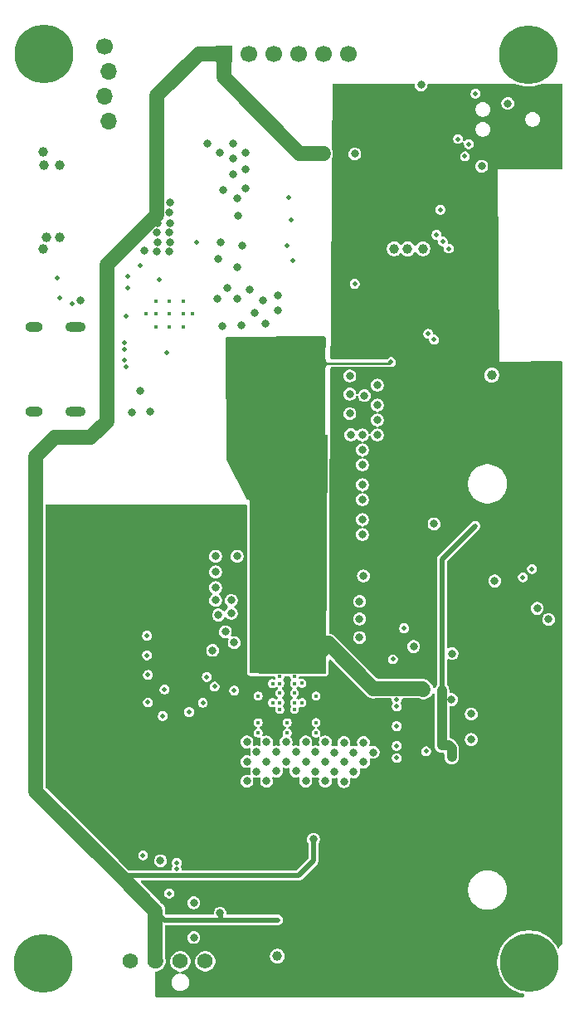
<source format=gbr>
%TF.GenerationSoftware,KiCad,Pcbnew,9.0.2*%
%TF.CreationDate,2025-06-20T12:19:23+03:00*%
%TF.ProjectId,BitshokaNiniV1.1,42697473-686f-46b6-914e-696e6956312e,rev?*%
%TF.SameCoordinates,Original*%
%TF.FileFunction,Copper,L3,Inr*%
%TF.FilePolarity,Positive*%
%FSLAX46Y46*%
G04 Gerber Fmt 4.6, Leading zero omitted, Abs format (unit mm)*
G04 Created by KiCad (PCBNEW 9.0.2) date 2025-06-20 12:19:23*
%MOMM*%
%LPD*%
G01*
G04 APERTURE LIST*
%TA.AperFunction,ComponentPad*%
%ADD10O,2.100000X1.000000*%
%TD*%
%TA.AperFunction,ComponentPad*%
%ADD11O,1.800000X1.000000*%
%TD*%
%TA.AperFunction,ComponentPad*%
%ADD12C,1.574800*%
%TD*%
%TA.AperFunction,ComponentPad*%
%ADD13C,0.400000*%
%TD*%
%TA.AperFunction,ComponentPad*%
%ADD14C,0.800000*%
%TD*%
%TA.AperFunction,ComponentPad*%
%ADD15C,6.000000*%
%TD*%
%TA.AperFunction,ComponentPad*%
%ADD16R,1.700000X1.700000*%
%TD*%
%TA.AperFunction,ComponentPad*%
%ADD17C,1.700000*%
%TD*%
%TA.AperFunction,ComponentPad*%
%ADD18O,1.700000X1.700000*%
%TD*%
%TA.AperFunction,ViaPad*%
%ADD19C,0.800000*%
%TD*%
%TA.AperFunction,ViaPad*%
%ADD20C,1.000000*%
%TD*%
%TA.AperFunction,ViaPad*%
%ADD21C,0.500000*%
%TD*%
%TA.AperFunction,ViaPad*%
%ADD22C,1.200000*%
%TD*%
%TA.AperFunction,Conductor*%
%ADD23C,1.000000*%
%TD*%
%TA.AperFunction,Conductor*%
%ADD24C,0.254000*%
%TD*%
%TA.AperFunction,Conductor*%
%ADD25C,1.500000*%
%TD*%
%TA.AperFunction,Conductor*%
%ADD26C,0.508000*%
%TD*%
G04 APERTURE END LIST*
D10*
%TO.N,GND*%
%TO.C,J5*%
X83970000Y-87580000D03*
D11*
X79790000Y-87580000D03*
D10*
X83970000Y-78940000D03*
D11*
X79790000Y-78940000D03*
%TD*%
D12*
%TO.N,GND*%
%TO.C,J6*%
X89621000Y-143622000D03*
%TO.N,/5V*%
X92161000Y-143622000D03*
%TO.N,/Fan/FAN_TACH*%
X94701000Y-143622000D03*
%TO.N,/Fan/FAN_PWM*%
X97241000Y-143622000D03*
%TD*%
D13*
%TO.N,GND*%
%TO.C,U2*%
X92180000Y-78870000D03*
X93580000Y-78870000D03*
X94980000Y-78870000D03*
X91180000Y-77590000D03*
X92180000Y-77590000D03*
X93580000Y-77590000D03*
X94980000Y-77590000D03*
X95980000Y-77590000D03*
X92180000Y-76310000D03*
X93580000Y-76310000D03*
X94980000Y-76310000D03*
%TD*%
D14*
%TO.N,GND*%
%TO.C,H1*%
X127985010Y-51120990D03*
X128644020Y-49530000D03*
X128644020Y-52711980D03*
X130235010Y-48870990D03*
D15*
X130235010Y-51120990D03*
D14*
X130235010Y-53370990D03*
X131826000Y-49530000D03*
X131826000Y-52711980D03*
X132485010Y-51120990D03*
%TD*%
%TO.N,GND*%
%TO.C,H3*%
X128052000Y-143728000D03*
X128711010Y-142137010D03*
X128711010Y-145318990D03*
X130302000Y-141478000D03*
D15*
X130302000Y-143728000D03*
D14*
X130302000Y-145978000D03*
X131892990Y-142137010D03*
X131892990Y-145318990D03*
X132552000Y-143728000D03*
%TD*%
D16*
%TO.N,/5V*%
%TO.C,J4*%
X99171505Y-51054000D03*
D17*
%TO.N,GND*%
X101711505Y-51054000D03*
%TO.N,Net-(J4-Pin_3)*%
X104251505Y-51054000D03*
%TO.N,Net-(J4-Pin_4)*%
X106791505Y-51054000D03*
%TO.N,Net-(J4-Pin_5)*%
X109331505Y-51054000D03*
%TO.N,Net-(J4-Pin_6)*%
X111871505Y-51054000D03*
%TD*%
D14*
%TO.N,GND*%
%TO.C,H4*%
X78455010Y-143830990D03*
X79114020Y-142240000D03*
X79114020Y-145421980D03*
X80705010Y-141580990D03*
D15*
X80705010Y-143830990D03*
D14*
X80705010Y-146080990D03*
X82296000Y-142240000D03*
X82296000Y-145421980D03*
X82955010Y-143830990D03*
%TD*%
%TO.N,GND*%
%TO.C,H2*%
X78558000Y-51054000D03*
X79217010Y-49463010D03*
X79217010Y-52644990D03*
X80808000Y-48804000D03*
D15*
X80808000Y-51054000D03*
D14*
X80808000Y-53304000D03*
X82398990Y-49463010D03*
X82398990Y-52644990D03*
X83058000Y-51054000D03*
%TD*%
D17*
%TO.N,GND*%
%TO.C,J3*%
X87005000Y-50292000D03*
D18*
%TO.N,/3V3*%
X87405000Y-52832000D03*
%TO.N,/SCL*%
X87005000Y-55372000D03*
%TO.N,/SDA*%
X87405000Y-57912000D03*
%TD*%
D13*
%TO.N,/VDD*%
%TO.C,U8*%
X108510562Y-112846000D03*
X108510562Y-113426000D03*
X107110562Y-115268511D03*
X107110562Y-117221000D03*
X106360562Y-114546000D03*
X106360562Y-115274627D03*
X106360562Y-116246000D03*
X106360562Y-117221000D03*
X106360562Y-117946000D03*
X105960562Y-112846000D03*
X105960562Y-113426000D03*
X105260562Y-112846000D03*
X105260562Y-113426000D03*
X104860562Y-114546000D03*
X104860562Y-115274627D03*
X104860562Y-116246000D03*
X104860562Y-117221000D03*
X104860562Y-117946000D03*
X104110562Y-115274627D03*
X104110562Y-117221000D03*
X102710562Y-112846000D03*
X102710562Y-113426000D03*
%TO.N,GND*%
X108560562Y-116546000D03*
X108560562Y-119266000D03*
X108560562Y-120346000D03*
X105610562Y-119266000D03*
X105610562Y-120346000D03*
X102660562Y-116546000D03*
X102660562Y-119266000D03*
X102660562Y-120346000D03*
%TD*%
D19*
%TO.N,GND*%
X91000000Y-71100000D03*
X99300000Y-110000000D03*
X98600000Y-108300000D03*
X99900000Y-106800000D03*
X98300000Y-106800000D03*
X98300000Y-105500000D03*
X98300000Y-103900000D03*
X98300000Y-102300000D03*
X99900000Y-108100000D03*
X105500000Y-121250000D03*
X113284000Y-96520000D03*
X104521009Y-124222568D03*
X102500000Y-122250000D03*
X113284000Y-98552000D03*
X104500000Y-122250000D03*
X100050000Y-61700000D03*
X103400000Y-78600000D03*
X113284000Y-92964000D03*
X100900000Y-78700000D03*
X113284000Y-100076000D03*
%TO.N,/VDD*%
X104900000Y-107400000D03*
%TO.N,GND*%
X101350000Y-62800000D03*
X124400000Y-121000000D03*
X109500000Y-121250000D03*
X97450000Y-60200000D03*
X112000000Y-85750000D03*
X108500000Y-124250000D03*
X100500000Y-65750000D03*
D20*
X116540000Y-70920000D03*
D19*
X101500000Y-125250000D03*
X113400000Y-104300000D03*
X125460000Y-62500000D03*
X118510000Y-111510000D03*
X103500000Y-123250000D03*
X112400000Y-122300000D03*
X100200000Y-111100000D03*
X114400000Y-122300000D03*
D20*
X82400000Y-62400000D03*
D19*
X120600000Y-99000000D03*
X103500000Y-121250000D03*
X101400000Y-61100000D03*
X100100000Y-63300000D03*
X113000000Y-108700000D03*
X100100000Y-60200000D03*
X107500000Y-125250000D03*
X107500000Y-121250000D03*
X99000000Y-78800000D03*
X101800000Y-75100000D03*
X96070000Y-137650000D03*
X122440000Y-112230000D03*
X110400000Y-122300000D03*
X119270000Y-54220000D03*
X128130000Y-56090000D03*
D20*
X80680000Y-61050000D03*
X104600000Y-143100000D03*
D19*
X103124000Y-76200000D03*
X100584000Y-67564000D03*
X114808000Y-84836000D03*
X99100000Y-64900000D03*
X91600000Y-87500000D03*
X113500000Y-85900000D03*
X110400000Y-124300000D03*
X100500000Y-102300000D03*
X113409725Y-123302118D03*
X112100000Y-89900000D03*
X98750000Y-61100000D03*
X122397194Y-116927014D03*
X113000000Y-106900000D03*
X96070000Y-141200000D03*
X102300000Y-77500000D03*
X98000000Y-111900000D03*
X113284000Y-89916000D03*
D20*
X117910000Y-70950000D03*
D19*
X101500000Y-123250000D03*
X126799059Y-104821612D03*
D20*
X80800000Y-62400000D03*
D19*
X109500000Y-123250000D03*
X111400000Y-123300000D03*
X113284000Y-91440000D03*
X112000000Y-87750000D03*
X98600000Y-72000000D03*
X113284000Y-94996000D03*
X113400000Y-121300000D03*
X100490000Y-76000000D03*
X113000000Y-110600000D03*
X101000000Y-70600000D03*
X98500000Y-76000000D03*
X100500000Y-72800000D03*
X114808000Y-88392000D03*
X112000000Y-83900000D03*
X90600000Y-85400000D03*
X92680000Y-133370000D03*
X106495762Y-124222568D03*
X131125000Y-107620000D03*
X107500000Y-123250000D03*
X112512000Y-61250000D03*
X106500000Y-122250000D03*
X104648000Y-75692000D03*
X109500000Y-125250000D03*
X111400000Y-125300000D03*
D20*
X119454234Y-70914234D03*
D19*
X112400000Y-124300000D03*
X89800000Y-87600000D03*
X103500000Y-125250000D03*
X102500000Y-124250000D03*
D20*
X126492000Y-83820000D03*
D19*
X101350000Y-64750000D03*
X108500000Y-122250000D03*
%TO.N,/VDD*%
X102500000Y-101300000D03*
%TO.N,GND*%
X114808000Y-89916000D03*
X105509725Y-123252118D03*
X104648000Y-77216000D03*
X101500000Y-121250000D03*
X111400000Y-121300000D03*
X98800000Y-70300000D03*
X132297000Y-108743000D03*
X124400000Y-118400000D03*
X99500000Y-74920000D03*
X114808000Y-86868000D03*
%TO.N,/VDD*%
X102500000Y-96750000D03*
X103750000Y-100100000D03*
X106300000Y-109200000D03*
X105000000Y-99000000D03*
X106200000Y-104800000D03*
X106250000Y-95550000D03*
X106150000Y-93150000D03*
X108800000Y-110600000D03*
X107500000Y-101300000D03*
X108200000Y-111200000D03*
D21*
X102200000Y-86600000D03*
D19*
X117200000Y-116200000D03*
X84500000Y-76160000D03*
X119500000Y-115900000D03*
X107450000Y-103700000D03*
X107500000Y-96750000D03*
X102500000Y-99000000D03*
D21*
X106400000Y-82400000D03*
D19*
X107400000Y-111800000D03*
X106250000Y-100100000D03*
X103700000Y-104800000D03*
D21*
X106200000Y-81400000D03*
X100600000Y-83000000D03*
D19*
X107500000Y-99000000D03*
X103700000Y-111500000D03*
X103200000Y-106600000D03*
D21*
X102200000Y-85400000D03*
D19*
X103750000Y-97900000D03*
X106250000Y-97900000D03*
D21*
X99780000Y-81020000D03*
D19*
X107450000Y-105900000D03*
X106200000Y-107100000D03*
D21*
X101000000Y-84400000D03*
D19*
X104900000Y-92000000D03*
D21*
X103100000Y-82500000D03*
D19*
X103650000Y-93150000D03*
X103700000Y-102550000D03*
D21*
X101400000Y-82600000D03*
X99800000Y-85400000D03*
D19*
X106200000Y-102550000D03*
X107500000Y-94400000D03*
X105300000Y-111400000D03*
D21*
X99800000Y-82600000D03*
X101000000Y-85400000D03*
X102200000Y-84400000D03*
X106400000Y-84200000D03*
D19*
X108800000Y-111800000D03*
X104950000Y-103700000D03*
D21*
X99800000Y-86600000D03*
D19*
X105000000Y-101300000D03*
D21*
X106400000Y-85400000D03*
D19*
X107400000Y-92000000D03*
X106700000Y-111400000D03*
D21*
X107200000Y-86200000D03*
D19*
X105000000Y-96750000D03*
X103750000Y-95550000D03*
D21*
X97400000Y-114600000D03*
X99800000Y-84400000D03*
X116199410Y-82499410D03*
X102300000Y-83000000D03*
D19*
X118200000Y-115778889D03*
X104400000Y-109200000D03*
D21*
X108000000Y-85400000D03*
D19*
X102400000Y-92000000D03*
D21*
X105200000Y-82400000D03*
D19*
X105000000Y-94400000D03*
X102400000Y-111500000D03*
X104950000Y-105900000D03*
D21*
X101000000Y-86600000D03*
D19*
X102500000Y-94400000D03*
D21*
%TO.N,/ESP32/EN*%
X122101300Y-70905000D03*
X129663000Y-104448000D03*
D19*
%TO.N,/5V*%
X93620000Y-68280000D03*
D20*
X81000000Y-69800000D03*
D19*
X92350000Y-66250000D03*
X93600000Y-69250000D03*
X93600000Y-71200000D03*
X92350000Y-68300000D03*
D22*
X109280000Y-61185155D03*
D19*
X108290000Y-131179000D03*
X93600000Y-67250000D03*
X92350000Y-70250000D03*
D20*
X80680000Y-70950000D03*
D19*
X93620000Y-70230000D03*
X92330000Y-71220000D03*
X92330000Y-69270000D03*
X98770000Y-138720000D03*
X93620000Y-66230000D03*
X92330000Y-67270000D03*
D21*
X104700000Y-139400000D03*
D20*
X82400000Y-69800000D03*
D19*
%TO.N,/3V3*%
X129830000Y-56090000D03*
D20*
X124500000Y-83750000D03*
D19*
X114250000Y-75500000D03*
X95550000Y-135970000D03*
D22*
X111440000Y-55180000D03*
D20*
X118400000Y-93600000D03*
D19*
X126786590Y-100888410D03*
X118711400Y-59800000D03*
X129685000Y-107630000D03*
D20*
X115370000Y-61560000D03*
D19*
X95560000Y-126330000D03*
D21*
%TO.N,/SCL*%
X94317599Y-134229617D03*
X105800000Y-65700000D03*
X88970000Y-81220000D03*
%TO.N,/Fan/FAN_PWM*%
X90900000Y-132800000D03*
%TO.N,Net-(U2-BP1V5)*%
X89200000Y-82980000D03*
X83660000Y-76570000D03*
%TO.N,/ESP32/P_TX*%
X124140000Y-60250000D03*
%TO.N,/ESP32/P_RX*%
X123040000Y-59730000D03*
%TO.N,/ESP32/IO0*%
X121244400Y-66945600D03*
X124830000Y-55100000D03*
X130600000Y-103600000D03*
%TO.N,Net-(U2-VDD5)*%
X92570000Y-74110000D03*
X96400000Y-70300000D03*
%TO.N,/Power/PGOOD*%
X89020000Y-82280000D03*
X112500000Y-74500000D03*
%TO.N,Net-(C27-Pad2)*%
X116786590Y-119638410D03*
%TO.N,/SDA*%
X82130000Y-73910000D03*
X94340000Y-133580000D03*
X88990000Y-80510000D03*
X82390000Y-75900000D03*
X106000000Y-68000000D03*
%TO.N,/Power/AGND*%
X89340000Y-73770000D03*
X89170000Y-77830000D03*
X90600000Y-72600000D03*
X89340000Y-74960000D03*
%TO.N,/Power/PMB_ALRT*%
X106200000Y-72100000D03*
X93330000Y-81550000D03*
%TO.N,/Fan/FAN_TACH*%
X93570000Y-136700000D03*
%TO.N,Net-(C31-Pad1)*%
X119786590Y-122200000D03*
%TO.N,Net-(Q1-E)*%
X100200000Y-116000000D03*
%TO.N,Net-(R28-Pad2)*%
X116786590Y-117638410D03*
%TO.N,Net-(R38-Pad2)*%
X98200000Y-115600000D03*
%TO.N,Net-(R38-Pad1)*%
X97000000Y-117254133D03*
%TO.N,Net-(U4-GPIO2{slash}TOUCH2{slash}ADC1_CH1)*%
X120850000Y-69510000D03*
X123750000Y-61500000D03*
%TO.N,/KF1950/LDO_GND*%
X116786590Y-122888410D03*
X95600000Y-118200000D03*
%TO.N,/KF1950/1V8*%
X121400000Y-115400000D03*
X124800000Y-99200000D03*
X116786590Y-121649410D03*
X122400000Y-121900000D03*
X121400000Y-116000000D03*
X122400000Y-122800000D03*
%TO.N,/KF1950/TXD*%
X117536590Y-109638410D03*
%TO.N,/ESP_RXD*%
X120000000Y-79600000D03*
%TO.N,/KF1950/CTSI_1V8*%
X116786590Y-116929889D03*
%TO.N,/KF1950/CLKI*%
X116400000Y-112800000D03*
%TO.N,/ESP_TXD*%
X120600000Y-80200000D03*
%TO.N,/ESP_RST*%
X121476817Y-70170000D03*
%TO.N,/ESP32/{slash}TPS_EN*%
X105600000Y-70600000D03*
%TO.N,Net-(0.9V1-Pad1)*%
X93100000Y-115900000D03*
%TO.N,Net-(CTSI1-Pad1)*%
X91300000Y-112400000D03*
%TO.N,Net-(DIR_HI1-Pad1)*%
X91400000Y-117200000D03*
%TO.N,Net-(DIR_LO1-Pad1)*%
X92900000Y-118600000D03*
%TO.N,Net-(RXD2-Pad1)*%
X91400000Y-114400000D03*
%TO.N,Net-(TXD2-Pad1)*%
X91300000Y-110400000D03*
%TD*%
D23*
%TO.N,/KF1950/1V8*%
X122400000Y-121900000D02*
X122400000Y-122800000D01*
X122094594Y-121594594D02*
X122400000Y-121900000D01*
X121394594Y-121594594D02*
X122094594Y-121594594D01*
X121394594Y-116005406D02*
X121400000Y-116000000D01*
X121394594Y-121594594D02*
X121394594Y-116005406D01*
D24*
%TO.N,/VDD*%
X116199410Y-82499410D02*
X116098820Y-82600000D01*
D25*
X109800000Y-111200000D02*
X108200000Y-111200000D01*
D24*
X107000000Y-82600000D02*
X106200000Y-81800000D01*
X106200000Y-81800000D02*
X106200000Y-81400000D01*
X116098820Y-82600000D02*
X107000000Y-82600000D01*
D25*
X119378889Y-115778889D02*
X114421111Y-115778889D01*
X114400000Y-115800000D02*
X109800000Y-111200000D01*
X119500000Y-115900000D02*
X119378889Y-115778889D01*
X114421111Y-115778889D02*
X114400000Y-115800000D01*
%TO.N,/5V*%
X92322400Y-63814606D02*
X92322400Y-67442400D01*
D26*
X104700000Y-139400000D02*
X98800000Y-139400000D01*
D25*
X92207000Y-143576000D02*
X92161000Y-143622000D01*
X79950000Y-92140000D02*
X81900000Y-90190000D01*
D26*
X98800000Y-139400000D02*
X93060000Y-139400000D01*
D25*
X92161000Y-143622000D02*
X92161000Y-138501000D01*
D26*
X98800000Y-138750000D02*
X98770000Y-138720000D01*
D25*
X87190000Y-72574800D02*
X92322400Y-67442400D01*
D26*
X93060000Y-139400000D02*
X92161000Y-138501000D01*
D25*
X88465000Y-134805000D02*
X79950000Y-126290000D01*
X79950000Y-126290000D02*
X79950000Y-92140000D01*
X81900000Y-90190000D02*
X85540000Y-90190000D01*
D26*
X108290000Y-133378216D02*
X108290000Y-131179000D01*
D25*
X92322400Y-55317600D02*
X96586000Y-51054000D01*
D26*
X106784599Y-134883617D02*
X108290000Y-133378216D01*
D25*
X106895155Y-61185155D02*
X99171505Y-53461505D01*
X85540000Y-90190000D02*
X87190000Y-88540000D01*
X109280000Y-61185155D02*
X106895155Y-61185155D01*
D26*
X88543617Y-134883617D02*
X106784599Y-134883617D01*
X88465000Y-134805000D02*
X88543617Y-134883617D01*
D25*
X92322400Y-58570000D02*
X92322400Y-55317600D01*
X99171505Y-53461505D02*
X99171505Y-51054000D01*
X92322400Y-63814606D02*
X92322400Y-58570000D01*
X92161000Y-138501000D02*
X88465000Y-134805000D01*
D26*
X98800000Y-139400000D02*
X98800000Y-138750000D01*
D25*
X96586000Y-51054000D02*
X99171505Y-51054000D01*
X87190000Y-88540000D02*
X87190000Y-72574800D01*
D26*
%TO.N,/KF1950/1V8*%
X121400000Y-102600000D02*
X121400000Y-116000000D01*
X124800000Y-99200000D02*
X121400000Y-102600000D01*
X121400000Y-116000000D02*
X121400000Y-115400000D01*
%TD*%
%TA.AperFunction,Conductor*%
%TO.N,/VDD*%
G36*
X109478523Y-79879483D02*
G01*
X109525325Y-79932869D01*
X109537013Y-79986764D01*
X109522147Y-82087966D01*
X109522147Y-82087977D01*
X109533486Y-82198984D01*
X109533488Y-82198997D01*
X109544867Y-82252207D01*
X109544873Y-82252230D01*
X109579919Y-82358153D01*
X109579922Y-82358159D01*
X109658941Y-82481115D01*
X109658946Y-82481121D01*
X109687868Y-82514499D01*
X109717361Y-82579079D01*
X109707258Y-82649353D01*
X109687282Y-82680195D01*
X109618931Y-82757957D01*
X109618926Y-82757964D01*
X109557277Y-82890466D01*
X109557273Y-82890477D01*
X109537053Y-82957577D01*
X109536794Y-82958412D01*
X109525527Y-83033023D01*
X109514965Y-83102974D01*
X109509807Y-83831900D01*
X109509807Y-83831901D01*
X109509423Y-83886109D01*
X109503184Y-84767900D01*
X109502800Y-84822109D01*
X109496716Y-85681900D01*
X109496716Y-85681901D01*
X109496332Y-85736109D01*
X109488421Y-86854109D01*
X109482564Y-87681901D01*
X109482180Y-87736109D01*
X109477637Y-88378109D01*
X109467351Y-89831900D01*
X109466967Y-89886109D01*
X109456070Y-91426109D01*
X109445286Y-92950109D01*
X109432107Y-94812534D01*
X109431291Y-94927900D01*
X109431291Y-94927901D01*
X109430907Y-94982109D01*
X109425740Y-95712447D01*
X109420123Y-96506109D01*
X109417278Y-96908156D01*
X109417269Y-96909685D01*
X109411116Y-98411000D01*
X109410811Y-98485429D01*
X109410811Y-98485430D01*
X109410595Y-98538109D01*
X109408759Y-98986109D01*
X109404349Y-100062109D01*
X109393940Y-102602068D01*
X109387254Y-104233428D01*
X109387254Y-104233429D01*
X109387038Y-104286109D01*
X109384900Y-104807721D01*
X109376598Y-106833429D01*
X109376598Y-106833430D01*
X109376382Y-106886109D01*
X109373431Y-107606109D01*
X109369221Y-108633428D01*
X109369221Y-108633429D01*
X109369005Y-108686109D01*
X109364838Y-109702723D01*
X109364838Y-109702724D01*
X109363270Y-110085064D01*
X109366600Y-110145595D01*
X109369973Y-110175055D01*
X109369979Y-110175103D01*
X109380403Y-110234743D01*
X109380405Y-110234749D01*
X109380406Y-110234753D01*
X109433920Y-110370761D01*
X109469052Y-110432456D01*
X109558713Y-110547877D01*
X109611731Y-110586109D01*
X109677262Y-110633364D01*
X109736853Y-110664535D01*
X109741100Y-110667208D01*
X109761414Y-110690201D01*
X109783492Y-110711505D01*
X109784886Y-110716770D01*
X109788106Y-110720415D01*
X109791221Y-110740698D01*
X109800000Y-110773855D01*
X109800000Y-112292799D01*
X109779998Y-112360920D01*
X109734269Y-112400543D01*
X109735200Y-112402005D01*
X109604330Y-112485353D01*
X109604325Y-112485357D01*
X109550479Y-112531630D01*
X109550473Y-112531636D01*
X109454314Y-112641693D01*
X109454313Y-112641694D01*
X109393054Y-112774387D01*
X109393050Y-112774395D01*
X109372771Y-112842424D01*
X109372770Y-112842429D01*
X109351376Y-112987017D01*
X109347635Y-113900000D01*
X107600000Y-113900000D01*
X107600000Y-114033255D01*
X106932791Y-114029004D01*
X106888447Y-114030639D01*
X106866761Y-114032379D01*
X106822665Y-114037846D01*
X106683460Y-114082345D01*
X106683442Y-114082353D01*
X106619593Y-114113369D01*
X106498550Y-114195293D01*
X106498550Y-114195294D01*
X106460493Y-114241386D01*
X106401697Y-114281179D01*
X106330721Y-114282868D01*
X106270099Y-114245917D01*
X106267605Y-114243088D01*
X106249466Y-114221884D01*
X106249457Y-114221876D01*
X106249454Y-114221873D01*
X106139624Y-114125475D01*
X106139619Y-114125471D01*
X106007062Y-114063911D01*
X106007063Y-114063911D01*
X105949674Y-114046662D01*
X105943267Y-114044105D01*
X105794532Y-114021753D01*
X105435343Y-114019466D01*
X105390983Y-114021103D01*
X105369277Y-114022845D01*
X105325218Y-114028310D01*
X105325217Y-114028310D01*
X105186009Y-114072811D01*
X105186004Y-114072813D01*
X105186002Y-114072814D01*
X105167366Y-114081866D01*
X105122140Y-114103836D01*
X105001109Y-114185753D01*
X104960547Y-114234878D01*
X104901750Y-114274671D01*
X104830774Y-114276359D01*
X104770152Y-114239407D01*
X104767665Y-114236587D01*
X104746901Y-114212314D01*
X104746892Y-114212306D01*
X104746889Y-114212303D01*
X104637056Y-114115902D01*
X104637055Y-114115901D01*
X104504495Y-114054340D01*
X104504494Y-114054339D01*
X104436515Y-114033907D01*
X104436505Y-114033905D01*
X104436504Y-114033905D01*
X104362910Y-114022845D01*
X104291966Y-114012183D01*
X103771956Y-114008871D01*
X103771782Y-114008871D01*
X103600000Y-114007776D01*
X103600000Y-113900000D01*
X102010764Y-113900000D01*
X102004828Y-113872140D01*
X102007766Y-112531630D01*
X102041508Y-97136814D01*
X102029961Y-97027400D01*
X102018640Y-96974924D01*
X101984046Y-96870472D01*
X101984044Y-96870469D01*
X101984044Y-96870468D01*
X101916091Y-96764446D01*
X101905179Y-96747420D01*
X101905174Y-96747414D01*
X101905171Y-96747410D01*
X101858750Y-96693704D01*
X101748421Y-96597865D01*
X101748422Y-96597865D01*
X101615550Y-96536983D01*
X101615544Y-96536981D01*
X101557971Y-96519997D01*
X101557959Y-96519994D01*
X101547452Y-96516895D01*
X101547447Y-96516893D01*
X101533507Y-96514871D01*
X101529641Y-96514061D01*
X101501684Y-96499072D01*
X101472848Y-96485859D01*
X101469829Y-96481993D01*
X101467070Y-96480514D01*
X101463102Y-96473378D01*
X101443167Y-96447848D01*
X99393636Y-92416820D01*
X99379953Y-92359912D01*
X99360976Y-80043464D01*
X99380873Y-79975315D01*
X99434457Y-79928739D01*
X99486245Y-79917274D01*
X109410289Y-79859875D01*
X109478523Y-79879483D01*
G37*
%TD.AperFunction*%
%TD*%
%TA.AperFunction,Conductor*%
%TO.N,/VDD*%
G36*
X109601639Y-113900000D02*
G01*
X109600517Y-114173714D01*
X109580236Y-114241753D01*
X109526390Y-114288025D01*
X109473715Y-114299195D01*
X107600000Y-114287260D01*
X107600000Y-114287261D01*
X103600000Y-114261783D01*
X103599999Y-114261782D01*
X101875472Y-114250799D01*
X101807480Y-114230364D01*
X101761329Y-114176413D01*
X101750274Y-114124530D01*
X101787533Y-97125148D01*
X101803369Y-89900000D01*
X109700000Y-89900000D01*
X109601639Y-113900000D01*
G37*
%TD.AperFunction*%
%TD*%
%TA.AperFunction,Conductor*%
%TO.N,/3V3*%
G36*
X118557621Y-54078002D02*
G01*
X118604114Y-54131658D01*
X118615500Y-54184000D01*
X118615500Y-54284465D01*
X118620281Y-54308500D01*
X118640652Y-54410911D01*
X118689989Y-54530022D01*
X118733740Y-54595500D01*
X118761616Y-54637219D01*
X118761621Y-54637225D01*
X118852774Y-54728378D01*
X118852780Y-54728383D01*
X118959978Y-54800011D01*
X119079089Y-54849348D01*
X119205537Y-54874500D01*
X119205538Y-54874500D01*
X119334462Y-54874500D01*
X119334463Y-54874500D01*
X119460911Y-54849348D01*
X119580022Y-54800011D01*
X119687220Y-54728383D01*
X119778383Y-54637220D01*
X119850011Y-54530022D01*
X119899348Y-54410911D01*
X119924500Y-54284463D01*
X119924500Y-54184000D01*
X119944502Y-54115879D01*
X119998158Y-54069386D01*
X120050500Y-54058000D01*
X128796099Y-54058000D01*
X128844316Y-54067590D01*
X129137280Y-54188941D01*
X129443277Y-54281764D01*
X129443286Y-54281765D01*
X129443290Y-54281767D01*
X129570402Y-54307050D01*
X129756900Y-54344147D01*
X130075127Y-54375490D01*
X130075136Y-54375490D01*
X130394884Y-54375490D01*
X130394893Y-54375490D01*
X130713120Y-54344147D01*
X130961724Y-54294697D01*
X131026729Y-54281767D01*
X131026731Y-54281766D01*
X131026743Y-54281764D01*
X131332740Y-54188941D01*
X131625703Y-54067590D01*
X131673921Y-54058000D01*
X133605500Y-54058000D01*
X133673621Y-54078002D01*
X133720114Y-54131658D01*
X133731500Y-54184000D01*
X133731500Y-62672099D01*
X133711498Y-62740220D01*
X133657842Y-62786713D01*
X133606121Y-62798097D01*
X127129999Y-62829999D01*
X127236729Y-81876300D01*
X127239734Y-82412620D01*
X127240000Y-82459999D01*
X127240000Y-82460000D01*
X133604565Y-82412620D01*
X133672830Y-82432115D01*
X133719721Y-82485423D01*
X133731500Y-82538617D01*
X133731500Y-141760143D01*
X133711498Y-141828264D01*
X133706693Y-141835216D01*
X133403155Y-142244366D01*
X133346504Y-142287157D01*
X133275711Y-142292528D01*
X133213252Y-142258772D01*
X133190840Y-142228689D01*
X133096842Y-142052832D01*
X132964321Y-141854499D01*
X132919192Y-141786958D01*
X132919189Y-141786954D01*
X132919186Y-141786950D01*
X132716339Y-141539782D01*
X132716321Y-141539762D01*
X132490237Y-141313678D01*
X132490217Y-141313660D01*
X132243049Y-141110813D01*
X132243045Y-141110810D01*
X131977167Y-140933157D01*
X131695156Y-140782419D01*
X131399728Y-140660048D01*
X131399725Y-140660047D01*
X131124272Y-140576490D01*
X131093733Y-140567226D01*
X131093730Y-140567225D01*
X131093719Y-140567222D01*
X130780116Y-140504844D01*
X130780112Y-140504843D01*
X130780110Y-140504843D01*
X130780105Y-140504842D01*
X130780094Y-140504841D01*
X130461889Y-140473500D01*
X130461883Y-140473500D01*
X130142117Y-140473500D01*
X130142110Y-140473500D01*
X129823905Y-140504841D01*
X129823883Y-140504844D01*
X129510280Y-140567222D01*
X129204274Y-140660047D01*
X129204271Y-140660048D01*
X128908843Y-140782419D01*
X128626832Y-140933157D01*
X128360954Y-141110810D01*
X128360950Y-141110813D01*
X128113782Y-141313660D01*
X128113762Y-141313678D01*
X127887678Y-141539762D01*
X127887660Y-141539782D01*
X127684813Y-141786950D01*
X127684810Y-141786954D01*
X127507157Y-142052832D01*
X127356419Y-142334843D01*
X127234048Y-142630271D01*
X127234047Y-142630274D01*
X127141222Y-142936280D01*
X127078844Y-143249883D01*
X127078841Y-143249905D01*
X127047500Y-143568110D01*
X127047500Y-143887889D01*
X127078841Y-144206094D01*
X127078844Y-144206116D01*
X127141222Y-144519719D01*
X127141225Y-144519730D01*
X127141226Y-144519733D01*
X127148988Y-144545320D01*
X127234047Y-144825725D01*
X127234048Y-144825728D01*
X127356419Y-145121156D01*
X127507157Y-145403167D01*
X127684810Y-145669045D01*
X127684813Y-145669049D01*
X127887660Y-145916217D01*
X127887678Y-145916237D01*
X128113762Y-146142321D01*
X128113782Y-146142339D01*
X128360950Y-146345186D01*
X128360954Y-146345189D01*
X128360958Y-146345192D01*
X128626835Y-146522844D01*
X128908844Y-146673581D01*
X129204270Y-146795951D01*
X129510267Y-146888774D01*
X129510276Y-146888775D01*
X129510280Y-146888777D01*
X129561380Y-146898941D01*
X129704896Y-146927487D01*
X129705680Y-146927898D01*
X129706564Y-146927831D01*
X129737063Y-146944314D01*
X129767804Y-146960394D01*
X129768242Y-146961164D01*
X129769023Y-146961586D01*
X129785771Y-146991946D01*
X129802937Y-147022089D01*
X129802889Y-147022975D01*
X129803317Y-147023750D01*
X129800994Y-147058321D01*
X129799137Y-147092983D01*
X129798598Y-147093995D01*
X129798559Y-147094587D01*
X129781508Y-147126138D01*
X129702546Y-147232573D01*
X129645898Y-147275364D01*
X129601355Y-147283500D01*
X92284772Y-147283500D01*
X92216651Y-147263498D01*
X92170158Y-147209842D01*
X92158773Y-147157915D01*
X92150965Y-144789607D01*
X92170742Y-144721424D01*
X92224244Y-144674755D01*
X92257661Y-144665689D01*
X92257546Y-144665108D01*
X92291247Y-144658404D01*
X92464911Y-144623860D01*
X92654525Y-144545320D01*
X92825172Y-144431296D01*
X92970296Y-144286172D01*
X93084320Y-144115525D01*
X93162860Y-143925911D01*
X93202900Y-143724618D01*
X93202900Y-143724609D01*
X93203128Y-143722294D01*
X93203388Y-143715714D01*
X93211500Y-143674935D01*
X93211500Y-143519379D01*
X93659100Y-143519379D01*
X93659100Y-143724620D01*
X93679168Y-143825505D01*
X93699140Y-143925911D01*
X93777680Y-144115525D01*
X93838197Y-144206094D01*
X93891703Y-144286171D01*
X93891708Y-144286177D01*
X94036822Y-144431291D01*
X94036828Y-144431296D01*
X94207475Y-144545320D01*
X94397089Y-144623860D01*
X94524457Y-144649195D01*
X94536943Y-144651679D01*
X94599853Y-144684587D01*
X94634984Y-144746282D01*
X94631184Y-144817177D01*
X94589658Y-144874763D01*
X94536943Y-144898837D01*
X94439004Y-144918318D01*
X94438999Y-144918320D01*
X94275543Y-144986026D01*
X94128431Y-145084323D01*
X94128425Y-145084328D01*
X94003327Y-145209426D01*
X94003322Y-145209432D01*
X93905025Y-145356544D01*
X93837319Y-145520000D01*
X93837317Y-145520005D01*
X93802800Y-145693533D01*
X93802800Y-145870468D01*
X93811904Y-145916237D01*
X93837317Y-146043996D01*
X93905025Y-146207458D01*
X93970705Y-146305755D01*
X94003322Y-146354569D01*
X94003327Y-146354575D01*
X94128425Y-146479673D01*
X94128431Y-146479678D01*
X94275543Y-146577976D01*
X94439005Y-146645684D01*
X94612535Y-146680201D01*
X94612536Y-146680201D01*
X94789464Y-146680201D01*
X94789465Y-146680201D01*
X94962995Y-146645684D01*
X95126457Y-146577976D01*
X95273569Y-146479678D01*
X95398677Y-146354570D01*
X95496975Y-146207458D01*
X95564683Y-146043996D01*
X95599200Y-145870466D01*
X95599200Y-145693536D01*
X95564683Y-145520006D01*
X95496975Y-145356544D01*
X95398677Y-145209432D01*
X95398672Y-145209426D01*
X95273574Y-145084328D01*
X95273568Y-145084323D01*
X95224754Y-145051706D01*
X95126457Y-144986026D01*
X94962995Y-144918318D01*
X94865055Y-144898836D01*
X94802147Y-144865929D01*
X94767015Y-144804234D01*
X94770815Y-144733339D01*
X94812341Y-144675753D01*
X94865055Y-144651679D01*
X95004911Y-144623860D01*
X95194525Y-144545320D01*
X95365172Y-144431296D01*
X95510296Y-144286172D01*
X95624320Y-144115525D01*
X95702860Y-143925911D01*
X95742900Y-143724618D01*
X95742900Y-143519382D01*
X95742899Y-143519379D01*
X96199100Y-143519379D01*
X96199100Y-143724620D01*
X96219168Y-143825505D01*
X96239140Y-143925911D01*
X96317680Y-144115525D01*
X96378197Y-144206094D01*
X96431703Y-144286171D01*
X96431708Y-144286177D01*
X96576822Y-144431291D01*
X96576828Y-144431296D01*
X96747475Y-144545320D01*
X96937089Y-144623860D01*
X97138382Y-144663900D01*
X97138383Y-144663900D01*
X97343617Y-144663900D01*
X97343618Y-144663900D01*
X97544911Y-144623860D01*
X97734525Y-144545320D01*
X97905172Y-144431296D01*
X98050296Y-144286172D01*
X98164320Y-144115525D01*
X98242860Y-143925911D01*
X98282900Y-143724618D01*
X98282900Y-143519382D01*
X98242860Y-143318089D01*
X98164320Y-143128475D01*
X98095637Y-143025685D01*
X103845500Y-143025685D01*
X103845500Y-143025688D01*
X103845500Y-143174312D01*
X103874495Y-143320080D01*
X103931371Y-143457390D01*
X103972793Y-143519383D01*
X104013942Y-143580967D01*
X104013947Y-143580973D01*
X104119026Y-143686052D01*
X104119032Y-143686057D01*
X104119034Y-143686059D01*
X104242610Y-143768629D01*
X104379920Y-143825505D01*
X104525688Y-143854500D01*
X104525689Y-143854500D01*
X104674311Y-143854500D01*
X104674312Y-143854500D01*
X104820080Y-143825505D01*
X104957390Y-143768629D01*
X105080966Y-143686059D01*
X105186059Y-143580966D01*
X105268629Y-143457390D01*
X105325505Y-143320080D01*
X105354500Y-143174312D01*
X105354500Y-143025688D01*
X105325505Y-142879920D01*
X105268629Y-142742610D01*
X105186059Y-142619034D01*
X105186057Y-142619032D01*
X105186052Y-142619026D01*
X105080973Y-142513947D01*
X105080967Y-142513942D01*
X105080966Y-142513941D01*
X104957390Y-142431371D01*
X104820080Y-142374495D01*
X104674314Y-142345500D01*
X104674312Y-142345500D01*
X104525688Y-142345500D01*
X104525685Y-142345500D01*
X104379919Y-142374495D01*
X104379914Y-142374497D01*
X104242610Y-142431371D01*
X104119032Y-142513942D01*
X104119026Y-142513947D01*
X104013947Y-142619026D01*
X104013942Y-142619032D01*
X103931371Y-142742610D01*
X103874497Y-142879914D01*
X103874495Y-142879919D01*
X103845500Y-143025685D01*
X98095637Y-143025685D01*
X98050296Y-142957828D01*
X98050291Y-142957822D01*
X97905177Y-142812708D01*
X97905171Y-142812703D01*
X97800270Y-142742610D01*
X97734525Y-142698680D01*
X97544911Y-142620140D01*
X97539311Y-142619026D01*
X97343620Y-142580100D01*
X97343618Y-142580100D01*
X97138382Y-142580100D01*
X97138379Y-142580100D01*
X96937088Y-142620140D01*
X96937083Y-142620142D01*
X96747475Y-142698680D01*
X96576828Y-142812703D01*
X96576822Y-142812708D01*
X96431708Y-142957822D01*
X96431703Y-142957828D01*
X96317680Y-143128475D01*
X96239142Y-143318083D01*
X96239140Y-143318088D01*
X96199100Y-143519379D01*
X95742899Y-143519379D01*
X95702860Y-143318089D01*
X95624320Y-143128475D01*
X95510296Y-142957828D01*
X95510291Y-142957822D01*
X95365177Y-142812708D01*
X95365171Y-142812703D01*
X95260270Y-142742610D01*
X95194525Y-142698680D01*
X95004911Y-142620140D01*
X94999311Y-142619026D01*
X94803620Y-142580100D01*
X94803618Y-142580100D01*
X94598382Y-142580100D01*
X94598379Y-142580100D01*
X94397088Y-142620140D01*
X94397083Y-142620142D01*
X94207475Y-142698680D01*
X94036828Y-142812703D01*
X94036822Y-142812708D01*
X93891708Y-142957822D01*
X93891703Y-142957828D01*
X93777680Y-143128475D01*
X93699142Y-143318083D01*
X93699140Y-143318088D01*
X93659100Y-143519379D01*
X93211500Y-143519379D01*
X93211500Y-143477065D01*
X93172897Y-143282998D01*
X93172894Y-143282991D01*
X93171099Y-143277071D01*
X93172751Y-143276569D01*
X93165500Y-143240076D01*
X93165500Y-141135534D01*
X95415500Y-141135534D01*
X95415500Y-141135537D01*
X95415500Y-141264463D01*
X95440652Y-141390911D01*
X95489989Y-141510022D01*
X95537849Y-141581649D01*
X95561616Y-141617219D01*
X95561621Y-141617225D01*
X95652774Y-141708378D01*
X95652780Y-141708383D01*
X95759978Y-141780011D01*
X95879089Y-141829348D01*
X96005537Y-141854500D01*
X96005538Y-141854500D01*
X96134462Y-141854500D01*
X96134463Y-141854500D01*
X96260911Y-141829348D01*
X96380022Y-141780011D01*
X96487220Y-141708383D01*
X96578383Y-141617220D01*
X96650011Y-141510022D01*
X96699348Y-141390911D01*
X96724500Y-141264463D01*
X96724500Y-141135537D01*
X96699348Y-141009089D01*
X96650011Y-140889978D01*
X96578383Y-140782780D01*
X96578378Y-140782774D01*
X96487225Y-140691621D01*
X96487219Y-140691616D01*
X96451649Y-140667849D01*
X96380022Y-140619989D01*
X96260911Y-140570652D01*
X96134465Y-140545500D01*
X96134463Y-140545500D01*
X96005537Y-140545500D01*
X96005534Y-140545500D01*
X95879088Y-140570652D01*
X95879083Y-140570654D01*
X95759978Y-140619989D01*
X95652780Y-140691616D01*
X95652774Y-140691621D01*
X95561621Y-140782774D01*
X95561616Y-140782780D01*
X95489989Y-140889978D01*
X95440654Y-141009083D01*
X95440652Y-141009088D01*
X95415500Y-141135534D01*
X93165500Y-141135534D01*
X93165500Y-140034500D01*
X93185502Y-139966379D01*
X93239158Y-139919886D01*
X93291500Y-139908500D01*
X104766943Y-139908500D01*
X104766945Y-139908500D01*
X104896274Y-139873847D01*
X105012226Y-139806901D01*
X105106901Y-139712226D01*
X105173847Y-139596274D01*
X105208500Y-139466945D01*
X105208500Y-139333055D01*
X105173847Y-139203726D01*
X105106901Y-139087774D01*
X105106900Y-139087772D01*
X105012227Y-138993099D01*
X105012224Y-138993097D01*
X104896278Y-138926155D01*
X104896276Y-138926154D01*
X104896274Y-138926153D01*
X104766945Y-138891500D01*
X104766943Y-138891500D01*
X99550500Y-138891500D01*
X99482379Y-138871498D01*
X99435886Y-138817842D01*
X99424500Y-138765500D01*
X99424500Y-138655538D01*
X99424499Y-138655534D01*
X99399348Y-138529089D01*
X99350011Y-138409978D01*
X99278383Y-138302780D01*
X99278378Y-138302774D01*
X99187225Y-138211621D01*
X99187219Y-138211616D01*
X99107550Y-138158383D01*
X99080022Y-138139989D01*
X98960911Y-138090652D01*
X98834465Y-138065500D01*
X98834463Y-138065500D01*
X98705537Y-138065500D01*
X98705534Y-138065500D01*
X98579088Y-138090652D01*
X98579083Y-138090654D01*
X98459978Y-138139989D01*
X98352780Y-138211616D01*
X98352774Y-138211621D01*
X98261621Y-138302774D01*
X98261616Y-138302780D01*
X98189989Y-138409978D01*
X98140654Y-138529083D01*
X98140652Y-138529088D01*
X98115500Y-138655534D01*
X98115500Y-138765500D01*
X98095498Y-138833621D01*
X98041842Y-138880114D01*
X97989500Y-138891500D01*
X93322818Y-138891500D01*
X93292902Y-138882716D01*
X93262433Y-138876088D01*
X93257337Y-138872273D01*
X93254697Y-138871498D01*
X93233723Y-138854595D01*
X93202405Y-138823277D01*
X93168379Y-138760965D01*
X93165500Y-138734182D01*
X93165500Y-138402064D01*
X93165499Y-138402061D01*
X93150423Y-138326270D01*
X93126897Y-138207998D01*
X93051176Y-138025191D01*
X92941246Y-137860669D01*
X92801331Y-137720754D01*
X92666111Y-137585534D01*
X95415500Y-137585534D01*
X95415500Y-137585537D01*
X95415500Y-137714463D01*
X95440652Y-137840911D01*
X95489989Y-137960022D01*
X95533533Y-138025190D01*
X95561616Y-138067219D01*
X95561621Y-138067225D01*
X95652774Y-138158378D01*
X95652780Y-138158383D01*
X95759978Y-138230011D01*
X95879089Y-138279348D01*
X96005537Y-138304500D01*
X96005538Y-138304500D01*
X96134462Y-138304500D01*
X96134463Y-138304500D01*
X96260911Y-138279348D01*
X96380022Y-138230011D01*
X96487220Y-138158383D01*
X96578383Y-138067220D01*
X96650011Y-137960022D01*
X96699348Y-137840911D01*
X96724500Y-137714463D01*
X96724500Y-137585537D01*
X96699348Y-137459089D01*
X96650011Y-137339978D01*
X96578383Y-137232780D01*
X96578378Y-137232774D01*
X96487225Y-137141621D01*
X96487219Y-137141616D01*
X96451649Y-137117849D01*
X96380022Y-137069989D01*
X96260911Y-137020652D01*
X96206234Y-137009776D01*
X96134465Y-136995500D01*
X96134463Y-136995500D01*
X96005537Y-136995500D01*
X96005534Y-136995500D01*
X95879088Y-137020652D01*
X95879083Y-137020654D01*
X95759978Y-137069989D01*
X95652780Y-137141616D01*
X95652774Y-137141621D01*
X95561621Y-137232774D01*
X95561616Y-137232780D01*
X95489989Y-137339978D01*
X95440654Y-137459083D01*
X95440652Y-137459088D01*
X95415500Y-137585534D01*
X92666111Y-137585534D01*
X91846994Y-136766417D01*
X93065499Y-136766417D01*
X93099881Y-136894730D01*
X93166297Y-137009766D01*
X93166305Y-137009776D01*
X93260223Y-137103694D01*
X93260228Y-137103698D01*
X93260230Y-137103700D01*
X93375270Y-137170119D01*
X93503581Y-137204500D01*
X93503583Y-137204500D01*
X93636417Y-137204500D01*
X93636419Y-137204500D01*
X93764730Y-137170119D01*
X93879770Y-137103700D01*
X93973700Y-137009770D01*
X94040119Y-136894730D01*
X94074500Y-136766419D01*
X94074500Y-136633581D01*
X94040119Y-136505270D01*
X93973700Y-136390230D01*
X93973698Y-136390228D01*
X93973694Y-136390223D01*
X93879776Y-136296305D01*
X93879766Y-136296297D01*
X93764730Y-136229881D01*
X93760987Y-136228878D01*
X124059500Y-136228878D01*
X124059500Y-136491121D01*
X124093728Y-136751108D01*
X124093729Y-136751114D01*
X124093730Y-136751116D01*
X124161602Y-137004419D01*
X124261957Y-137246697D01*
X124261958Y-137246698D01*
X124261963Y-137246709D01*
X124393073Y-137473799D01*
X124393077Y-137473805D01*
X124552710Y-137681842D01*
X124552729Y-137681863D01*
X124738136Y-137867270D01*
X124738157Y-137867289D01*
X124946194Y-138026922D01*
X124946200Y-138026926D01*
X125173290Y-138158036D01*
X125173294Y-138158037D01*
X125173303Y-138158043D01*
X125415581Y-138258398D01*
X125668884Y-138326270D01*
X125668890Y-138326270D01*
X125668891Y-138326271D01*
X125693900Y-138329563D01*
X125928880Y-138360500D01*
X125928887Y-138360500D01*
X126191113Y-138360500D01*
X126191120Y-138360500D01*
X126451116Y-138326270D01*
X126704419Y-138258398D01*
X126946697Y-138158043D01*
X127173803Y-138026924D01*
X127381851Y-137867282D01*
X127567282Y-137681851D01*
X127726924Y-137473803D01*
X127858043Y-137246697D01*
X127958398Y-137004419D01*
X128026270Y-136751116D01*
X128060500Y-136491120D01*
X128060500Y-136228880D01*
X128026270Y-135968884D01*
X127958398Y-135715581D01*
X127858043Y-135473303D01*
X127858037Y-135473294D01*
X127858036Y-135473290D01*
X127726926Y-135246200D01*
X127726922Y-135246194D01*
X127567289Y-135038157D01*
X127567270Y-135038136D01*
X127381863Y-134852729D01*
X127381842Y-134852710D01*
X127173805Y-134693077D01*
X127173799Y-134693073D01*
X126946709Y-134561963D01*
X126946701Y-134561959D01*
X126946697Y-134561957D01*
X126704419Y-134461602D01*
X126451116Y-134393730D01*
X126451114Y-134393729D01*
X126451108Y-134393728D01*
X126191121Y-134359500D01*
X126191120Y-134359500D01*
X125928880Y-134359500D01*
X125928878Y-134359500D01*
X125668891Y-134393728D01*
X125415581Y-134461602D01*
X125173301Y-134561958D01*
X125173290Y-134561963D01*
X124946200Y-134693073D01*
X124946194Y-134693077D01*
X124738157Y-134852710D01*
X124738136Y-134852729D01*
X124552729Y-135038136D01*
X124552710Y-135038157D01*
X124393077Y-135246194D01*
X124393073Y-135246200D01*
X124261963Y-135473290D01*
X124261958Y-135473301D01*
X124161602Y-135715581D01*
X124093728Y-135968891D01*
X124059500Y-136228878D01*
X93760987Y-136228878D01*
X93636419Y-136195500D01*
X93503581Y-136195500D01*
X93418040Y-136218420D01*
X93375269Y-136229881D01*
X93260233Y-136296297D01*
X93260223Y-136296305D01*
X93166305Y-136390223D01*
X93166297Y-136390233D01*
X93099881Y-136505269D01*
X93065500Y-136633582D01*
X93065500Y-136766417D01*
X93065499Y-136766417D01*
X91846994Y-136766417D01*
X90687789Y-135607212D01*
X90653763Y-135544900D01*
X90658828Y-135474085D01*
X90701375Y-135417249D01*
X90767895Y-135392438D01*
X90776884Y-135392117D01*
X106851542Y-135392117D01*
X106851544Y-135392117D01*
X106980873Y-135357464D01*
X107096826Y-135290518D01*
X108696901Y-133690442D01*
X108702914Y-133680025D01*
X108702917Y-133680023D01*
X108730660Y-133631969D01*
X108763847Y-133574490D01*
X108798500Y-133445161D01*
X108798500Y-131634267D01*
X108818502Y-131566146D01*
X108819735Y-131564264D01*
X108870011Y-131489022D01*
X108919348Y-131369911D01*
X108944500Y-131243463D01*
X108944500Y-131114537D01*
X108919348Y-130988089D01*
X108870011Y-130868978D01*
X108798383Y-130761780D01*
X108798378Y-130761774D01*
X108707225Y-130670621D01*
X108707219Y-130670616D01*
X108671649Y-130646849D01*
X108600022Y-130598989D01*
X108480911Y-130549652D01*
X108354465Y-130524500D01*
X108354463Y-130524500D01*
X108225537Y-130524500D01*
X108225534Y-130524500D01*
X108099088Y-130549652D01*
X108099083Y-130549654D01*
X107979978Y-130598989D01*
X107872780Y-130670616D01*
X107872774Y-130670621D01*
X107781621Y-130761774D01*
X107781616Y-130761780D01*
X107709989Y-130868978D01*
X107660654Y-130988083D01*
X107660652Y-130988088D01*
X107635500Y-131114534D01*
X107635500Y-131114537D01*
X107635500Y-131243463D01*
X107660652Y-131369911D01*
X107709989Y-131489022D01*
X107760265Y-131564264D01*
X107781480Y-131632017D01*
X107781500Y-131634267D01*
X107781500Y-133115398D01*
X107761498Y-133183519D01*
X107744595Y-133204493D01*
X106610876Y-134338212D01*
X106548564Y-134372238D01*
X106521781Y-134375117D01*
X94948099Y-134375117D01*
X94879978Y-134355115D01*
X94833485Y-134301459D01*
X94822099Y-134249117D01*
X94822099Y-134163199D01*
X94822099Y-134163198D01*
X94787718Y-134034887D01*
X94760189Y-133987207D01*
X94743452Y-133918213D01*
X94760188Y-133861210D01*
X94810119Y-133774730D01*
X94844500Y-133646419D01*
X94844500Y-133513581D01*
X94810119Y-133385270D01*
X94743700Y-133270230D01*
X94743698Y-133270228D01*
X94743694Y-133270223D01*
X94649776Y-133176305D01*
X94649766Y-133176297D01*
X94534730Y-133109881D01*
X94534301Y-133109766D01*
X94406419Y-133075500D01*
X94273581Y-133075500D01*
X94188040Y-133098420D01*
X94145269Y-133109881D01*
X94030233Y-133176297D01*
X94030223Y-133176305D01*
X93936305Y-133270223D01*
X93936297Y-133270233D01*
X93869881Y-133385269D01*
X93835500Y-133513582D01*
X93835500Y-133646417D01*
X93835499Y-133646417D01*
X93869881Y-133774730D01*
X93897408Y-133822408D01*
X93914146Y-133891404D01*
X93897409Y-133948407D01*
X93847480Y-134034887D01*
X93813099Y-134163199D01*
X93813099Y-134249117D01*
X93793097Y-134317238D01*
X93739441Y-134363731D01*
X93687099Y-134375117D01*
X89507884Y-134375117D01*
X89439763Y-134355115D01*
X89418789Y-134338212D01*
X88386111Y-133305534D01*
X92025500Y-133305534D01*
X92025500Y-133434465D01*
X92041238Y-133513582D01*
X92050652Y-133560911D01*
X92099989Y-133680022D01*
X92147849Y-133751649D01*
X92171616Y-133787219D01*
X92171621Y-133787225D01*
X92262774Y-133878378D01*
X92262780Y-133878383D01*
X92369978Y-133950011D01*
X92489089Y-133999348D01*
X92615537Y-134024500D01*
X92615538Y-134024500D01*
X92744462Y-134024500D01*
X92744463Y-134024500D01*
X92870911Y-133999348D01*
X92990022Y-133950011D01*
X93097220Y-133878383D01*
X93188383Y-133787220D01*
X93260011Y-133680022D01*
X93309348Y-133560911D01*
X93334500Y-133434463D01*
X93334500Y-133305537D01*
X93309348Y-133179089D01*
X93260011Y-133059978D01*
X93188383Y-132952780D01*
X93188378Y-132952774D01*
X93097225Y-132861621D01*
X93097219Y-132861616D01*
X93061649Y-132837849D01*
X92990022Y-132789989D01*
X92870911Y-132740652D01*
X92835363Y-132733581D01*
X92744465Y-132715500D01*
X92744463Y-132715500D01*
X92615537Y-132715500D01*
X92615534Y-132715500D01*
X92489088Y-132740652D01*
X92489083Y-132740654D01*
X92369978Y-132789989D01*
X92262780Y-132861616D01*
X92262774Y-132861621D01*
X92171621Y-132952774D01*
X92171616Y-132952780D01*
X92099989Y-133059978D01*
X92050654Y-133179083D01*
X92050652Y-133179088D01*
X92025500Y-133305534D01*
X88386111Y-133305534D01*
X87946994Y-132866417D01*
X90395499Y-132866417D01*
X90429881Y-132994730D01*
X90496297Y-133109766D01*
X90496305Y-133109776D01*
X90590223Y-133203694D01*
X90590228Y-133203698D01*
X90590230Y-133203700D01*
X90590231Y-133203701D01*
X90590233Y-133203702D01*
X90634865Y-133229470D01*
X90705270Y-133270119D01*
X90833581Y-133304500D01*
X90833583Y-133304500D01*
X90966417Y-133304500D01*
X90966419Y-133304500D01*
X91094730Y-133270119D01*
X91209770Y-133203700D01*
X91303700Y-133109770D01*
X91370119Y-132994730D01*
X91404500Y-132866419D01*
X91404500Y-132733581D01*
X91370119Y-132605270D01*
X91303700Y-132490230D01*
X91303698Y-132490228D01*
X91303694Y-132490223D01*
X91209776Y-132396305D01*
X91209766Y-132396297D01*
X91094730Y-132329881D01*
X90966419Y-132295500D01*
X90833581Y-132295500D01*
X90748040Y-132318420D01*
X90705269Y-132329881D01*
X90590233Y-132396297D01*
X90590223Y-132396305D01*
X90496305Y-132490223D01*
X90496297Y-132490233D01*
X90429881Y-132605269D01*
X90395500Y-132733582D01*
X90395500Y-132866417D01*
X90395499Y-132866417D01*
X87946994Y-132866417D01*
X80991405Y-125910828D01*
X80957379Y-125848516D01*
X80954500Y-125821733D01*
X80954500Y-121185534D01*
X100845500Y-121185534D01*
X100845500Y-121314465D01*
X100855446Y-121364465D01*
X100870652Y-121440911D01*
X100919989Y-121560022D01*
X100947229Y-121600789D01*
X100991616Y-121667219D01*
X100991621Y-121667225D01*
X101082774Y-121758378D01*
X101082780Y-121758383D01*
X101189978Y-121830011D01*
X101309089Y-121879348D01*
X101435537Y-121904500D01*
X101435538Y-121904500D01*
X101564462Y-121904500D01*
X101564463Y-121904500D01*
X101690911Y-121879348D01*
X101713557Y-121869968D01*
X101716710Y-121868662D01*
X101787299Y-121861072D01*
X101850787Y-121892850D01*
X101887015Y-121953908D01*
X101884481Y-122024859D01*
X101881339Y-122033285D01*
X101870655Y-122059079D01*
X101870652Y-122059088D01*
X101845500Y-122185534D01*
X101845500Y-122314465D01*
X101870652Y-122440911D01*
X101870654Y-122440916D01*
X101881339Y-122466713D01*
X101888927Y-122537303D01*
X101857146Y-122600789D01*
X101796088Y-122637016D01*
X101725136Y-122634480D01*
X101716713Y-122631339D01*
X101690916Y-122620654D01*
X101690911Y-122620652D01*
X101564465Y-122595500D01*
X101564463Y-122595500D01*
X101435537Y-122595500D01*
X101435534Y-122595500D01*
X101309088Y-122620652D01*
X101309083Y-122620654D01*
X101189978Y-122669989D01*
X101082780Y-122741616D01*
X101082774Y-122741621D01*
X100991621Y-122832774D01*
X100991616Y-122832780D01*
X100919989Y-122939978D01*
X100870654Y-123059083D01*
X100870652Y-123059088D01*
X100845500Y-123185534D01*
X100845500Y-123314465D01*
X100855446Y-123364465D01*
X100870652Y-123440911D01*
X100919989Y-123560022D01*
X100955184Y-123612694D01*
X100991616Y-123667219D01*
X100991621Y-123667225D01*
X101082774Y-123758378D01*
X101082780Y-123758383D01*
X101189978Y-123830011D01*
X101309089Y-123879348D01*
X101435537Y-123904500D01*
X101435538Y-123904500D01*
X101564462Y-123904500D01*
X101564463Y-123904500D01*
X101690911Y-123879348D01*
X101715720Y-123869072D01*
X101716710Y-123868662D01*
X101787299Y-123861072D01*
X101850787Y-123892850D01*
X101887015Y-123953908D01*
X101884481Y-124024859D01*
X101881339Y-124033285D01*
X101870655Y-124059079D01*
X101870652Y-124059088D01*
X101845500Y-124185534D01*
X101845500Y-124314465D01*
X101870652Y-124440911D01*
X101870654Y-124440916D01*
X101881339Y-124466713D01*
X101888927Y-124537303D01*
X101857146Y-124600789D01*
X101796088Y-124637016D01*
X101725136Y-124634480D01*
X101716713Y-124631339D01*
X101690916Y-124620654D01*
X101690911Y-124620652D01*
X101564465Y-124595500D01*
X101564463Y-124595500D01*
X101435537Y-124595500D01*
X101435534Y-124595500D01*
X101309088Y-124620652D01*
X101309083Y-124620654D01*
X101189978Y-124669989D01*
X101082780Y-124741616D01*
X101082774Y-124741621D01*
X100991621Y-124832774D01*
X100991616Y-124832780D01*
X100919989Y-124939978D01*
X100870654Y-125059083D01*
X100870652Y-125059088D01*
X100845500Y-125185534D01*
X100845500Y-125314465D01*
X100855446Y-125364465D01*
X100870652Y-125440911D01*
X100919989Y-125560022D01*
X100953398Y-125610021D01*
X100991616Y-125667219D01*
X100991621Y-125667225D01*
X101082774Y-125758378D01*
X101082780Y-125758383D01*
X101189978Y-125830011D01*
X101309089Y-125879348D01*
X101435537Y-125904500D01*
X101435538Y-125904500D01*
X101564462Y-125904500D01*
X101564463Y-125904500D01*
X101690911Y-125879348D01*
X101810022Y-125830011D01*
X101917220Y-125758383D01*
X102008383Y-125667220D01*
X102080011Y-125560022D01*
X102129348Y-125440911D01*
X102154500Y-125314463D01*
X102154500Y-125185537D01*
X102129348Y-125059089D01*
X102118661Y-125033288D01*
X102111072Y-124962698D01*
X102142851Y-124899211D01*
X102203909Y-124862984D01*
X102274861Y-124865518D01*
X102283288Y-124868661D01*
X102285117Y-124869418D01*
X102309089Y-124879348D01*
X102435537Y-124904500D01*
X102435538Y-124904500D01*
X102564462Y-124904500D01*
X102564463Y-124904500D01*
X102690911Y-124879348D01*
X102690921Y-124879344D01*
X102716710Y-124868662D01*
X102787299Y-124861072D01*
X102850787Y-124892850D01*
X102887015Y-124953908D01*
X102884481Y-125024859D01*
X102881339Y-125033285D01*
X102870655Y-125059079D01*
X102870652Y-125059088D01*
X102845500Y-125185534D01*
X102845500Y-125314465D01*
X102855446Y-125364465D01*
X102870652Y-125440911D01*
X102919989Y-125560022D01*
X102953398Y-125610021D01*
X102991616Y-125667219D01*
X102991621Y-125667225D01*
X103082774Y-125758378D01*
X103082780Y-125758383D01*
X103189978Y-125830011D01*
X103309089Y-125879348D01*
X103435537Y-125904500D01*
X103435538Y-125904500D01*
X103564462Y-125904500D01*
X103564463Y-125904500D01*
X103690911Y-125879348D01*
X103810022Y-125830011D01*
X103917220Y-125758383D01*
X104008383Y-125667220D01*
X104080011Y-125560022D01*
X104129348Y-125440911D01*
X104154500Y-125314463D01*
X104154500Y-125185537D01*
X104129348Y-125059089D01*
X104100594Y-124989670D01*
X104093005Y-124919080D01*
X104124784Y-124855593D01*
X104185843Y-124819366D01*
X104256794Y-124821900D01*
X104265214Y-124825040D01*
X104330098Y-124851916D01*
X104456546Y-124877068D01*
X104456547Y-124877068D01*
X104585471Y-124877068D01*
X104585472Y-124877068D01*
X104711920Y-124851916D01*
X104831031Y-124802579D01*
X104938229Y-124730951D01*
X105029392Y-124639788D01*
X105101020Y-124532590D01*
X105150357Y-124413479D01*
X105175509Y-124287031D01*
X105175509Y-124158105D01*
X105150357Y-124031657D01*
X105150355Y-124031654D01*
X105149149Y-124025587D01*
X105151289Y-124025161D01*
X105150735Y-123964034D01*
X105188576Y-123903963D01*
X105252886Y-123873885D01*
X105312451Y-123881093D01*
X105312884Y-123879667D01*
X105318807Y-123881463D01*
X105318814Y-123881466D01*
X105445262Y-123906618D01*
X105445263Y-123906618D01*
X105574187Y-123906618D01*
X105574188Y-123906618D01*
X105700636Y-123881466D01*
X105700645Y-123881462D01*
X105706566Y-123879667D01*
X105707308Y-123882114D01*
X105766752Y-123875696D01*
X105830254Y-123907446D01*
X105866509Y-123968488D01*
X105865270Y-124025119D01*
X105867622Y-124025587D01*
X105866415Y-124031654D01*
X105866414Y-124031657D01*
X105860932Y-124059218D01*
X105841262Y-124158102D01*
X105841262Y-124287033D01*
X105856665Y-124364468D01*
X105866414Y-124413479D01*
X105915751Y-124532590D01*
X105963611Y-124604217D01*
X105987378Y-124639787D01*
X105987383Y-124639793D01*
X106078536Y-124730946D01*
X106078542Y-124730951D01*
X106185740Y-124802579D01*
X106304851Y-124851916D01*
X106431299Y-124877068D01*
X106431300Y-124877068D01*
X106560224Y-124877068D01*
X106560225Y-124877068D01*
X106686673Y-124851916D01*
X106731305Y-124833428D01*
X106801893Y-124825839D01*
X106865380Y-124857617D01*
X106901609Y-124918674D01*
X106899076Y-124989626D01*
X106895932Y-124998054D01*
X106870655Y-125059078D01*
X106870652Y-125059088D01*
X106845500Y-125185534D01*
X106845500Y-125314465D01*
X106855446Y-125364465D01*
X106870652Y-125440911D01*
X106919989Y-125560022D01*
X106953398Y-125610021D01*
X106991616Y-125667219D01*
X106991621Y-125667225D01*
X107082774Y-125758378D01*
X107082780Y-125758383D01*
X107189978Y-125830011D01*
X107309089Y-125879348D01*
X107435537Y-125904500D01*
X107435538Y-125904500D01*
X107564462Y-125904500D01*
X107564463Y-125904500D01*
X107690911Y-125879348D01*
X107810022Y-125830011D01*
X107917220Y-125758383D01*
X108008383Y-125667220D01*
X108080011Y-125560022D01*
X108129348Y-125440911D01*
X108154500Y-125314463D01*
X108154500Y-125185537D01*
X108129348Y-125059089D01*
X108118661Y-125033288D01*
X108111072Y-124962698D01*
X108142851Y-124899211D01*
X108203909Y-124862984D01*
X108274861Y-124865518D01*
X108283288Y-124868661D01*
X108285117Y-124869418D01*
X108309089Y-124879348D01*
X108435537Y-124904500D01*
X108435538Y-124904500D01*
X108564462Y-124904500D01*
X108564463Y-124904500D01*
X108690911Y-124879348D01*
X108690921Y-124879344D01*
X108716710Y-124868662D01*
X108787299Y-124861072D01*
X108850787Y-124892850D01*
X108887015Y-124953908D01*
X108884481Y-125024859D01*
X108881339Y-125033285D01*
X108870655Y-125059079D01*
X108870652Y-125059088D01*
X108845500Y-125185534D01*
X108845500Y-125314465D01*
X108855446Y-125364465D01*
X108870652Y-125440911D01*
X108919989Y-125560022D01*
X108953398Y-125610021D01*
X108991616Y-125667219D01*
X108991621Y-125667225D01*
X109082774Y-125758378D01*
X109082780Y-125758383D01*
X109189978Y-125830011D01*
X109309089Y-125879348D01*
X109435537Y-125904500D01*
X109435538Y-125904500D01*
X109564462Y-125904500D01*
X109564463Y-125904500D01*
X109690911Y-125879348D01*
X109810022Y-125830011D01*
X109917220Y-125758383D01*
X110008383Y-125667220D01*
X110080011Y-125560022D01*
X110129348Y-125440911D01*
X110154500Y-125314463D01*
X110154500Y-125185537D01*
X110135981Y-125092435D01*
X110142309Y-125021723D01*
X110185863Y-124965655D01*
X110252815Y-124942036D01*
X110284141Y-124944276D01*
X110302390Y-124947906D01*
X110335529Y-124954499D01*
X110335535Y-124954499D01*
X110335537Y-124954500D01*
X110335538Y-124954500D01*
X110464462Y-124954500D01*
X110464463Y-124954500D01*
X110590911Y-124929348D01*
X110590921Y-124929344D01*
X110616710Y-124918662D01*
X110687299Y-124911072D01*
X110750787Y-124942850D01*
X110787015Y-125003908D01*
X110784481Y-125074859D01*
X110781339Y-125083285D01*
X110770655Y-125109079D01*
X110770652Y-125109088D01*
X110745500Y-125235534D01*
X110745500Y-125235537D01*
X110745500Y-125364463D01*
X110770652Y-125490911D01*
X110819989Y-125610022D01*
X110858207Y-125667219D01*
X110891616Y-125717219D01*
X110891621Y-125717225D01*
X110982774Y-125808378D01*
X110982780Y-125808383D01*
X111089978Y-125880011D01*
X111209089Y-125929348D01*
X111335537Y-125954500D01*
X111335538Y-125954500D01*
X111464462Y-125954500D01*
X111464463Y-125954500D01*
X111590911Y-125929348D01*
X111710022Y-125880011D01*
X111817220Y-125808383D01*
X111908383Y-125717220D01*
X111980011Y-125610022D01*
X112029348Y-125490911D01*
X112054500Y-125364463D01*
X112054500Y-125235537D01*
X112029348Y-125109089D01*
X112018661Y-125083288D01*
X112011072Y-125012698D01*
X112042851Y-124949211D01*
X112103909Y-124912984D01*
X112174861Y-124915518D01*
X112183288Y-124918661D01*
X112183319Y-124918674D01*
X112209089Y-124929348D01*
X112335537Y-124954500D01*
X112335538Y-124954500D01*
X112464462Y-124954500D01*
X112464463Y-124954500D01*
X112590911Y-124929348D01*
X112710022Y-124880011D01*
X112817220Y-124808383D01*
X112908383Y-124717220D01*
X112980011Y-124610022D01*
X113029348Y-124490911D01*
X113054500Y-124364463D01*
X113054500Y-124235537D01*
X113029348Y-124109089D01*
X113017705Y-124080981D01*
X113010116Y-124010395D01*
X113041894Y-123946907D01*
X113102951Y-123910679D01*
X113173902Y-123913211D01*
X113182332Y-123916355D01*
X113187902Y-123918662D01*
X113218814Y-123931466D01*
X113345262Y-123956618D01*
X113345263Y-123956618D01*
X113474187Y-123956618D01*
X113474188Y-123956618D01*
X113600636Y-123931466D01*
X113719747Y-123882129D01*
X113826945Y-123810501D01*
X113918108Y-123719338D01*
X113989736Y-123612140D01*
X114039073Y-123493029D01*
X114064225Y-123366581D01*
X114064225Y-123237655D01*
X114039073Y-123111207D01*
X114039069Y-123111197D01*
X114029341Y-123087710D01*
X114021752Y-123017120D01*
X114052935Y-122954827D01*
X116282089Y-122954827D01*
X116316471Y-123083140D01*
X116382887Y-123198176D01*
X116382895Y-123198186D01*
X116476813Y-123292104D01*
X116476818Y-123292108D01*
X116476820Y-123292110D01*
X116591860Y-123358529D01*
X116720171Y-123392910D01*
X116720173Y-123392910D01*
X116853007Y-123392910D01*
X116853009Y-123392910D01*
X116981320Y-123358529D01*
X117096360Y-123292110D01*
X117190290Y-123198180D01*
X117256709Y-123083140D01*
X117291090Y-122954829D01*
X117291090Y-122821991D01*
X117256709Y-122693680D01*
X117195292Y-122587303D01*
X117190292Y-122578643D01*
X117190284Y-122578633D01*
X117096366Y-122484715D01*
X117096356Y-122484707D01*
X116981320Y-122418291D01*
X116853009Y-122383910D01*
X116720171Y-122383910D01*
X116679119Y-122394910D01*
X116591859Y-122418291D01*
X116476823Y-122484707D01*
X116476813Y-122484715D01*
X116382895Y-122578633D01*
X116382887Y-122578643D01*
X116316471Y-122693679D01*
X116282090Y-122821992D01*
X116282090Y-122954827D01*
X116282089Y-122954827D01*
X114052935Y-122954827D01*
X114053532Y-122953634D01*
X114114590Y-122917407D01*
X114185542Y-122919941D01*
X114193962Y-122923082D01*
X114209089Y-122929348D01*
X114335537Y-122954500D01*
X114335538Y-122954500D01*
X114464462Y-122954500D01*
X114464463Y-122954500D01*
X114590911Y-122929348D01*
X114710022Y-122880011D01*
X114817220Y-122808383D01*
X114908383Y-122717220D01*
X114980011Y-122610022D01*
X115029348Y-122490911D01*
X115054500Y-122364463D01*
X115054500Y-122266417D01*
X119282089Y-122266417D01*
X119316471Y-122394730D01*
X119382887Y-122509766D01*
X119382895Y-122509776D01*
X119476813Y-122603694D01*
X119476818Y-122603698D01*
X119476820Y-122603700D01*
X119476821Y-122603701D01*
X119476823Y-122603702D01*
X119509850Y-122622770D01*
X119591860Y-122670119D01*
X119720171Y-122704500D01*
X119720173Y-122704500D01*
X119853007Y-122704500D01*
X119853009Y-122704500D01*
X119981320Y-122670119D01*
X120096360Y-122603700D01*
X120190290Y-122509770D01*
X120256709Y-122394730D01*
X120291090Y-122266419D01*
X120291090Y-122133581D01*
X120256709Y-122005270D01*
X120203427Y-121912984D01*
X120190292Y-121890233D01*
X120190284Y-121890223D01*
X120096366Y-121796305D01*
X120096356Y-121796297D01*
X119981320Y-121729881D01*
X119853009Y-121695500D01*
X119720171Y-121695500D01*
X119644310Y-121715827D01*
X119591859Y-121729881D01*
X119476823Y-121796297D01*
X119476813Y-121796305D01*
X119382895Y-121890223D01*
X119382887Y-121890233D01*
X119316471Y-122005269D01*
X119308176Y-122036227D01*
X119297637Y-122075561D01*
X119282090Y-122133582D01*
X119282090Y-122266417D01*
X119282089Y-122266417D01*
X115054500Y-122266417D01*
X115054500Y-122235537D01*
X115029348Y-122109089D01*
X114980011Y-121989978D01*
X114908383Y-121882780D01*
X114908378Y-121882774D01*
X114817225Y-121791621D01*
X114817219Y-121791616D01*
X114724826Y-121729881D01*
X114710022Y-121719989D01*
X114699974Y-121715827D01*
X116282089Y-121715827D01*
X116316471Y-121844140D01*
X116382887Y-121959176D01*
X116382895Y-121959186D01*
X116476813Y-122053104D01*
X116476818Y-122053108D01*
X116476820Y-122053110D01*
X116476821Y-122053111D01*
X116476823Y-122053112D01*
X116487399Y-122059218D01*
X116591860Y-122119529D01*
X116720171Y-122153910D01*
X116853009Y-122153910D01*
X116981320Y-122119529D01*
X117096360Y-122053110D01*
X117096366Y-122053104D01*
X117113244Y-122036227D01*
X117190284Y-121959186D01*
X117190290Y-121959180D01*
X117256709Y-121844140D01*
X117291090Y-121715829D01*
X117291090Y-121582991D01*
X117256709Y-121454680D01*
X117190290Y-121339640D01*
X117190288Y-121339638D01*
X117190284Y-121339633D01*
X117096366Y-121245715D01*
X117096356Y-121245707D01*
X116981320Y-121179291D01*
X116853009Y-121144910D01*
X116720171Y-121144910D01*
X116634630Y-121167830D01*
X116591859Y-121179291D01*
X116476823Y-121245707D01*
X116476813Y-121245715D01*
X116382895Y-121339633D01*
X116382887Y-121339643D01*
X116316471Y-121454679D01*
X116306760Y-121490921D01*
X116282889Y-121580011D01*
X116282090Y-121582992D01*
X116282090Y-121715827D01*
X116282089Y-121715827D01*
X114699974Y-121715827D01*
X114590911Y-121670652D01*
X114582133Y-121668906D01*
X114464465Y-121645500D01*
X114464463Y-121645500D01*
X114335537Y-121645500D01*
X114335534Y-121645500D01*
X114209088Y-121670652D01*
X114209079Y-121670655D01*
X114183285Y-121681339D01*
X114112695Y-121688926D01*
X114049209Y-121657145D01*
X114012983Y-121596086D01*
X114015519Y-121525135D01*
X114018662Y-121516710D01*
X114029344Y-121490921D01*
X114029346Y-121490916D01*
X114029348Y-121490911D01*
X114054500Y-121364463D01*
X114054500Y-121235537D01*
X114029348Y-121109089D01*
X113980011Y-120989978D01*
X113908383Y-120882780D01*
X113908382Y-120882779D01*
X113908380Y-120882776D01*
X113817225Y-120791621D01*
X113817219Y-120791616D01*
X113742390Y-120741617D01*
X113710022Y-120719989D01*
X113590911Y-120670652D01*
X113576719Y-120667829D01*
X113464465Y-120645500D01*
X113464463Y-120645500D01*
X113335537Y-120645500D01*
X113335534Y-120645500D01*
X113209088Y-120670652D01*
X113209083Y-120670654D01*
X113089978Y-120719989D01*
X112982780Y-120791616D01*
X112982774Y-120791621D01*
X112891621Y-120882774D01*
X112891620Y-120882776D01*
X112891617Y-120882779D01*
X112891617Y-120882780D01*
X112856368Y-120935534D01*
X112819989Y-120989978D01*
X112770654Y-121109083D01*
X112770652Y-121109088D01*
X112745500Y-121235534D01*
X112745500Y-121364465D01*
X112770652Y-121490911D01*
X112770654Y-121490916D01*
X112781339Y-121516713D01*
X112788927Y-121587303D01*
X112757146Y-121650789D01*
X112696088Y-121687016D01*
X112625136Y-121684480D01*
X112616713Y-121681339D01*
X112590916Y-121670654D01*
X112590911Y-121670652D01*
X112464465Y-121645500D01*
X112464463Y-121645500D01*
X112335537Y-121645500D01*
X112335534Y-121645500D01*
X112209088Y-121670652D01*
X112209079Y-121670655D01*
X112183285Y-121681339D01*
X112112695Y-121688926D01*
X112049209Y-121657145D01*
X112012983Y-121596086D01*
X112015519Y-121525135D01*
X112018662Y-121516710D01*
X112029344Y-121490921D01*
X112029346Y-121490916D01*
X112029348Y-121490911D01*
X112054500Y-121364463D01*
X112054500Y-121235537D01*
X112029348Y-121109089D01*
X111980011Y-120989978D01*
X111908383Y-120882780D01*
X111908382Y-120882779D01*
X111908380Y-120882776D01*
X111817225Y-120791621D01*
X111817219Y-120791616D01*
X111742390Y-120741617D01*
X111710022Y-120719989D01*
X111590911Y-120670652D01*
X111576719Y-120667829D01*
X111464465Y-120645500D01*
X111464463Y-120645500D01*
X111335537Y-120645500D01*
X111335534Y-120645500D01*
X111209088Y-120670652D01*
X111209083Y-120670654D01*
X111089978Y-120719989D01*
X110982780Y-120791616D01*
X110982774Y-120791621D01*
X110891621Y-120882774D01*
X110891620Y-120882776D01*
X110891617Y-120882779D01*
X110891617Y-120882780D01*
X110856368Y-120935534D01*
X110819989Y-120989978D01*
X110770654Y-121109083D01*
X110770652Y-121109088D01*
X110745500Y-121235534D01*
X110745500Y-121364465D01*
X110770652Y-121490911D01*
X110770654Y-121490916D01*
X110781339Y-121516713D01*
X110788927Y-121587303D01*
X110757146Y-121650789D01*
X110696088Y-121687016D01*
X110625136Y-121684480D01*
X110616713Y-121681339D01*
X110590916Y-121670654D01*
X110590911Y-121670652D01*
X110464465Y-121645500D01*
X110464463Y-121645500D01*
X110335537Y-121645500D01*
X110335531Y-121645500D01*
X110249681Y-121662577D01*
X110178967Y-121656249D01*
X110122900Y-121612694D01*
X110099281Y-121545742D01*
X110108692Y-121490779D01*
X110129344Y-121440921D01*
X110129346Y-121440916D01*
X110129348Y-121440911D01*
X110154500Y-121314463D01*
X110154500Y-121185537D01*
X110129348Y-121059089D01*
X110080011Y-120939978D01*
X110008383Y-120832780D01*
X110008378Y-120832774D01*
X109917225Y-120741621D01*
X109917219Y-120741616D01*
X109869431Y-120709685D01*
X109810022Y-120669989D01*
X109690911Y-120620652D01*
X109667036Y-120615903D01*
X109564465Y-120595500D01*
X109564463Y-120595500D01*
X109435537Y-120595500D01*
X109435534Y-120595500D01*
X109309088Y-120620652D01*
X109309083Y-120620654D01*
X109189977Y-120669989D01*
X109164449Y-120687046D01*
X109096696Y-120708259D01*
X109028230Y-120689474D01*
X108980788Y-120636656D01*
X108969433Y-120566573D01*
X108981908Y-120529473D01*
X108980927Y-120529067D01*
X108984086Y-120521438D01*
X108984086Y-120521434D01*
X108984089Y-120521431D01*
X109015062Y-120405836D01*
X109015062Y-120286164D01*
X108984089Y-120170569D01*
X108984087Y-120170566D01*
X108984087Y-120170564D01*
X108924255Y-120066933D01*
X108924247Y-120066923D01*
X108839638Y-119982314D01*
X108839628Y-119982306D01*
X108735996Y-119922474D01*
X108735846Y-119922412D01*
X108735738Y-119922325D01*
X108728841Y-119918343D01*
X108729461Y-119917267D01*
X108680562Y-119877868D01*
X108658137Y-119810506D01*
X108675690Y-119741714D01*
X108715303Y-119704827D01*
X116282089Y-119704827D01*
X116316471Y-119833140D01*
X116382887Y-119948176D01*
X116382895Y-119948186D01*
X116476813Y-120042104D01*
X116476818Y-120042108D01*
X116476820Y-120042110D01*
X116591860Y-120108529D01*
X116720171Y-120142910D01*
X116720173Y-120142910D01*
X116853007Y-120142910D01*
X116853009Y-120142910D01*
X116981320Y-120108529D01*
X117096360Y-120042110D01*
X117190290Y-119948180D01*
X117256709Y-119833140D01*
X117291090Y-119704829D01*
X117291090Y-119571991D01*
X117256709Y-119443680D01*
X117190290Y-119328640D01*
X117190288Y-119328638D01*
X117190284Y-119328633D01*
X117096366Y-119234715D01*
X117096356Y-119234707D01*
X116981320Y-119168291D01*
X116853009Y-119133910D01*
X116720171Y-119133910D01*
X116634630Y-119156830D01*
X116591859Y-119168291D01*
X116476823Y-119234707D01*
X116476813Y-119234715D01*
X116382895Y-119328633D01*
X116382887Y-119328643D01*
X116316471Y-119443679D01*
X116316471Y-119443680D01*
X116289304Y-119545070D01*
X116282090Y-119571992D01*
X116282090Y-119704827D01*
X116282089Y-119704827D01*
X108715303Y-119704827D01*
X108727648Y-119693332D01*
X108735846Y-119689588D01*
X108735988Y-119689528D01*
X108735993Y-119689527D01*
X108839632Y-119629691D01*
X108924253Y-119545070D01*
X108984089Y-119441431D01*
X109015062Y-119325836D01*
X109015062Y-119206164D01*
X108984089Y-119090569D01*
X108984087Y-119090566D01*
X108984087Y-119090564D01*
X108924255Y-118986933D01*
X108924247Y-118986923D01*
X108839638Y-118902314D01*
X108839628Y-118902306D01*
X108735997Y-118842474D01*
X108722342Y-118838815D01*
X108620398Y-118811500D01*
X108500726Y-118811500D01*
X108429977Y-118830456D01*
X108385126Y-118842474D01*
X108281495Y-118902306D01*
X108281485Y-118902314D01*
X108196876Y-118986923D01*
X108196868Y-118986933D01*
X108137036Y-119090564D01*
X108137035Y-119090569D01*
X108106062Y-119206164D01*
X108106062Y-119325836D01*
X108133377Y-119427780D01*
X108137036Y-119441435D01*
X108196868Y-119545066D01*
X108196876Y-119545076D01*
X108281485Y-119629685D01*
X108281490Y-119629689D01*
X108281492Y-119629691D01*
X108281493Y-119629692D01*
X108281495Y-119629693D01*
X108385129Y-119689526D01*
X108385282Y-119689590D01*
X108385391Y-119689677D01*
X108392283Y-119693657D01*
X108391662Y-119694731D01*
X108440564Y-119734137D01*
X108462987Y-119801499D01*
X108445430Y-119870291D01*
X108393470Y-119918671D01*
X108385282Y-119922410D01*
X108385129Y-119922473D01*
X108281495Y-119982306D01*
X108281485Y-119982314D01*
X108196876Y-120066923D01*
X108196868Y-120066933D01*
X108137036Y-120170564D01*
X108137035Y-120170569D01*
X108106062Y-120286164D01*
X108106062Y-120405836D01*
X108128901Y-120491074D01*
X108137036Y-120521435D01*
X108196868Y-120625066D01*
X108196876Y-120625076D01*
X108281485Y-120709685D01*
X108281490Y-120709689D01*
X108281492Y-120709691D01*
X108281493Y-120709692D01*
X108281495Y-120709693D01*
X108385126Y-120769525D01*
X108385128Y-120769525D01*
X108385131Y-120769527D01*
X108500726Y-120800500D01*
X108500728Y-120800500D01*
X108620396Y-120800500D01*
X108620398Y-120800500D01*
X108735993Y-120769527D01*
X108735996Y-120769525D01*
X108735997Y-120769525D01*
X108752983Y-120759718D01*
X108821978Y-120742978D01*
X108889070Y-120766196D01*
X108932959Y-120822002D01*
X108939710Y-120892677D01*
X108922593Y-120934354D01*
X108922906Y-120934521D01*
X108921261Y-120937596D01*
X108920755Y-120938831D01*
X108919990Y-120939975D01*
X108919989Y-120939977D01*
X108870654Y-121059083D01*
X108870652Y-121059088D01*
X108845500Y-121185534D01*
X108845500Y-121314465D01*
X108870652Y-121440911D01*
X108870654Y-121440916D01*
X108881339Y-121466713D01*
X108888927Y-121537303D01*
X108857146Y-121600789D01*
X108796088Y-121637016D01*
X108725136Y-121634480D01*
X108716713Y-121631339D01*
X108690916Y-121620654D01*
X108690911Y-121620652D01*
X108564465Y-121595500D01*
X108564463Y-121595500D01*
X108435537Y-121595500D01*
X108435534Y-121595500D01*
X108309088Y-121620652D01*
X108309079Y-121620655D01*
X108283285Y-121631339D01*
X108212695Y-121638926D01*
X108149209Y-121607145D01*
X108112983Y-121546086D01*
X108115519Y-121475135D01*
X108118662Y-121466710D01*
X108129344Y-121440921D01*
X108129346Y-121440916D01*
X108129348Y-121440911D01*
X108154500Y-121314463D01*
X108154500Y-121185537D01*
X108129348Y-121059089D01*
X108080011Y-120939978D01*
X108008383Y-120832780D01*
X108008378Y-120832774D01*
X107917225Y-120741621D01*
X107917219Y-120741616D01*
X107869431Y-120709685D01*
X107810022Y-120669989D01*
X107690911Y-120620652D01*
X107667036Y-120615903D01*
X107564465Y-120595500D01*
X107564463Y-120595500D01*
X107435537Y-120595500D01*
X107435534Y-120595500D01*
X107309088Y-120620652D01*
X107309083Y-120620654D01*
X107189978Y-120669989D01*
X107082780Y-120741616D01*
X107082774Y-120741621D01*
X106991621Y-120832774D01*
X106991616Y-120832780D01*
X106919989Y-120939978D01*
X106870654Y-121059083D01*
X106870652Y-121059088D01*
X106845500Y-121185534D01*
X106845500Y-121314465D01*
X106870652Y-121440911D01*
X106870654Y-121440916D01*
X106881339Y-121466713D01*
X106888927Y-121537303D01*
X106857146Y-121600789D01*
X106796088Y-121637016D01*
X106725136Y-121634480D01*
X106716713Y-121631339D01*
X106690916Y-121620654D01*
X106690911Y-121620652D01*
X106564465Y-121595500D01*
X106564463Y-121595500D01*
X106435537Y-121595500D01*
X106435534Y-121595500D01*
X106309088Y-121620652D01*
X106309079Y-121620655D01*
X106283285Y-121631339D01*
X106212695Y-121638926D01*
X106149209Y-121607145D01*
X106112983Y-121546086D01*
X106115519Y-121475135D01*
X106118662Y-121466710D01*
X106129344Y-121440921D01*
X106129346Y-121440916D01*
X106129348Y-121440911D01*
X106154500Y-121314463D01*
X106154500Y-121185537D01*
X106129348Y-121059089D01*
X106080011Y-120939978D01*
X106008383Y-120832780D01*
X105976557Y-120800954D01*
X105942533Y-120738645D01*
X105947597Y-120667829D01*
X105970325Y-120632466D01*
X105969225Y-120631622D01*
X105974248Y-120625074D01*
X105974253Y-120625070D01*
X106029446Y-120529473D01*
X106034087Y-120521435D01*
X106034087Y-120521434D01*
X106034089Y-120521431D01*
X106065062Y-120405836D01*
X106065062Y-120286164D01*
X106034089Y-120170569D01*
X106034087Y-120170566D01*
X106034087Y-120170564D01*
X105974255Y-120066933D01*
X105974247Y-120066923D01*
X105889638Y-119982314D01*
X105889628Y-119982306D01*
X105785996Y-119922474D01*
X105785846Y-119922412D01*
X105785738Y-119922325D01*
X105778841Y-119918343D01*
X105779461Y-119917267D01*
X105730562Y-119877868D01*
X105708137Y-119810506D01*
X105725690Y-119741714D01*
X105777648Y-119693332D01*
X105785846Y-119689588D01*
X105785988Y-119689528D01*
X105785993Y-119689527D01*
X105889632Y-119629691D01*
X105974253Y-119545070D01*
X106034089Y-119441431D01*
X106065062Y-119325836D01*
X106065062Y-119206164D01*
X106034089Y-119090569D01*
X106034087Y-119090566D01*
X106034087Y-119090564D01*
X105974255Y-118986933D01*
X105974247Y-118986923D01*
X105889638Y-118902314D01*
X105889628Y-118902306D01*
X105785997Y-118842474D01*
X105772342Y-118838815D01*
X105670398Y-118811500D01*
X105550726Y-118811500D01*
X105479977Y-118830456D01*
X105435126Y-118842474D01*
X105331495Y-118902306D01*
X105331485Y-118902314D01*
X105246876Y-118986923D01*
X105246868Y-118986933D01*
X105187036Y-119090564D01*
X105187035Y-119090569D01*
X105156062Y-119206164D01*
X105156062Y-119325836D01*
X105183377Y-119427780D01*
X105187036Y-119441435D01*
X105246868Y-119545066D01*
X105246876Y-119545076D01*
X105331485Y-119629685D01*
X105331490Y-119629689D01*
X105331492Y-119629691D01*
X105331493Y-119629692D01*
X105331495Y-119629693D01*
X105435129Y-119689526D01*
X105435282Y-119689590D01*
X105435391Y-119689677D01*
X105442283Y-119693657D01*
X105441662Y-119694731D01*
X105490564Y-119734137D01*
X105512987Y-119801499D01*
X105495430Y-119870291D01*
X105443470Y-119918671D01*
X105435282Y-119922410D01*
X105435129Y-119922473D01*
X105331495Y-119982306D01*
X105331485Y-119982314D01*
X105246876Y-120066923D01*
X105246868Y-120066933D01*
X105187036Y-120170564D01*
X105187035Y-120170569D01*
X105156062Y-120286164D01*
X105156062Y-120405836D01*
X105187035Y-120521431D01*
X105187036Y-120521433D01*
X105187037Y-120521436D01*
X105190740Y-120527850D01*
X105207479Y-120596845D01*
X105184259Y-120663937D01*
X105151625Y-120695616D01*
X105082776Y-120741619D01*
X104991621Y-120832774D01*
X104991616Y-120832780D01*
X104919989Y-120939978D01*
X104870654Y-121059083D01*
X104870652Y-121059088D01*
X104845500Y-121185534D01*
X104845500Y-121314465D01*
X104870652Y-121440911D01*
X104870654Y-121440916D01*
X104881339Y-121466713D01*
X104888927Y-121537303D01*
X104857146Y-121600789D01*
X104796088Y-121637016D01*
X104725136Y-121634480D01*
X104716713Y-121631339D01*
X104690916Y-121620654D01*
X104690911Y-121620652D01*
X104564465Y-121595500D01*
X104564463Y-121595500D01*
X104435537Y-121595500D01*
X104435534Y-121595500D01*
X104309088Y-121620652D01*
X104309079Y-121620655D01*
X104283285Y-121631339D01*
X104212695Y-121638926D01*
X104149209Y-121607145D01*
X104112983Y-121546086D01*
X104115519Y-121475135D01*
X104118662Y-121466710D01*
X104129344Y-121440921D01*
X104129346Y-121440916D01*
X104129348Y-121440911D01*
X104154500Y-121314463D01*
X104154500Y-121185537D01*
X104129348Y-121059089D01*
X104080011Y-120939978D01*
X104008383Y-120832780D01*
X104008378Y-120832774D01*
X103917225Y-120741621D01*
X103917219Y-120741616D01*
X103869431Y-120709685D01*
X103810022Y-120669989D01*
X103690911Y-120620652D01*
X103667036Y-120615903D01*
X103564465Y-120595500D01*
X103564463Y-120595500D01*
X103435537Y-120595500D01*
X103435534Y-120595500D01*
X103309088Y-120620652D01*
X103309083Y-120620654D01*
X103262144Y-120640096D01*
X103191554Y-120647684D01*
X103128067Y-120615903D01*
X103091841Y-120554844D01*
X103092221Y-120491077D01*
X103115062Y-120405836D01*
X103115062Y-120286164D01*
X103084089Y-120170569D01*
X103084087Y-120170566D01*
X103084087Y-120170564D01*
X103024255Y-120066933D01*
X103024247Y-120066923D01*
X102939638Y-119982314D01*
X102939628Y-119982306D01*
X102835996Y-119922474D01*
X102835846Y-119922412D01*
X102835738Y-119922325D01*
X102828841Y-119918343D01*
X102829461Y-119917267D01*
X102780562Y-119877868D01*
X102758137Y-119810506D01*
X102775690Y-119741714D01*
X102827648Y-119693332D01*
X102835846Y-119689588D01*
X102835988Y-119689528D01*
X102835993Y-119689527D01*
X102939632Y-119629691D01*
X103024253Y-119545070D01*
X103084089Y-119441431D01*
X103115062Y-119325836D01*
X103115062Y-119206164D01*
X103084089Y-119090569D01*
X103084087Y-119090566D01*
X103084087Y-119090564D01*
X103024255Y-118986933D01*
X103024247Y-118986923D01*
X102939638Y-118902314D01*
X102939628Y-118902306D01*
X102835997Y-118842474D01*
X102822342Y-118838815D01*
X102720398Y-118811500D01*
X102600726Y-118811500D01*
X102529977Y-118830456D01*
X102485126Y-118842474D01*
X102381495Y-118902306D01*
X102381485Y-118902314D01*
X102296876Y-118986923D01*
X102296868Y-118986933D01*
X102237036Y-119090564D01*
X102237035Y-119090569D01*
X102206062Y-119206164D01*
X102206062Y-119325836D01*
X102233377Y-119427780D01*
X102237036Y-119441435D01*
X102296868Y-119545066D01*
X102296876Y-119545076D01*
X102381485Y-119629685D01*
X102381490Y-119629689D01*
X102381492Y-119629691D01*
X102381493Y-119629692D01*
X102381495Y-119629693D01*
X102485129Y-119689526D01*
X102485282Y-119689590D01*
X102485391Y-119689677D01*
X102492283Y-119693657D01*
X102491662Y-119694731D01*
X102540564Y-119734137D01*
X102562987Y-119801499D01*
X102545430Y-119870291D01*
X102493470Y-119918671D01*
X102485282Y-119922410D01*
X102485129Y-119922473D01*
X102381495Y-119982306D01*
X102381485Y-119982314D01*
X102296876Y-120066923D01*
X102296868Y-120066933D01*
X102237036Y-120170564D01*
X102237035Y-120170569D01*
X102206062Y-120286164D01*
X102206062Y-120405836D01*
X102228901Y-120491074D01*
X102237036Y-120521435D01*
X102296868Y-120625066D01*
X102296876Y-120625076D01*
X102381485Y-120709685D01*
X102381490Y-120709689D01*
X102381492Y-120709691D01*
X102381493Y-120709692D01*
X102381495Y-120709693D01*
X102485126Y-120769525D01*
X102485128Y-120769525D01*
X102485131Y-120769527D01*
X102600726Y-120800500D01*
X102600728Y-120800500D01*
X102720397Y-120800500D01*
X102720398Y-120800500D01*
X102763096Y-120789059D01*
X102834071Y-120790747D01*
X102892867Y-120830541D01*
X102920816Y-120895805D01*
X102912116Y-120958982D01*
X102870655Y-121059078D01*
X102870652Y-121059088D01*
X102845500Y-121185534D01*
X102845500Y-121314465D01*
X102870652Y-121440911D01*
X102870654Y-121440916D01*
X102881339Y-121466713D01*
X102888927Y-121537303D01*
X102857146Y-121600789D01*
X102796088Y-121637016D01*
X102725136Y-121634480D01*
X102716713Y-121631339D01*
X102690916Y-121620654D01*
X102690911Y-121620652D01*
X102564465Y-121595500D01*
X102564463Y-121595500D01*
X102435537Y-121595500D01*
X102435534Y-121595500D01*
X102309088Y-121620652D01*
X102309079Y-121620655D01*
X102283285Y-121631339D01*
X102212695Y-121638926D01*
X102149209Y-121607145D01*
X102112983Y-121546086D01*
X102115519Y-121475135D01*
X102118662Y-121466710D01*
X102129344Y-121440921D01*
X102129346Y-121440916D01*
X102129348Y-121440911D01*
X102154500Y-121314463D01*
X102154500Y-121185537D01*
X102129348Y-121059089D01*
X102080011Y-120939978D01*
X102008383Y-120832780D01*
X102008378Y-120832774D01*
X101917225Y-120741621D01*
X101917219Y-120741616D01*
X101869431Y-120709685D01*
X101810022Y-120669989D01*
X101690911Y-120620652D01*
X101667036Y-120615903D01*
X101564465Y-120595500D01*
X101564463Y-120595500D01*
X101435537Y-120595500D01*
X101435534Y-120595500D01*
X101309088Y-120620652D01*
X101309083Y-120620654D01*
X101189978Y-120669989D01*
X101082780Y-120741616D01*
X101082774Y-120741621D01*
X100991621Y-120832774D01*
X100991616Y-120832780D01*
X100919989Y-120939978D01*
X100870654Y-121059083D01*
X100870652Y-121059088D01*
X100845500Y-121185534D01*
X80954500Y-121185534D01*
X80954500Y-118666417D01*
X92395499Y-118666417D01*
X92429881Y-118794730D01*
X92496297Y-118909766D01*
X92496305Y-118909776D01*
X92590223Y-119003694D01*
X92590228Y-119003698D01*
X92590230Y-119003700D01*
X92705270Y-119070119D01*
X92833581Y-119104500D01*
X92833583Y-119104500D01*
X92966417Y-119104500D01*
X92966419Y-119104500D01*
X93094730Y-119070119D01*
X93209770Y-119003700D01*
X93303700Y-118909770D01*
X93370119Y-118794730D01*
X93404500Y-118666419D01*
X93404500Y-118533581D01*
X93370119Y-118405270D01*
X93314936Y-118309691D01*
X93303702Y-118290233D01*
X93303694Y-118290223D01*
X93279888Y-118266417D01*
X95095499Y-118266417D01*
X95129881Y-118394730D01*
X95196297Y-118509766D01*
X95196305Y-118509776D01*
X95290223Y-118603694D01*
X95290228Y-118603698D01*
X95290230Y-118603700D01*
X95405270Y-118670119D01*
X95533581Y-118704500D01*
X95533583Y-118704500D01*
X95666417Y-118704500D01*
X95666419Y-118704500D01*
X95794730Y-118670119D01*
X95909770Y-118603700D01*
X96003700Y-118509770D01*
X96070119Y-118394730D01*
X96104500Y-118266419D01*
X96104500Y-118133581D01*
X96070119Y-118005270D01*
X96003700Y-117890230D01*
X96003698Y-117890228D01*
X96003694Y-117890223D01*
X95909776Y-117796305D01*
X95909766Y-117796297D01*
X95794730Y-117729881D01*
X95773722Y-117724252D01*
X95666419Y-117695500D01*
X95533581Y-117695500D01*
X95448040Y-117718420D01*
X95405269Y-117729881D01*
X95290233Y-117796297D01*
X95290223Y-117796305D01*
X95196305Y-117890223D01*
X95196297Y-117890233D01*
X95129881Y-118005269D01*
X95129881Y-118005270D01*
X95096492Y-118129881D01*
X95095500Y-118133582D01*
X95095500Y-118266417D01*
X95095499Y-118266417D01*
X93279888Y-118266417D01*
X93209776Y-118196305D01*
X93209766Y-118196297D01*
X93094730Y-118129881D01*
X93063194Y-118121431D01*
X92966419Y-118095500D01*
X92833581Y-118095500D01*
X92748040Y-118118420D01*
X92705269Y-118129881D01*
X92590233Y-118196297D01*
X92590223Y-118196305D01*
X92496305Y-118290223D01*
X92496297Y-118290233D01*
X92429881Y-118405269D01*
X92395500Y-118533582D01*
X92395500Y-118666417D01*
X92395499Y-118666417D01*
X80954500Y-118666417D01*
X80954500Y-117266417D01*
X90895499Y-117266417D01*
X90929881Y-117394730D01*
X90996297Y-117509766D01*
X90996305Y-117509776D01*
X91090223Y-117603694D01*
X91090228Y-117603698D01*
X91090230Y-117603700D01*
X91205270Y-117670119D01*
X91333581Y-117704500D01*
X91333583Y-117704500D01*
X91466417Y-117704500D01*
X91466419Y-117704500D01*
X91594730Y-117670119D01*
X91709770Y-117603700D01*
X91803700Y-117509770D01*
X91870119Y-117394730D01*
X91889996Y-117320550D01*
X96495499Y-117320550D01*
X96529881Y-117448863D01*
X96596297Y-117563899D01*
X96596305Y-117563909D01*
X96690223Y-117657827D01*
X96690228Y-117657831D01*
X96690230Y-117657833D01*
X96690231Y-117657834D01*
X96690233Y-117657835D01*
X96711508Y-117670118D01*
X96805270Y-117724252D01*
X96933581Y-117758633D01*
X96933583Y-117758633D01*
X97066417Y-117758633D01*
X97066419Y-117758633D01*
X97194730Y-117724252D01*
X97309770Y-117657833D01*
X97403700Y-117563903D01*
X97470119Y-117448863D01*
X97504500Y-117320552D01*
X97504500Y-117187714D01*
X97470119Y-117059403D01*
X97418229Y-116969527D01*
X97403702Y-116944366D01*
X97403694Y-116944356D01*
X97309776Y-116850438D01*
X97309766Y-116850430D01*
X97194730Y-116784014D01*
X97181078Y-116780356D01*
X97066419Y-116749633D01*
X96933581Y-116749633D01*
X96870633Y-116766500D01*
X96805269Y-116784014D01*
X96690233Y-116850430D01*
X96690223Y-116850438D01*
X96596305Y-116944356D01*
X96596297Y-116944366D01*
X96529881Y-117059402D01*
X96495500Y-117187715D01*
X96495500Y-117320550D01*
X96495499Y-117320550D01*
X91889996Y-117320550D01*
X91904500Y-117266419D01*
X91904500Y-117133581D01*
X91870119Y-117005270D01*
X91814936Y-116909691D01*
X91803702Y-116890233D01*
X91803694Y-116890223D01*
X91709776Y-116796305D01*
X91709766Y-116796297D01*
X91594730Y-116729881D01*
X91563194Y-116721431D01*
X91466419Y-116695500D01*
X91333581Y-116695500D01*
X91257791Y-116715808D01*
X91205269Y-116729881D01*
X91090233Y-116796297D01*
X91090223Y-116796305D01*
X90996305Y-116890223D01*
X90996297Y-116890233D01*
X90929881Y-117005269D01*
X90929881Y-117005270D01*
X90897902Y-117124619D01*
X90895500Y-117133582D01*
X90895500Y-117266417D01*
X90895499Y-117266417D01*
X80954500Y-117266417D01*
X80954500Y-115966417D01*
X92595499Y-115966417D01*
X92629881Y-116094730D01*
X92696297Y-116209766D01*
X92696305Y-116209776D01*
X92790223Y-116303694D01*
X92790228Y-116303698D01*
X92790230Y-116303700D01*
X92790231Y-116303701D01*
X92790233Y-116303702D01*
X92820807Y-116321354D01*
X92905270Y-116370119D01*
X93033581Y-116404500D01*
X93033583Y-116404500D01*
X93166417Y-116404500D01*
X93166419Y-116404500D01*
X93294730Y-116370119D01*
X93409770Y-116303700D01*
X93503700Y-116209770D01*
X93570119Y-116094730D01*
X93604500Y-115966419D01*
X93604500Y-115833581D01*
X93570119Y-115705270D01*
X93547687Y-115666417D01*
X97695499Y-115666417D01*
X97729881Y-115794730D01*
X97796297Y-115909766D01*
X97796305Y-115909776D01*
X97890223Y-116003694D01*
X97890228Y-116003698D01*
X97890230Y-116003700D01*
X98005270Y-116070119D01*
X98133581Y-116104500D01*
X98133583Y-116104500D01*
X98266417Y-116104500D01*
X98266419Y-116104500D01*
X98394730Y-116070119D01*
X98401142Y-116066417D01*
X99695499Y-116066417D01*
X99729881Y-116194730D01*
X99796297Y-116309766D01*
X99796305Y-116309776D01*
X99890223Y-116403694D01*
X99890228Y-116403698D01*
X99890230Y-116403700D01*
X99890231Y-116403701D01*
X99890233Y-116403702D01*
X99934865Y-116429470D01*
X100005270Y-116470119D01*
X100133581Y-116504500D01*
X100133583Y-116504500D01*
X100266417Y-116504500D01*
X100266419Y-116504500D01*
X100334850Y-116486164D01*
X102206062Y-116486164D01*
X102206062Y-116605836D01*
X102223128Y-116669527D01*
X102237036Y-116721435D01*
X102296868Y-116825066D01*
X102296876Y-116825076D01*
X102381485Y-116909685D01*
X102381490Y-116909689D01*
X102381492Y-116909691D01*
X102381493Y-116909692D01*
X102381495Y-116909693D01*
X102485126Y-116969525D01*
X102485128Y-116969525D01*
X102485131Y-116969527D01*
X102600726Y-117000500D01*
X102600728Y-117000500D01*
X102720396Y-117000500D01*
X102720398Y-117000500D01*
X102835993Y-116969527D01*
X102835996Y-116969525D01*
X102835997Y-116969525D01*
X102887812Y-116939609D01*
X102939632Y-116909691D01*
X103024253Y-116825070D01*
X103067807Y-116749633D01*
X103084087Y-116721435D01*
X103084087Y-116721434D01*
X103084089Y-116721431D01*
X103115062Y-116605836D01*
X103115062Y-116486164D01*
X103084089Y-116370569D01*
X103084087Y-116370566D01*
X103084087Y-116370564D01*
X103024255Y-116266933D01*
X103024247Y-116266923D01*
X102939638Y-116182314D01*
X102939628Y-116182306D01*
X102835997Y-116122474D01*
X102822342Y-116118815D01*
X102720398Y-116091500D01*
X102600726Y-116091500D01*
X102529977Y-116110456D01*
X102485126Y-116122474D01*
X102381495Y-116182306D01*
X102381485Y-116182314D01*
X102296876Y-116266923D01*
X102296868Y-116266933D01*
X102237036Y-116370564D01*
X102235631Y-116375808D01*
X102206062Y-116486164D01*
X100334850Y-116486164D01*
X100394730Y-116470119D01*
X100509770Y-116403700D01*
X100509776Y-116403694D01*
X100524660Y-116388811D01*
X100603694Y-116309776D01*
X100603700Y-116309770D01*
X100670119Y-116194730D01*
X100704500Y-116066419D01*
X100704500Y-115933581D01*
X100670119Y-115805270D01*
X100622626Y-115723011D01*
X100603702Y-115690233D01*
X100603694Y-115690223D01*
X100509776Y-115596305D01*
X100509766Y-115596297D01*
X100394730Y-115529881D01*
X100266419Y-115495500D01*
X100133581Y-115495500D01*
X100048040Y-115518420D01*
X100005269Y-115529881D01*
X99890233Y-115596297D01*
X99890223Y-115596305D01*
X99796305Y-115690223D01*
X99796297Y-115690233D01*
X99729881Y-115805269D01*
X99725271Y-115822473D01*
X99696167Y-115931094D01*
X99695500Y-115933582D01*
X99695500Y-116066417D01*
X99695499Y-116066417D01*
X98401142Y-116066417D01*
X98509770Y-116003700D01*
X98603700Y-115909770D01*
X98670119Y-115794730D01*
X98704500Y-115666419D01*
X98704500Y-115533581D01*
X98670119Y-115405270D01*
X98603700Y-115290230D01*
X98603698Y-115290228D01*
X98603694Y-115290223D01*
X98509776Y-115196305D01*
X98509766Y-115196297D01*
X98394730Y-115129881D01*
X98266419Y-115095500D01*
X98133581Y-115095500D01*
X98048040Y-115118420D01*
X98005269Y-115129881D01*
X97890233Y-115196297D01*
X97890223Y-115196305D01*
X97796305Y-115290223D01*
X97796297Y-115290233D01*
X97729881Y-115405269D01*
X97729881Y-115405270D01*
X97696492Y-115529881D01*
X97695500Y-115533582D01*
X97695500Y-115666417D01*
X97695499Y-115666417D01*
X93547687Y-115666417D01*
X93507873Y-115597458D01*
X93503703Y-115590235D01*
X93503702Y-115590234D01*
X93503700Y-115590230D01*
X93503697Y-115590227D01*
X93503694Y-115590223D01*
X93409776Y-115496305D01*
X93409766Y-115496297D01*
X93294730Y-115429881D01*
X93273491Y-115424190D01*
X93166419Y-115395500D01*
X93033581Y-115395500D01*
X92956813Y-115416070D01*
X92905269Y-115429881D01*
X92790233Y-115496297D01*
X92790223Y-115496305D01*
X92696305Y-115590223D01*
X92696297Y-115590233D01*
X92629881Y-115705269D01*
X92617855Y-115750150D01*
X92598477Y-115822473D01*
X92595500Y-115833582D01*
X92595500Y-115966417D01*
X92595499Y-115966417D01*
X80954500Y-115966417D01*
X80954500Y-114466417D01*
X90895499Y-114466417D01*
X90929881Y-114594730D01*
X90996297Y-114709766D01*
X90996305Y-114709776D01*
X91090223Y-114803694D01*
X91090228Y-114803698D01*
X91090230Y-114803700D01*
X91090231Y-114803701D01*
X91090233Y-114803702D01*
X91134865Y-114829470D01*
X91205270Y-114870119D01*
X91333581Y-114904500D01*
X91333583Y-114904500D01*
X91466417Y-114904500D01*
X91466419Y-114904500D01*
X91594730Y-114870119D01*
X91709770Y-114803700D01*
X91803700Y-114709770D01*
X91828730Y-114666417D01*
X96895499Y-114666417D01*
X96929881Y-114794730D01*
X96996297Y-114909766D01*
X96996305Y-114909776D01*
X97090223Y-115003694D01*
X97090228Y-115003698D01*
X97090230Y-115003700D01*
X97205270Y-115070119D01*
X97333581Y-115104500D01*
X97333583Y-115104500D01*
X97466417Y-115104500D01*
X97466419Y-115104500D01*
X97594730Y-115070119D01*
X97709770Y-115003700D01*
X97803700Y-114909770D01*
X97870119Y-114794730D01*
X97904500Y-114666419D01*
X97904500Y-114533581D01*
X97870119Y-114405270D01*
X97818510Y-114315881D01*
X97803702Y-114290233D01*
X97803694Y-114290223D01*
X97709776Y-114196305D01*
X97709766Y-114196297D01*
X97594730Y-114129881D01*
X97572629Y-114123959D01*
X97466419Y-114095500D01*
X97333581Y-114095500D01*
X97248040Y-114118420D01*
X97205269Y-114129881D01*
X97090233Y-114196297D01*
X97090223Y-114196305D01*
X96996305Y-114290223D01*
X96996297Y-114290233D01*
X96929881Y-114405269D01*
X96920959Y-114438566D01*
X96898818Y-114521200D01*
X96895500Y-114533582D01*
X96895500Y-114666417D01*
X96895499Y-114666417D01*
X91828730Y-114666417D01*
X91870119Y-114594730D01*
X91904500Y-114466419D01*
X91904500Y-114333581D01*
X91870119Y-114205270D01*
X91803700Y-114090230D01*
X91803698Y-114090228D01*
X91803694Y-114090223D01*
X91709776Y-113996305D01*
X91709766Y-113996297D01*
X91594730Y-113929881D01*
X91466419Y-113895500D01*
X91333581Y-113895500D01*
X91248040Y-113918420D01*
X91205269Y-113929881D01*
X91090233Y-113996297D01*
X91090223Y-113996305D01*
X90996305Y-114090223D01*
X90996297Y-114090233D01*
X90929881Y-114205269D01*
X90895500Y-114333582D01*
X90895500Y-114466417D01*
X90895499Y-114466417D01*
X80954500Y-114466417D01*
X80954500Y-112466417D01*
X90795499Y-112466417D01*
X90829881Y-112594730D01*
X90896297Y-112709766D01*
X90896305Y-112709776D01*
X90990223Y-112803694D01*
X90990228Y-112803698D01*
X90990230Y-112803700D01*
X90990231Y-112803701D01*
X90990233Y-112803702D01*
X91034865Y-112829470D01*
X91105270Y-112870119D01*
X91233581Y-112904500D01*
X91233583Y-112904500D01*
X91366417Y-112904500D01*
X91366419Y-112904500D01*
X91494730Y-112870119D01*
X91609770Y-112803700D01*
X91703700Y-112709770D01*
X91770119Y-112594730D01*
X91804500Y-112466419D01*
X91804500Y-112333581D01*
X91770119Y-112205270D01*
X91703700Y-112090230D01*
X91703698Y-112090228D01*
X91703694Y-112090223D01*
X91609776Y-111996305D01*
X91609766Y-111996297D01*
X91539798Y-111955901D01*
X91494730Y-111929881D01*
X91494729Y-111929880D01*
X91494728Y-111929880D01*
X91435179Y-111913924D01*
X91366419Y-111895500D01*
X91233581Y-111895500D01*
X91148040Y-111918420D01*
X91105269Y-111929881D01*
X90990233Y-111996297D01*
X90990223Y-111996305D01*
X90896305Y-112090223D01*
X90896297Y-112090233D01*
X90829881Y-112205269D01*
X90812690Y-112269425D01*
X90796492Y-112329881D01*
X90795500Y-112333582D01*
X90795500Y-112466417D01*
X90795499Y-112466417D01*
X80954500Y-112466417D01*
X80954500Y-111835534D01*
X97345500Y-111835534D01*
X97345500Y-111964465D01*
X97356224Y-112018378D01*
X97370652Y-112090911D01*
X97419989Y-112210022D01*
X97467849Y-112281649D01*
X97491616Y-112317219D01*
X97491621Y-112317225D01*
X97582774Y-112408378D01*
X97582780Y-112408383D01*
X97689978Y-112480011D01*
X97809089Y-112529348D01*
X97935537Y-112554500D01*
X97935538Y-112554500D01*
X98064462Y-112554500D01*
X98064463Y-112554500D01*
X98190911Y-112529348D01*
X98310022Y-112480011D01*
X98417220Y-112408383D01*
X98508383Y-112317220D01*
X98580011Y-112210022D01*
X98629348Y-112090911D01*
X98654500Y-111964463D01*
X98654500Y-111835537D01*
X98629348Y-111709089D01*
X98580011Y-111589978D01*
X98508383Y-111482780D01*
X98508378Y-111482774D01*
X98417225Y-111391621D01*
X98417219Y-111391616D01*
X98381649Y-111367849D01*
X98310022Y-111319989D01*
X98190911Y-111270652D01*
X98064465Y-111245500D01*
X98064463Y-111245500D01*
X97935537Y-111245500D01*
X97935534Y-111245500D01*
X97809088Y-111270652D01*
X97809083Y-111270654D01*
X97689978Y-111319989D01*
X97582780Y-111391616D01*
X97582774Y-111391621D01*
X97491621Y-111482774D01*
X97491616Y-111482780D01*
X97419989Y-111589978D01*
X97370654Y-111709083D01*
X97370652Y-111709088D01*
X97345500Y-111835534D01*
X80954500Y-111835534D01*
X80954500Y-110466417D01*
X90795499Y-110466417D01*
X90829881Y-110594730D01*
X90896297Y-110709766D01*
X90896305Y-110709776D01*
X90990223Y-110803694D01*
X90990228Y-110803698D01*
X90990230Y-110803700D01*
X90990231Y-110803701D01*
X90990233Y-110803702D01*
X91034865Y-110829470D01*
X91105270Y-110870119D01*
X91233581Y-110904500D01*
X91233583Y-110904500D01*
X91366417Y-110904500D01*
X91366419Y-110904500D01*
X91494730Y-110870119D01*
X91609770Y-110803700D01*
X91703700Y-110709770D01*
X91770119Y-110594730D01*
X91804500Y-110466419D01*
X91804500Y-110333581D01*
X91770119Y-110205270D01*
X91714265Y-110108529D01*
X91703702Y-110090233D01*
X91703694Y-110090223D01*
X91609776Y-109996305D01*
X91609766Y-109996297D01*
X91504521Y-109935534D01*
X98645500Y-109935534D01*
X98645500Y-109935537D01*
X98645500Y-110064463D01*
X98670652Y-110190911D01*
X98719989Y-110310022D01*
X98746857Y-110350232D01*
X98791616Y-110417219D01*
X98791621Y-110417225D01*
X98882774Y-110508378D01*
X98882780Y-110508383D01*
X98989978Y-110580011D01*
X99109089Y-110629348D01*
X99235537Y-110654500D01*
X99235538Y-110654500D01*
X99364462Y-110654500D01*
X99364463Y-110654500D01*
X99472890Y-110632932D01*
X99543600Y-110639260D01*
X99599668Y-110682813D01*
X99623288Y-110749766D01*
X99613878Y-110804728D01*
X99570655Y-110909078D01*
X99570652Y-110909088D01*
X99545500Y-111035534D01*
X99545500Y-111164465D01*
X99552564Y-111199978D01*
X99570652Y-111290911D01*
X99619989Y-111410022D01*
X99667849Y-111481649D01*
X99691616Y-111517219D01*
X99691621Y-111517225D01*
X99782774Y-111608378D01*
X99782780Y-111608383D01*
X99889978Y-111680011D01*
X100009089Y-111729348D01*
X100135537Y-111754500D01*
X100135538Y-111754500D01*
X100264462Y-111754500D01*
X100264463Y-111754500D01*
X100390911Y-111729348D01*
X100510022Y-111680011D01*
X100617220Y-111608383D01*
X100708383Y-111517220D01*
X100780011Y-111410022D01*
X100829348Y-111290911D01*
X100854500Y-111164463D01*
X100854500Y-111035537D01*
X100829348Y-110909089D01*
X100780011Y-110789978D01*
X100708383Y-110682780D01*
X100708378Y-110682774D01*
X100617225Y-110591621D01*
X100617219Y-110591616D01*
X100581649Y-110567849D01*
X100510022Y-110519989D01*
X100390911Y-110470652D01*
X100372888Y-110467067D01*
X100264465Y-110445500D01*
X100264463Y-110445500D01*
X100135537Y-110445500D01*
X100135533Y-110445500D01*
X100027112Y-110467067D01*
X99956397Y-110460739D01*
X99900330Y-110417185D01*
X99876711Y-110350232D01*
X99886121Y-110295270D01*
X99888313Y-110289978D01*
X99929348Y-110190911D01*
X99954500Y-110064463D01*
X99954500Y-109935537D01*
X99929348Y-109809089D01*
X99880011Y-109689978D01*
X99808383Y-109582780D01*
X99808378Y-109582774D01*
X99717225Y-109491621D01*
X99717219Y-109491616D01*
X99681649Y-109467849D01*
X99610022Y-109419989D01*
X99490911Y-109370652D01*
X99364465Y-109345500D01*
X99364463Y-109345500D01*
X99235537Y-109345500D01*
X99235534Y-109345500D01*
X99109088Y-109370652D01*
X99109083Y-109370654D01*
X98989978Y-109419989D01*
X98882780Y-109491616D01*
X98882774Y-109491621D01*
X98791621Y-109582774D01*
X98791616Y-109582780D01*
X98719989Y-109689978D01*
X98670654Y-109809083D01*
X98670652Y-109809088D01*
X98645500Y-109935534D01*
X91504521Y-109935534D01*
X91494730Y-109929881D01*
X91366419Y-109895500D01*
X91233581Y-109895500D01*
X91148040Y-109918420D01*
X91105269Y-109929881D01*
X90990233Y-109996297D01*
X90990223Y-109996305D01*
X90896305Y-110090223D01*
X90896297Y-110090233D01*
X90829881Y-110205269D01*
X90829881Y-110205270D01*
X90805766Y-110295270D01*
X90795500Y-110333582D01*
X90795500Y-110466417D01*
X90795499Y-110466417D01*
X80954500Y-110466417D01*
X80954500Y-105435534D01*
X97645500Y-105435534D01*
X97645500Y-105435537D01*
X97645500Y-105564463D01*
X97670652Y-105690911D01*
X97719989Y-105810022D01*
X97767849Y-105881649D01*
X97791616Y-105917219D01*
X97791621Y-105917225D01*
X97882774Y-106008378D01*
X97882777Y-106008380D01*
X97882780Y-106008383D01*
X97920450Y-106033554D01*
X97937932Y-106045235D01*
X97983460Y-106099712D01*
X97992307Y-106170156D01*
X97961666Y-106234200D01*
X97937932Y-106254765D01*
X97882781Y-106291616D01*
X97882774Y-106291621D01*
X97791621Y-106382774D01*
X97791616Y-106382780D01*
X97719989Y-106489978D01*
X97670654Y-106609083D01*
X97670652Y-106609088D01*
X97645500Y-106735534D01*
X97645500Y-106864465D01*
X97665597Y-106965500D01*
X97670652Y-106990911D01*
X97719989Y-107110022D01*
X97767849Y-107181649D01*
X97791616Y-107217219D01*
X97791621Y-107217225D01*
X97882774Y-107308378D01*
X97882780Y-107308383D01*
X97989978Y-107380011D01*
X98109089Y-107429348D01*
X98235537Y-107454500D01*
X98235538Y-107454500D01*
X98297481Y-107454500D01*
X98365602Y-107474502D01*
X98412095Y-107528158D01*
X98422199Y-107598432D01*
X98392705Y-107663012D01*
X98345699Y-107696908D01*
X98326911Y-107704690D01*
X98289977Y-107719989D01*
X98182780Y-107791616D01*
X98182774Y-107791621D01*
X98091621Y-107882774D01*
X98091616Y-107882780D01*
X98019989Y-107989978D01*
X97970654Y-108109083D01*
X97970652Y-108109088D01*
X97945500Y-108235534D01*
X97945500Y-108235537D01*
X97945500Y-108364463D01*
X97970652Y-108490911D01*
X98019989Y-108610022D01*
X98065768Y-108678534D01*
X98091616Y-108717219D01*
X98091621Y-108717225D01*
X98182774Y-108808378D01*
X98182780Y-108808383D01*
X98289978Y-108880011D01*
X98409089Y-108929348D01*
X98535537Y-108954500D01*
X98535538Y-108954500D01*
X98664462Y-108954500D01*
X98664463Y-108954500D01*
X98790911Y-108929348D01*
X98910022Y-108880011D01*
X99017220Y-108808383D01*
X99108383Y-108717220D01*
X99180011Y-108610022D01*
X99197006Y-108568991D01*
X99241553Y-108513711D01*
X99308917Y-108491289D01*
X99377708Y-108508847D01*
X99402510Y-108528114D01*
X99482774Y-108608378D01*
X99482780Y-108608383D01*
X99589978Y-108680011D01*
X99709089Y-108729348D01*
X99835537Y-108754500D01*
X99835538Y-108754500D01*
X99964462Y-108754500D01*
X99964463Y-108754500D01*
X100090911Y-108729348D01*
X100210022Y-108680011D01*
X100317220Y-108608383D01*
X100408383Y-108517220D01*
X100480011Y-108410022D01*
X100529348Y-108290911D01*
X100554500Y-108164463D01*
X100554500Y-108035537D01*
X100529348Y-107909089D01*
X100480011Y-107789978D01*
X100408383Y-107682780D01*
X100408378Y-107682774D01*
X100317225Y-107591621D01*
X100317219Y-107591616D01*
X100263224Y-107555538D01*
X100262066Y-107554764D01*
X100216539Y-107500288D01*
X100207691Y-107429845D01*
X100238332Y-107365801D01*
X100262065Y-107345236D01*
X100317220Y-107308383D01*
X100408383Y-107217220D01*
X100480011Y-107110022D01*
X100529348Y-106990911D01*
X100554500Y-106864463D01*
X100554500Y-106735537D01*
X100529348Y-106609089D01*
X100480011Y-106489978D01*
X100408383Y-106382780D01*
X100408378Y-106382774D01*
X100317225Y-106291621D01*
X100317219Y-106291616D01*
X100281649Y-106267849D01*
X100210022Y-106219989D01*
X100090911Y-106170652D01*
X100088417Y-106170156D01*
X99964465Y-106145500D01*
X99964463Y-106145500D01*
X99835537Y-106145500D01*
X99835534Y-106145500D01*
X99709088Y-106170652D01*
X99709083Y-106170654D01*
X99589978Y-106219989D01*
X99482780Y-106291616D01*
X99482774Y-106291621D01*
X99391621Y-106382774D01*
X99391616Y-106382780D01*
X99319989Y-106489978D01*
X99270654Y-106609083D01*
X99270652Y-106609088D01*
X99245500Y-106735534D01*
X99245500Y-106864465D01*
X99265597Y-106965500D01*
X99270652Y-106990911D01*
X99319989Y-107110022D01*
X99367849Y-107181649D01*
X99391616Y-107217219D01*
X99391621Y-107217225D01*
X99482774Y-107308378D01*
X99482777Y-107308380D01*
X99482780Y-107308383D01*
X99520450Y-107333554D01*
X99537932Y-107345235D01*
X99583460Y-107399712D01*
X99592307Y-107470156D01*
X99561666Y-107534200D01*
X99537932Y-107554765D01*
X99482781Y-107591616D01*
X99482774Y-107591621D01*
X99391621Y-107682774D01*
X99391616Y-107682780D01*
X99319988Y-107789978D01*
X99319987Y-107789980D01*
X99302992Y-107831010D01*
X99258443Y-107886290D01*
X99191079Y-107908710D01*
X99122288Y-107891151D01*
X99097489Y-107871885D01*
X99017225Y-107791621D01*
X99017219Y-107791616D01*
X98981649Y-107767849D01*
X98910022Y-107719989D01*
X98790911Y-107670652D01*
X98664465Y-107645500D01*
X98664463Y-107645500D01*
X98602519Y-107645500D01*
X98534398Y-107625498D01*
X98487905Y-107571842D01*
X98477801Y-107501568D01*
X98507295Y-107436988D01*
X98554300Y-107403091D01*
X98610022Y-107380011D01*
X98717220Y-107308383D01*
X98808383Y-107217220D01*
X98880011Y-107110022D01*
X98929348Y-106990911D01*
X98954500Y-106864463D01*
X98954500Y-106735537D01*
X98929348Y-106609089D01*
X98880011Y-106489978D01*
X98808383Y-106382780D01*
X98808378Y-106382774D01*
X98717225Y-106291621D01*
X98717219Y-106291616D01*
X98685844Y-106270652D01*
X98662066Y-106254764D01*
X98616539Y-106200288D01*
X98607691Y-106129845D01*
X98638332Y-106065801D01*
X98662065Y-106045236D01*
X98717220Y-106008383D01*
X98808383Y-105917220D01*
X98880011Y-105810022D01*
X98929348Y-105690911D01*
X98954500Y-105564463D01*
X98954500Y-105435537D01*
X98929348Y-105309089D01*
X98880011Y-105189978D01*
X98808383Y-105082780D01*
X98808378Y-105082774D01*
X98717225Y-104991621D01*
X98717219Y-104991616D01*
X98661669Y-104954499D01*
X98610022Y-104919989D01*
X98490911Y-104870652D01*
X98364465Y-104845500D01*
X98364463Y-104845500D01*
X98235537Y-104845500D01*
X98235534Y-104845500D01*
X98109088Y-104870652D01*
X98109083Y-104870654D01*
X97989978Y-104919989D01*
X97882780Y-104991616D01*
X97882774Y-104991621D01*
X97791621Y-105082774D01*
X97791616Y-105082780D01*
X97719989Y-105189978D01*
X97670654Y-105309083D01*
X97670652Y-105309088D01*
X97645500Y-105435534D01*
X80954500Y-105435534D01*
X80954500Y-103835534D01*
X97645500Y-103835534D01*
X97645500Y-103964465D01*
X97666516Y-104070118D01*
X97670652Y-104090911D01*
X97719989Y-104210022D01*
X97741090Y-104241601D01*
X97791616Y-104317219D01*
X97791621Y-104317225D01*
X97882774Y-104408378D01*
X97882780Y-104408383D01*
X97989978Y-104480011D01*
X98109089Y-104529348D01*
X98235537Y-104554500D01*
X98235538Y-104554500D01*
X98364462Y-104554500D01*
X98364463Y-104554500D01*
X98490911Y-104529348D01*
X98610022Y-104480011D01*
X98717220Y-104408383D01*
X98808383Y-104317220D01*
X98880011Y-104210022D01*
X98929348Y-104090911D01*
X98954500Y-103964463D01*
X98954500Y-103835537D01*
X98929348Y-103709089D01*
X98880011Y-103589978D01*
X98808383Y-103482780D01*
X98808378Y-103482774D01*
X98717225Y-103391621D01*
X98717219Y-103391616D01*
X98681649Y-103367849D01*
X98610022Y-103319989D01*
X98490911Y-103270652D01*
X98364465Y-103245500D01*
X98364463Y-103245500D01*
X98235537Y-103245500D01*
X98235534Y-103245500D01*
X98109088Y-103270652D01*
X98109083Y-103270654D01*
X97989978Y-103319989D01*
X97882780Y-103391616D01*
X97882774Y-103391621D01*
X97791621Y-103482774D01*
X97791616Y-103482780D01*
X97719989Y-103589978D01*
X97670654Y-103709083D01*
X97670652Y-103709088D01*
X97645500Y-103835534D01*
X80954500Y-103835534D01*
X80954500Y-102235534D01*
X97645500Y-102235534D01*
X97645500Y-102235537D01*
X97645500Y-102364463D01*
X97670652Y-102490911D01*
X97719989Y-102610022D01*
X97767849Y-102681649D01*
X97791616Y-102717219D01*
X97791621Y-102717225D01*
X97882774Y-102808378D01*
X97882780Y-102808383D01*
X97989978Y-102880011D01*
X98109089Y-102929348D01*
X98235537Y-102954500D01*
X98235538Y-102954500D01*
X98364462Y-102954500D01*
X98364463Y-102954500D01*
X98490911Y-102929348D01*
X98610022Y-102880011D01*
X98717220Y-102808383D01*
X98808383Y-102717220D01*
X98880011Y-102610022D01*
X98929348Y-102490911D01*
X98954500Y-102364463D01*
X98954500Y-102235537D01*
X98954499Y-102235534D01*
X99845500Y-102235534D01*
X99845500Y-102235537D01*
X99845500Y-102364463D01*
X99870652Y-102490911D01*
X99919989Y-102610022D01*
X99967849Y-102681649D01*
X99991616Y-102717219D01*
X99991621Y-102717225D01*
X100082774Y-102808378D01*
X100082780Y-102808383D01*
X100189978Y-102880011D01*
X100309089Y-102929348D01*
X100435537Y-102954500D01*
X100435538Y-102954500D01*
X100564462Y-102954500D01*
X100564463Y-102954500D01*
X100690911Y-102929348D01*
X100810022Y-102880011D01*
X100917220Y-102808383D01*
X101008383Y-102717220D01*
X101080011Y-102610022D01*
X101129348Y-102490911D01*
X101154500Y-102364463D01*
X101154500Y-102235537D01*
X101129348Y-102109089D01*
X101080011Y-101989978D01*
X101008383Y-101882780D01*
X101008378Y-101882774D01*
X100917225Y-101791621D01*
X100917219Y-101791616D01*
X100881649Y-101767849D01*
X100810022Y-101719989D01*
X100690911Y-101670652D01*
X100564465Y-101645500D01*
X100564463Y-101645500D01*
X100435537Y-101645500D01*
X100435534Y-101645500D01*
X100309088Y-101670652D01*
X100309083Y-101670654D01*
X100189978Y-101719989D01*
X100082780Y-101791616D01*
X100082774Y-101791621D01*
X99991621Y-101882774D01*
X99991616Y-101882780D01*
X99919989Y-101989978D01*
X99870654Y-102109083D01*
X99870652Y-102109088D01*
X99845500Y-102235534D01*
X98954499Y-102235534D01*
X98929348Y-102109089D01*
X98880011Y-101989978D01*
X98808383Y-101882780D01*
X98808378Y-101882774D01*
X98717225Y-101791621D01*
X98717219Y-101791616D01*
X98681649Y-101767849D01*
X98610022Y-101719989D01*
X98490911Y-101670652D01*
X98364465Y-101645500D01*
X98364463Y-101645500D01*
X98235537Y-101645500D01*
X98235534Y-101645500D01*
X98109088Y-101670652D01*
X98109083Y-101670654D01*
X97989978Y-101719989D01*
X97882780Y-101791616D01*
X97882774Y-101791621D01*
X97791621Y-101882774D01*
X97791616Y-101882780D01*
X97719989Y-101989978D01*
X97670654Y-102109083D01*
X97670652Y-102109088D01*
X97645500Y-102235534D01*
X80954500Y-102235534D01*
X80954500Y-97110185D01*
X80974502Y-97042064D01*
X81028158Y-96995571D01*
X81080650Y-96984186D01*
X101402166Y-97009413D01*
X101470261Y-97029500D01*
X101516688Y-97083213D01*
X101528009Y-97135689D01*
X101490775Y-114123959D01*
X101496472Y-114178609D01*
X101496473Y-114178613D01*
X101507529Y-114230502D01*
X101507530Y-114230504D01*
X101514592Y-114256795D01*
X101564135Y-114345098D01*
X101582205Y-114366222D01*
X101610274Y-114399036D01*
X101610290Y-114399053D01*
X101643367Y-114431379D01*
X101643370Y-114431381D01*
X101732783Y-114478880D01*
X101732785Y-114478880D01*
X101732788Y-114478882D01*
X101800780Y-114499317D01*
X101873819Y-114510294D01*
X103586520Y-114521200D01*
X103586539Y-114521203D01*
X103768985Y-114522364D01*
X104288701Y-114525674D01*
X104356692Y-114546109D01*
X104402843Y-114600060D01*
X104409605Y-114619060D01*
X104429666Y-114693930D01*
X104427976Y-114764907D01*
X104388182Y-114823702D01*
X104322917Y-114851650D01*
X104275349Y-114848248D01*
X104170398Y-114820127D01*
X104050726Y-114820127D01*
X104001369Y-114833352D01*
X103935126Y-114851101D01*
X103831495Y-114910933D01*
X103831485Y-114910941D01*
X103746876Y-114995550D01*
X103746868Y-114995560D01*
X103687036Y-115099191D01*
X103687035Y-115099196D01*
X103656062Y-115214791D01*
X103656062Y-115334463D01*
X103670751Y-115389285D01*
X103687036Y-115450062D01*
X103746868Y-115553693D01*
X103746876Y-115553703D01*
X103831485Y-115638312D01*
X103831490Y-115638316D01*
X103831492Y-115638318D01*
X103831493Y-115638319D01*
X103831495Y-115638320D01*
X103935126Y-115698152D01*
X103935128Y-115698152D01*
X103935131Y-115698154D01*
X104050726Y-115729127D01*
X104050728Y-115729127D01*
X104170396Y-115729127D01*
X104170398Y-115729127D01*
X104285993Y-115698154D01*
X104285996Y-115698152D01*
X104285997Y-115698152D01*
X104367332Y-115651193D01*
X104389632Y-115638318D01*
X104389638Y-115638312D01*
X104396467Y-115631484D01*
X104458779Y-115597458D01*
X104529594Y-115602523D01*
X104559144Y-115618297D01*
X104567436Y-115624262D01*
X104581492Y-115638318D01*
X104609255Y-115654347D01*
X104614376Y-115658031D01*
X104632465Y-115681263D01*
X104652787Y-115702576D01*
X104654013Y-115708937D01*
X104657993Y-115714049D01*
X104660649Y-115743369D01*
X104666224Y-115772289D01*
X104663815Y-115778305D01*
X104664400Y-115784756D01*
X104650782Y-115810859D01*
X104639837Y-115838200D01*
X104633783Y-115843445D01*
X104631563Y-115847702D01*
X104623673Y-115852206D01*
X104603796Y-115869431D01*
X104581495Y-115882306D01*
X104581485Y-115882314D01*
X104496876Y-115966923D01*
X104496868Y-115966933D01*
X104437036Y-116070564D01*
X104430561Y-116094730D01*
X104406062Y-116186164D01*
X104406062Y-116305836D01*
X104423407Y-116370569D01*
X104437036Y-116421435D01*
X104496868Y-116525066D01*
X104496876Y-116525076D01*
X104581485Y-116609685D01*
X104581489Y-116609688D01*
X104581492Y-116609691D01*
X104594138Y-116616992D01*
X104606936Y-116624381D01*
X104606946Y-116624391D01*
X104606959Y-116624395D01*
X104629980Y-116648549D01*
X104655929Y-116675764D01*
X104655931Y-116675778D01*
X104655941Y-116675788D01*
X104662466Y-116709682D01*
X104669364Y-116745478D01*
X104669359Y-116745489D01*
X104669362Y-116745504D01*
X104656633Y-116777279D01*
X104642977Y-116811389D01*
X104642964Y-116811400D01*
X104642961Y-116811410D01*
X104642894Y-116811467D01*
X104617000Y-116836153D01*
X104612123Y-116839623D01*
X104581492Y-116857309D01*
X104567206Y-116871594D01*
X104558627Y-116877701D01*
X104534627Y-116886001D01*
X104512345Y-116898169D01*
X104501656Y-116897404D01*
X104491530Y-116900907D01*
X104466857Y-116894915D01*
X104441530Y-116893104D01*
X104430678Y-116886129D01*
X104422538Y-116884153D01*
X104414532Y-116875753D01*
X104396467Y-116864143D01*
X104389638Y-116857314D01*
X104389628Y-116857306D01*
X104285997Y-116797474D01*
X104266086Y-116792139D01*
X104170398Y-116766500D01*
X104050726Y-116766500D01*
X103999014Y-116780356D01*
X103935126Y-116797474D01*
X103831495Y-116857306D01*
X103831485Y-116857314D01*
X103746876Y-116941923D01*
X103746868Y-116941933D01*
X103687036Y-117045564D01*
X103683328Y-117059403D01*
X103656062Y-117161164D01*
X103656062Y-117280836D01*
X103673830Y-117347149D01*
X103687036Y-117396435D01*
X103746868Y-117500066D01*
X103746876Y-117500076D01*
X103831485Y-117584685D01*
X103831490Y-117584689D01*
X103831492Y-117584691D01*
X103831493Y-117584692D01*
X103831495Y-117584693D01*
X103935126Y-117644525D01*
X103935128Y-117644525D01*
X103935131Y-117644527D01*
X104050726Y-117675500D01*
X104050728Y-117675500D01*
X104170397Y-117675500D01*
X104170398Y-117675500D01*
X104274303Y-117647659D01*
X104345276Y-117649348D01*
X104404073Y-117689141D01*
X104432021Y-117754406D01*
X104428619Y-117801974D01*
X104406062Y-117886161D01*
X104406062Y-117886164D01*
X104406062Y-118005836D01*
X104415782Y-118042112D01*
X104437036Y-118121435D01*
X104496868Y-118225066D01*
X104496876Y-118225076D01*
X104581485Y-118309685D01*
X104581490Y-118309689D01*
X104581492Y-118309691D01*
X104581493Y-118309692D01*
X104581495Y-118309693D01*
X104685126Y-118369525D01*
X104685128Y-118369525D01*
X104685131Y-118369527D01*
X104800726Y-118400500D01*
X104800728Y-118400500D01*
X104920396Y-118400500D01*
X104920398Y-118400500D01*
X105035993Y-118369527D01*
X105035996Y-118369525D01*
X105035997Y-118369525D01*
X105094871Y-118335534D01*
X105139632Y-118309691D01*
X105224253Y-118225070D01*
X105277074Y-118133581D01*
X105284087Y-118121435D01*
X105284087Y-118121434D01*
X105284089Y-118121431D01*
X105315062Y-118005836D01*
X105315062Y-117886164D01*
X105284089Y-117770569D01*
X105284087Y-117770566D01*
X105284087Y-117770564D01*
X105224255Y-117666933D01*
X105219225Y-117660378D01*
X105222102Y-117658170D01*
X105195970Y-117610636D01*
X105200832Y-117539806D01*
X105221189Y-117508129D01*
X105219225Y-117506622D01*
X105224248Y-117500074D01*
X105224253Y-117500070D01*
X105284089Y-117396431D01*
X105315062Y-117280836D01*
X105315062Y-117161164D01*
X105284089Y-117045569D01*
X105284087Y-117045566D01*
X105284087Y-117045564D01*
X105224255Y-116941933D01*
X105224247Y-116941923D01*
X105139638Y-116857314D01*
X105139634Y-116857311D01*
X105139632Y-116857309D01*
X105114187Y-116842618D01*
X105065195Y-116791237D01*
X105051758Y-116721524D01*
X105078145Y-116655613D01*
X105114187Y-116624381D01*
X105139632Y-116609691D01*
X105224253Y-116525070D01*
X105284089Y-116421431D01*
X105315062Y-116305836D01*
X105315062Y-116186164D01*
X105284089Y-116070569D01*
X105284087Y-116070566D01*
X105284087Y-116070564D01*
X105224255Y-115966933D01*
X105224247Y-115966923D01*
X105139638Y-115882314D01*
X105139628Y-115882306D01*
X105117329Y-115869432D01*
X105068336Y-115818049D01*
X105054900Y-115748335D01*
X105081287Y-115682425D01*
X105117325Y-115651196D01*
X105139632Y-115638318D01*
X105224253Y-115553697D01*
X105284089Y-115450058D01*
X105315062Y-115334463D01*
X105315062Y-115214791D01*
X105284089Y-115099196D01*
X105284087Y-115099193D01*
X105284087Y-115099191D01*
X105224255Y-114995560D01*
X105219225Y-114989005D01*
X105221479Y-114987274D01*
X105194079Y-114937096D01*
X105199144Y-114866281D01*
X105220697Y-114832752D01*
X105219225Y-114831622D01*
X105224248Y-114825074D01*
X105224253Y-114825070D01*
X105284089Y-114721431D01*
X105309567Y-114626341D01*
X105346517Y-114565721D01*
X105410377Y-114534699D01*
X105432072Y-114532957D01*
X105791267Y-114535244D01*
X105859257Y-114555679D01*
X105905408Y-114609630D01*
X105912168Y-114628624D01*
X105922295Y-114666419D01*
X105937036Y-114721435D01*
X105996868Y-114825066D01*
X106001899Y-114831622D01*
X105999644Y-114833352D01*
X106027044Y-114883530D01*
X106021979Y-114954345D01*
X106000433Y-114987880D01*
X106001899Y-114989005D01*
X105996868Y-114995560D01*
X105937036Y-115099191D01*
X105937035Y-115099196D01*
X105906062Y-115214791D01*
X105906062Y-115334463D01*
X105920751Y-115389285D01*
X105937036Y-115450062D01*
X105996868Y-115553693D01*
X105996876Y-115553703D01*
X106081485Y-115638312D01*
X106081489Y-115638315D01*
X106081492Y-115638318D01*
X106103794Y-115651194D01*
X106152787Y-115702576D01*
X106166224Y-115772289D01*
X106139837Y-115838200D01*
X106103796Y-115869431D01*
X106081495Y-115882306D01*
X106081485Y-115882314D01*
X105996876Y-115966923D01*
X105996868Y-115966933D01*
X105937036Y-116070564D01*
X105930561Y-116094730D01*
X105906062Y-116186164D01*
X105906062Y-116305836D01*
X105923407Y-116370569D01*
X105937036Y-116421435D01*
X105996868Y-116525066D01*
X105996876Y-116525076D01*
X106081485Y-116609685D01*
X106081489Y-116609688D01*
X106081492Y-116609691D01*
X106094138Y-116616992D01*
X106106936Y-116624381D01*
X106155929Y-116675764D01*
X106169364Y-116745478D01*
X106142977Y-116811389D01*
X106106936Y-116842619D01*
X106081493Y-116857308D01*
X106081485Y-116857314D01*
X105996876Y-116941923D01*
X105996868Y-116941933D01*
X105937036Y-117045564D01*
X105933328Y-117059403D01*
X105906062Y-117161164D01*
X105906062Y-117280836D01*
X105923830Y-117347149D01*
X105937036Y-117396435D01*
X105996868Y-117500066D01*
X106001899Y-117506622D01*
X105999064Y-117508797D01*
X106025231Y-117556717D01*
X106020166Y-117627532D01*
X105999995Y-117658917D01*
X106001899Y-117660378D01*
X105996868Y-117666933D01*
X105937036Y-117770564D01*
X105930139Y-117796305D01*
X105906062Y-117886164D01*
X105906062Y-118005836D01*
X105915782Y-118042112D01*
X105937036Y-118121435D01*
X105996868Y-118225066D01*
X105996876Y-118225076D01*
X106081485Y-118309685D01*
X106081490Y-118309689D01*
X106081492Y-118309691D01*
X106081493Y-118309692D01*
X106081495Y-118309693D01*
X106185126Y-118369525D01*
X106185128Y-118369525D01*
X106185131Y-118369527D01*
X106300726Y-118400500D01*
X106300728Y-118400500D01*
X106420396Y-118400500D01*
X106420398Y-118400500D01*
X106535993Y-118369527D01*
X106535996Y-118369525D01*
X106535997Y-118369525D01*
X106594871Y-118335534D01*
X106639632Y-118309691D01*
X106724253Y-118225070D01*
X106777074Y-118133581D01*
X106784087Y-118121435D01*
X106784087Y-118121434D01*
X106784089Y-118121431D01*
X106815062Y-118005836D01*
X106815062Y-117886164D01*
X106792504Y-117801974D01*
X106794194Y-117730999D01*
X106833989Y-117672203D01*
X106899253Y-117644256D01*
X106946818Y-117647658D01*
X107050726Y-117675500D01*
X107050727Y-117675500D01*
X107170396Y-117675500D01*
X107170398Y-117675500D01*
X107285993Y-117644527D01*
X107285996Y-117644525D01*
X107285997Y-117644525D01*
X107356718Y-117603694D01*
X107389632Y-117584691D01*
X107474253Y-117500070D01*
X107534089Y-117396431D01*
X107565062Y-117280836D01*
X107565062Y-117161164D01*
X107534089Y-117045569D01*
X107534087Y-117045566D01*
X107534087Y-117045564D01*
X107474255Y-116941933D01*
X107474247Y-116941923D01*
X107389638Y-116857314D01*
X107389628Y-116857306D01*
X107285997Y-116797474D01*
X107266086Y-116792139D01*
X107170398Y-116766500D01*
X107050726Y-116766500D01*
X106999014Y-116780356D01*
X106935126Y-116797474D01*
X106831495Y-116857306D01*
X106831485Y-116857314D01*
X106824657Y-116864143D01*
X106762345Y-116898169D01*
X106691530Y-116893104D01*
X106662498Y-116877701D01*
X106653915Y-116871592D01*
X106639632Y-116857309D01*
X106609000Y-116839623D01*
X106604124Y-116836153D01*
X106585726Y-116812769D01*
X106565195Y-116791237D01*
X106564030Y-116785193D01*
X106560224Y-116780356D01*
X106557389Y-116750742D01*
X106551758Y-116721524D01*
X106554046Y-116715808D01*
X106553460Y-116709682D01*
X106567086Y-116683235D01*
X106578145Y-116655613D01*
X106583879Y-116650644D01*
X106585978Y-116646571D01*
X106593782Y-116642062D01*
X106614187Y-116624381D01*
X106639632Y-116609691D01*
X106724253Y-116525070D01*
X106746715Y-116486164D01*
X108106062Y-116486164D01*
X108106062Y-116605836D01*
X108123128Y-116669527D01*
X108137036Y-116721435D01*
X108196868Y-116825066D01*
X108196876Y-116825076D01*
X108281485Y-116909685D01*
X108281490Y-116909689D01*
X108281492Y-116909691D01*
X108281493Y-116909692D01*
X108281495Y-116909693D01*
X108385126Y-116969525D01*
X108385128Y-116969525D01*
X108385131Y-116969527D01*
X108500726Y-117000500D01*
X108500728Y-117000500D01*
X108620396Y-117000500D01*
X108620398Y-117000500D01*
X108735993Y-116969527D01*
X108735996Y-116969525D01*
X108735997Y-116969525D01*
X108787812Y-116939609D01*
X108839632Y-116909691D01*
X108924253Y-116825070D01*
X108967807Y-116749633D01*
X108984087Y-116721435D01*
X108984087Y-116721434D01*
X108984089Y-116721431D01*
X109015062Y-116605836D01*
X109015062Y-116486164D01*
X108984089Y-116370569D01*
X108984087Y-116370566D01*
X108984087Y-116370564D01*
X108924255Y-116266933D01*
X108924247Y-116266923D01*
X108839638Y-116182314D01*
X108839628Y-116182306D01*
X108735997Y-116122474D01*
X108722342Y-116118815D01*
X108620398Y-116091500D01*
X108500726Y-116091500D01*
X108429977Y-116110456D01*
X108385126Y-116122474D01*
X108281495Y-116182306D01*
X108281485Y-116182314D01*
X108196876Y-116266923D01*
X108196868Y-116266933D01*
X108137036Y-116370564D01*
X108135631Y-116375808D01*
X108106062Y-116486164D01*
X106746715Y-116486164D01*
X106784089Y-116421431D01*
X106815062Y-116305836D01*
X106815062Y-116186164D01*
X106784089Y-116070569D01*
X106784087Y-116070566D01*
X106784087Y-116070564D01*
X106724255Y-115966933D01*
X106724247Y-115966923D01*
X106639638Y-115882314D01*
X106639628Y-115882306D01*
X106617329Y-115869432D01*
X106593436Y-115844374D01*
X106569182Y-115819662D01*
X106568989Y-115818734D01*
X106568336Y-115818049D01*
X106561786Y-115784063D01*
X106554740Y-115750150D01*
X106555079Y-115749265D01*
X106554900Y-115748335D01*
X106567767Y-115716194D01*
X106580171Y-115683865D01*
X106581003Y-115683132D01*
X106581287Y-115682425D01*
X106605766Y-115658744D01*
X106611337Y-115654653D01*
X106639632Y-115638318D01*
X106656313Y-115621636D01*
X106664057Y-115615952D01*
X106688765Y-115606998D01*
X106711837Y-115594400D01*
X106721603Y-115595098D01*
X106730806Y-115591764D01*
X106756430Y-115597589D01*
X106782652Y-115599465D01*
X106792489Y-115605787D01*
X106800036Y-115607503D01*
X106808367Y-115615992D01*
X106827715Y-115628426D01*
X106831485Y-115632196D01*
X106831490Y-115632200D01*
X106831492Y-115632202D01*
X106831493Y-115632203D01*
X106831495Y-115632204D01*
X106935126Y-115692036D01*
X106935128Y-115692036D01*
X106935131Y-115692038D01*
X107050726Y-115723011D01*
X107050728Y-115723011D01*
X107170396Y-115723011D01*
X107170398Y-115723011D01*
X107285993Y-115692038D01*
X107285996Y-115692036D01*
X107285997Y-115692036D01*
X107356224Y-115651490D01*
X107389632Y-115632202D01*
X107474253Y-115547581D01*
X107534089Y-115443942D01*
X107565062Y-115328347D01*
X107565062Y-115208675D01*
X107534089Y-115093080D01*
X107534087Y-115093077D01*
X107534087Y-115093075D01*
X107474255Y-114989444D01*
X107474247Y-114989434D01*
X107389638Y-114904825D01*
X107389628Y-114904817D01*
X107285997Y-114844985D01*
X107267276Y-114839969D01*
X107170398Y-114814011D01*
X107050726Y-114814011D01*
X107050725Y-114814011D01*
X106947539Y-114841659D01*
X106876563Y-114839969D01*
X106817767Y-114800174D01*
X106789820Y-114734910D01*
X106793223Y-114687340D01*
X106798830Y-114666417D01*
X106807012Y-114635880D01*
X106843963Y-114575258D01*
X106907824Y-114544236D01*
X106929519Y-114542495D01*
X107118525Y-114543699D01*
X107598278Y-114546756D01*
X107598313Y-114546756D01*
X107599116Y-114546759D01*
X109472053Y-114558690D01*
X109472053Y-114558689D01*
X109472062Y-114558690D01*
X109527546Y-114553050D01*
X109580221Y-114541880D01*
X109596040Y-114537619D01*
X109607325Y-114534581D01*
X109607325Y-114534580D01*
X109607328Y-114534580D01*
X109695519Y-114484838D01*
X109749365Y-114438566D01*
X109781625Y-114405407D01*
X109828923Y-114315881D01*
X109849204Y-114247842D01*
X109860015Y-114174778D01*
X109861137Y-113901064D01*
X109864873Y-112989120D01*
X109885154Y-112921085D01*
X109939000Y-112874812D01*
X110009314Y-112864996D01*
X110073774Y-112894753D01*
X110079967Y-112900544D01*
X113619754Y-116440331D01*
X113759669Y-116580246D01*
X113924191Y-116690176D01*
X114106998Y-116765897D01*
X114301065Y-116804500D01*
X114498935Y-116804500D01*
X114592894Y-116785809D01*
X114617476Y-116783389D01*
X116156090Y-116783389D01*
X116224211Y-116803391D01*
X116270704Y-116857047D01*
X116282090Y-116909389D01*
X116282090Y-116996306D01*
X116282089Y-116996306D01*
X116316471Y-117124619D01*
X116372203Y-117221149D01*
X116388941Y-117290144D01*
X116372203Y-117347149D01*
X116316471Y-117443679D01*
X116282090Y-117571992D01*
X116282090Y-117704827D01*
X116282089Y-117704827D01*
X116316471Y-117833140D01*
X116382887Y-117948176D01*
X116382895Y-117948186D01*
X116476813Y-118042104D01*
X116476818Y-118042108D01*
X116476820Y-118042110D01*
X116591860Y-118108529D01*
X116720171Y-118142910D01*
X116720173Y-118142910D01*
X116853007Y-118142910D01*
X116853009Y-118142910D01*
X116981320Y-118108529D01*
X117096360Y-118042110D01*
X117190290Y-117948180D01*
X117256709Y-117833140D01*
X117291090Y-117704829D01*
X117291090Y-117571991D01*
X117256709Y-117443680D01*
X117200975Y-117347148D01*
X117184238Y-117278154D01*
X117200974Y-117221153D01*
X117256709Y-117124619D01*
X117291090Y-116996308D01*
X117291090Y-116952609D01*
X117311092Y-116884488D01*
X117364748Y-116837995D01*
X117370954Y-116835359D01*
X117381445Y-116831230D01*
X117390911Y-116829348D01*
X117479763Y-116792544D01*
X117480794Y-116792139D01*
X117484696Y-116791789D01*
X117526930Y-116783389D01*
X118982745Y-116783389D01*
X119030964Y-116792981D01*
X119206986Y-116865893D01*
X119206994Y-116865895D01*
X119206998Y-116865897D01*
X119401065Y-116904500D01*
X119598935Y-116904500D01*
X119793002Y-116865897D01*
X119975809Y-116790176D01*
X120140331Y-116680246D01*
X120280246Y-116540331D01*
X120390176Y-116375809D01*
X120397685Y-116357681D01*
X120442233Y-116302399D01*
X120509596Y-116279978D01*
X120578387Y-116297536D01*
X120626766Y-116349498D01*
X120640094Y-116405898D01*
X120640094Y-121668908D01*
X120654557Y-121741617D01*
X120669089Y-121814674D01*
X120725965Y-121951984D01*
X120774658Y-122024859D01*
X120808536Y-122075561D01*
X120808541Y-122075567D01*
X120913620Y-122180646D01*
X120913626Y-122180651D01*
X120913628Y-122180653D01*
X121037204Y-122263223D01*
X121174514Y-122320099D01*
X121320282Y-122349094D01*
X121468906Y-122349094D01*
X121519500Y-122349094D01*
X121587621Y-122369096D01*
X121634114Y-122422752D01*
X121645500Y-122475094D01*
X121645500Y-122874314D01*
X121674495Y-123020080D01*
X121674497Y-123020085D01*
X121677769Y-123027985D01*
X121731371Y-123157390D01*
X121813941Y-123280966D01*
X121813942Y-123280967D01*
X121813947Y-123280973D01*
X121919026Y-123386052D01*
X121919032Y-123386057D01*
X121919034Y-123386059D01*
X122042610Y-123468629D01*
X122179920Y-123525505D01*
X122325688Y-123554500D01*
X122325689Y-123554500D01*
X122474311Y-123554500D01*
X122474312Y-123554500D01*
X122620080Y-123525505D01*
X122757390Y-123468629D01*
X122880966Y-123386059D01*
X122986059Y-123280966D01*
X123068629Y-123157390D01*
X123125505Y-123020080D01*
X123154500Y-122874312D01*
X123154500Y-121825688D01*
X123125505Y-121679920D01*
X123068629Y-121542610D01*
X122986059Y-121419034D01*
X122986057Y-121419032D01*
X122986052Y-121419026D01*
X122876582Y-121309556D01*
X122876559Y-121309535D01*
X122585467Y-121018442D01*
X122585465Y-121018439D01*
X122575567Y-121008541D01*
X122575561Y-121008536D01*
X122547787Y-120989978D01*
X122466306Y-120935534D01*
X123745500Y-120935534D01*
X123745500Y-121064465D01*
X123761502Y-121144910D01*
X123770652Y-121190911D01*
X123819989Y-121310022D01*
X123856364Y-121364461D01*
X123891616Y-121417219D01*
X123891621Y-121417225D01*
X123982774Y-121508378D01*
X123982780Y-121508383D01*
X124089978Y-121580011D01*
X124209089Y-121629348D01*
X124335537Y-121654500D01*
X124335538Y-121654500D01*
X124464462Y-121654500D01*
X124464463Y-121654500D01*
X124590911Y-121629348D01*
X124710022Y-121580011D01*
X124817220Y-121508383D01*
X124908383Y-121417220D01*
X124980011Y-121310022D01*
X125029348Y-121190911D01*
X125054500Y-121064463D01*
X125054500Y-120935537D01*
X125029348Y-120809089D01*
X124980011Y-120689978D01*
X124908383Y-120582780D01*
X124908378Y-120582774D01*
X124817225Y-120491621D01*
X124817219Y-120491616D01*
X124781649Y-120467849D01*
X124710022Y-120419989D01*
X124590911Y-120370652D01*
X124464465Y-120345500D01*
X124464463Y-120345500D01*
X124335537Y-120345500D01*
X124335534Y-120345500D01*
X124209088Y-120370652D01*
X124209083Y-120370654D01*
X124089978Y-120419989D01*
X123982780Y-120491616D01*
X123982774Y-120491621D01*
X123891621Y-120582774D01*
X123891616Y-120582780D01*
X123819989Y-120689978D01*
X123770654Y-120809083D01*
X123770652Y-120809088D01*
X123745500Y-120935534D01*
X122466306Y-120935534D01*
X122451983Y-120925964D01*
X122371549Y-120892647D01*
X122347713Y-120882774D01*
X122314677Y-120869090D01*
X122314676Y-120869089D01*
X122298550Y-120865881D01*
X122290488Y-120864278D01*
X122290487Y-120864277D01*
X122250512Y-120856326D01*
X122187602Y-120823418D01*
X122152471Y-120761723D01*
X122149094Y-120732747D01*
X122149094Y-118335534D01*
X123745500Y-118335534D01*
X123745500Y-118464465D01*
X123770652Y-118590911D01*
X123819989Y-118710022D01*
X123867849Y-118781649D01*
X123891616Y-118817219D01*
X123891621Y-118817225D01*
X123982774Y-118908378D01*
X123982780Y-118908383D01*
X124089978Y-118980011D01*
X124209089Y-119029348D01*
X124335537Y-119054500D01*
X124335538Y-119054500D01*
X124464462Y-119054500D01*
X124464463Y-119054500D01*
X124590911Y-119029348D01*
X124710022Y-118980011D01*
X124817220Y-118908383D01*
X124908383Y-118817220D01*
X124980011Y-118710022D01*
X125029348Y-118590911D01*
X125054500Y-118464463D01*
X125054500Y-118335537D01*
X125029348Y-118209089D01*
X124980011Y-118089978D01*
X124908383Y-117982780D01*
X124908378Y-117982774D01*
X124817225Y-117891621D01*
X124817219Y-117891616D01*
X124781649Y-117867849D01*
X124710022Y-117819989D01*
X124590911Y-117770652D01*
X124590469Y-117770564D01*
X124464465Y-117745500D01*
X124464463Y-117745500D01*
X124335537Y-117745500D01*
X124335534Y-117745500D01*
X124209088Y-117770652D01*
X124209083Y-117770654D01*
X124089978Y-117819989D01*
X123982780Y-117891616D01*
X123982774Y-117891621D01*
X123891621Y-117982774D01*
X123891616Y-117982780D01*
X123819989Y-118089978D01*
X123770654Y-118209083D01*
X123770652Y-118209088D01*
X123745500Y-118335534D01*
X122149094Y-118335534D01*
X122149094Y-117698518D01*
X122169096Y-117630397D01*
X122222752Y-117583904D01*
X122293026Y-117573800D01*
X122299677Y-117574939D01*
X122332731Y-117581514D01*
X122332732Y-117581514D01*
X122461656Y-117581514D01*
X122461657Y-117581514D01*
X122588105Y-117556362D01*
X122707216Y-117507025D01*
X122814414Y-117435397D01*
X122905577Y-117344234D01*
X122977205Y-117237036D01*
X123026542Y-117117925D01*
X123051694Y-116991477D01*
X123051694Y-116862551D01*
X123026542Y-116736103D01*
X122977205Y-116616992D01*
X122905577Y-116509794D01*
X122905572Y-116509788D01*
X122814419Y-116418635D01*
X122814413Y-116418630D01*
X122778843Y-116394863D01*
X122707216Y-116347003D01*
X122602677Y-116303702D01*
X122588110Y-116297668D01*
X122588105Y-116297666D01*
X122461659Y-116272514D01*
X122461657Y-116272514D01*
X122332731Y-116272514D01*
X122332728Y-116272514D01*
X122299676Y-116279089D01*
X122278354Y-116277180D01*
X122257162Y-116280228D01*
X122243700Y-116274079D01*
X122228962Y-116272761D01*
X122212054Y-116259627D01*
X122192582Y-116250734D01*
X122184582Y-116238286D01*
X122172894Y-116229207D01*
X122165771Y-116209015D01*
X122154198Y-116191008D01*
X122150606Y-116166029D01*
X122149275Y-116162255D01*
X122149094Y-116155510D01*
X122149094Y-116113899D01*
X122151515Y-116089319D01*
X122152383Y-116084953D01*
X122154500Y-116074312D01*
X122154500Y-115925688D01*
X122125505Y-115779921D01*
X122068629Y-115642611D01*
X121986058Y-115519035D01*
X121945405Y-115478382D01*
X121911379Y-115416070D01*
X121908500Y-115389287D01*
X121908500Y-112897753D01*
X121928502Y-112829632D01*
X121982158Y-112783139D01*
X122052432Y-112773035D01*
X122104499Y-112792986D01*
X122129978Y-112810011D01*
X122249089Y-112859348D01*
X122375537Y-112884500D01*
X122375538Y-112884500D01*
X122504462Y-112884500D01*
X122504463Y-112884500D01*
X122630911Y-112859348D01*
X122750022Y-112810011D01*
X122857220Y-112738383D01*
X122948383Y-112647220D01*
X123020011Y-112540022D01*
X123069348Y-112420911D01*
X123094500Y-112294463D01*
X123094500Y-112165537D01*
X123069348Y-112039089D01*
X123020011Y-111919978D01*
X122948383Y-111812780D01*
X122948378Y-111812774D01*
X122857225Y-111721621D01*
X122857219Y-111721616D01*
X122807247Y-111688226D01*
X122750022Y-111649989D01*
X122630911Y-111600652D01*
X122504465Y-111575500D01*
X122504463Y-111575500D01*
X122375537Y-111575500D01*
X122375534Y-111575500D01*
X122249088Y-111600652D01*
X122249083Y-111600654D01*
X122129977Y-111649989D01*
X122129975Y-111649990D01*
X122104500Y-111667012D01*
X122036747Y-111688226D01*
X121968281Y-111669442D01*
X121920838Y-111616624D01*
X121908500Y-111562246D01*
X121908500Y-108678534D01*
X131642500Y-108678534D01*
X131642500Y-108807465D01*
X131659099Y-108890911D01*
X131667652Y-108933911D01*
X131716989Y-109053022D01*
X131759884Y-109117219D01*
X131788616Y-109160219D01*
X131788621Y-109160225D01*
X131879774Y-109251378D01*
X131879780Y-109251383D01*
X131986978Y-109323011D01*
X132106089Y-109372348D01*
X132232537Y-109397500D01*
X132232538Y-109397500D01*
X132361462Y-109397500D01*
X132361463Y-109397500D01*
X132487911Y-109372348D01*
X132607022Y-109323011D01*
X132714220Y-109251383D01*
X132805383Y-109160220D01*
X132877011Y-109053022D01*
X132926348Y-108933911D01*
X132951500Y-108807463D01*
X132951500Y-108678537D01*
X132926348Y-108552089D01*
X132877011Y-108432978D01*
X132805383Y-108325780D01*
X132805378Y-108325774D01*
X132714225Y-108234621D01*
X132714219Y-108234616D01*
X132649865Y-108191616D01*
X132607022Y-108162989D01*
X132487911Y-108113652D01*
X132361465Y-108088500D01*
X132361463Y-108088500D01*
X132232537Y-108088500D01*
X132232534Y-108088500D01*
X132106088Y-108113652D01*
X132106083Y-108113654D01*
X131986978Y-108162989D01*
X131879780Y-108234616D01*
X131879774Y-108234621D01*
X131788621Y-108325774D01*
X131788616Y-108325780D01*
X131716989Y-108432978D01*
X131667654Y-108552083D01*
X131667652Y-108552088D01*
X131642500Y-108678534D01*
X121908500Y-108678534D01*
X121908500Y-107555534D01*
X130470500Y-107555534D01*
X130470500Y-107684465D01*
X130491488Y-107789978D01*
X130495652Y-107810911D01*
X130544989Y-107930022D01*
X130585051Y-107989978D01*
X130616616Y-108037219D01*
X130616621Y-108037225D01*
X130707774Y-108128378D01*
X130707780Y-108128383D01*
X130814978Y-108200011D01*
X130934089Y-108249348D01*
X131060537Y-108274500D01*
X131060538Y-108274500D01*
X131189462Y-108274500D01*
X131189463Y-108274500D01*
X131315911Y-108249348D01*
X131435022Y-108200011D01*
X131542220Y-108128383D01*
X131633383Y-108037220D01*
X131705011Y-107930022D01*
X131754348Y-107810911D01*
X131779500Y-107684463D01*
X131779500Y-107555537D01*
X131754348Y-107429089D01*
X131705011Y-107309978D01*
X131633383Y-107202780D01*
X131633378Y-107202774D01*
X131542225Y-107111621D01*
X131542219Y-107111616D01*
X131506649Y-107087849D01*
X131435022Y-107039989D01*
X131333355Y-106997877D01*
X131315916Y-106990654D01*
X131315911Y-106990652D01*
X131189465Y-106965500D01*
X131189463Y-106965500D01*
X131060537Y-106965500D01*
X131060534Y-106965500D01*
X130934088Y-106990652D01*
X130934083Y-106990654D01*
X130814978Y-107039989D01*
X130707780Y-107111616D01*
X130707774Y-107111621D01*
X130616621Y-107202774D01*
X130616616Y-107202780D01*
X130544989Y-107309978D01*
X130495654Y-107429083D01*
X130495652Y-107429088D01*
X130470500Y-107555534D01*
X121908500Y-107555534D01*
X121908500Y-104757146D01*
X126144559Y-104757146D01*
X126144559Y-104886077D01*
X126165553Y-104991621D01*
X126169711Y-105012523D01*
X126219048Y-105131634D01*
X126258033Y-105189978D01*
X126290675Y-105238831D01*
X126290680Y-105238837D01*
X126381833Y-105329990D01*
X126381839Y-105329995D01*
X126489037Y-105401623D01*
X126608148Y-105450960D01*
X126734596Y-105476112D01*
X126734597Y-105476112D01*
X126863521Y-105476112D01*
X126863522Y-105476112D01*
X126989970Y-105450960D01*
X127109081Y-105401623D01*
X127216279Y-105329995D01*
X127307442Y-105238832D01*
X127379070Y-105131634D01*
X127428407Y-105012523D01*
X127453559Y-104886075D01*
X127453559Y-104757149D01*
X127428407Y-104630701D01*
X127380241Y-104514417D01*
X129158499Y-104514417D01*
X129192881Y-104642730D01*
X129259297Y-104757766D01*
X129259305Y-104757776D01*
X129353223Y-104851694D01*
X129353228Y-104851698D01*
X129353230Y-104851700D01*
X129353231Y-104851701D01*
X129353233Y-104851702D01*
X129386059Y-104870654D01*
X129468270Y-104918119D01*
X129596581Y-104952500D01*
X129596583Y-104952500D01*
X129729417Y-104952500D01*
X129729419Y-104952500D01*
X129857730Y-104918119D01*
X129972770Y-104851700D01*
X130066700Y-104757770D01*
X130133119Y-104642730D01*
X130167500Y-104514419D01*
X130167500Y-104381581D01*
X130133119Y-104253270D01*
X130066700Y-104138230D01*
X130066698Y-104138228D01*
X130066694Y-104138223D01*
X129972776Y-104044305D01*
X129972766Y-104044297D01*
X129857730Y-103977881D01*
X129729419Y-103943500D01*
X129596581Y-103943500D01*
X129518339Y-103964465D01*
X129468269Y-103977881D01*
X129353233Y-104044297D01*
X129353223Y-104044305D01*
X129259305Y-104138223D01*
X129259297Y-104138233D01*
X129192881Y-104253269D01*
X129192881Y-104253270D01*
X129163088Y-104364461D01*
X129158500Y-104381582D01*
X129158500Y-104514417D01*
X129158499Y-104514417D01*
X127380241Y-104514417D01*
X127379070Y-104511590D01*
X127307442Y-104404392D01*
X127307439Y-104404389D01*
X127307437Y-104404386D01*
X127216284Y-104313233D01*
X127216278Y-104313228D01*
X127180708Y-104289461D01*
X127109081Y-104241601D01*
X126989970Y-104192264D01*
X126863524Y-104167112D01*
X126863522Y-104167112D01*
X126734596Y-104167112D01*
X126734593Y-104167112D01*
X126608147Y-104192264D01*
X126608142Y-104192266D01*
X126489037Y-104241601D01*
X126381839Y-104313228D01*
X126381833Y-104313233D01*
X126290680Y-104404386D01*
X126290675Y-104404392D01*
X126219048Y-104511590D01*
X126169713Y-104630695D01*
X126169711Y-104630700D01*
X126144559Y-104757146D01*
X121908500Y-104757146D01*
X121908500Y-103666417D01*
X130095499Y-103666417D01*
X130129881Y-103794730D01*
X130196297Y-103909766D01*
X130196305Y-103909776D01*
X130290223Y-104003694D01*
X130290228Y-104003698D01*
X130290230Y-104003700D01*
X130405270Y-104070119D01*
X130533581Y-104104500D01*
X130533583Y-104104500D01*
X130666417Y-104104500D01*
X130666419Y-104104500D01*
X130794730Y-104070119D01*
X130909770Y-104003700D01*
X131003700Y-103909770D01*
X131070119Y-103794730D01*
X131104500Y-103666419D01*
X131104500Y-103533581D01*
X131070119Y-103405270D01*
X131003700Y-103290230D01*
X131003698Y-103290228D01*
X131003694Y-103290223D01*
X130909776Y-103196305D01*
X130909766Y-103196297D01*
X130794730Y-103129881D01*
X130666419Y-103095500D01*
X130533581Y-103095500D01*
X130448040Y-103118420D01*
X130405269Y-103129881D01*
X130290233Y-103196297D01*
X130290223Y-103196305D01*
X130196305Y-103290223D01*
X130196297Y-103290233D01*
X130129881Y-103405269D01*
X130095500Y-103533582D01*
X130095500Y-103666417D01*
X130095499Y-103666417D01*
X121908500Y-103666417D01*
X121908500Y-102862818D01*
X121928502Y-102794697D01*
X121945405Y-102773723D01*
X125206895Y-99512233D01*
X125206901Y-99512227D01*
X125273847Y-99396274D01*
X125288128Y-99342976D01*
X125303655Y-99285024D01*
X125308499Y-99266945D01*
X125308499Y-99133055D01*
X125290120Y-99064461D01*
X125273849Y-99003731D01*
X125273846Y-99003725D01*
X125253927Y-98969225D01*
X125234478Y-98935538D01*
X125206902Y-98887775D01*
X125206900Y-98887772D01*
X125112227Y-98793099D01*
X125112224Y-98793097D01*
X124996274Y-98726153D01*
X124996268Y-98726150D01*
X124866947Y-98691501D01*
X124866945Y-98691501D01*
X124733055Y-98691501D01*
X124733052Y-98691501D01*
X124603731Y-98726150D01*
X124603725Y-98726153D01*
X124487776Y-98793096D01*
X124487766Y-98793104D01*
X120993104Y-102287766D01*
X120993096Y-102287776D01*
X120951493Y-102359836D01*
X120926155Y-102403721D01*
X120926154Y-102403724D01*
X120926153Y-102403726D01*
X120902791Y-102490916D01*
X120891500Y-102533056D01*
X120891500Y-115389285D01*
X120871498Y-115457406D01*
X120854595Y-115478380D01*
X120808539Y-115524435D01*
X120808534Y-115524441D01*
X120732445Y-115638318D01*
X120725964Y-115648017D01*
X120718343Y-115666417D01*
X120714735Y-115675127D01*
X120670186Y-115730407D01*
X120602823Y-115752828D01*
X120534031Y-115735269D01*
X120485653Y-115683307D01*
X120474747Y-115651490D01*
X120472981Y-115642611D01*
X120465897Y-115606998D01*
X120390176Y-115424192D01*
X120280246Y-115259669D01*
X120019220Y-114998643D01*
X119854698Y-114888713D01*
X119765220Y-114851650D01*
X119671894Y-114812993D01*
X119671891Y-114812992D01*
X119477827Y-114774389D01*
X119477824Y-114774389D01*
X114847156Y-114774389D01*
X114779035Y-114754387D01*
X114758061Y-114737484D01*
X112886994Y-112866417D01*
X115895499Y-112866417D01*
X115929881Y-112994730D01*
X115996297Y-113109766D01*
X115996305Y-113109776D01*
X116090223Y-113203694D01*
X116090228Y-113203698D01*
X116090230Y-113203700D01*
X116205270Y-113270119D01*
X116333581Y-113304500D01*
X116333583Y-113304500D01*
X116466417Y-113304500D01*
X116466419Y-113304500D01*
X116594730Y-113270119D01*
X116709770Y-113203700D01*
X116803700Y-113109770D01*
X116870119Y-112994730D01*
X116904500Y-112866419D01*
X116904500Y-112733581D01*
X116870119Y-112605270D01*
X116803700Y-112490230D01*
X116803698Y-112490228D01*
X116803694Y-112490223D01*
X116709776Y-112396305D01*
X116709766Y-112396297D01*
X116594730Y-112329881D01*
X116547497Y-112317225D01*
X116466419Y-112295500D01*
X116333581Y-112295500D01*
X116252525Y-112317219D01*
X116205269Y-112329881D01*
X116090233Y-112396297D01*
X116090223Y-112396305D01*
X115996305Y-112490223D01*
X115996297Y-112490233D01*
X115929881Y-112605269D01*
X115929881Y-112605270D01*
X115908065Y-112686690D01*
X115895500Y-112733582D01*
X115895500Y-112866417D01*
X115895499Y-112866417D01*
X112886994Y-112866417D01*
X111466111Y-111445534D01*
X117855500Y-111445534D01*
X117855500Y-111574465D01*
X117876495Y-111680011D01*
X117880652Y-111700911D01*
X117929989Y-111820022D01*
X117940354Y-111835534D01*
X118001616Y-111927219D01*
X118001621Y-111927225D01*
X118092774Y-112018378D01*
X118092780Y-112018383D01*
X118199978Y-112090011D01*
X118319089Y-112139348D01*
X118445537Y-112164500D01*
X118445538Y-112164500D01*
X118574462Y-112164500D01*
X118574463Y-112164500D01*
X118700911Y-112139348D01*
X118820022Y-112090011D01*
X118927220Y-112018383D01*
X119018383Y-111927220D01*
X119090011Y-111820022D01*
X119139348Y-111700911D01*
X119164500Y-111574463D01*
X119164500Y-111445537D01*
X119139348Y-111319089D01*
X119090011Y-111199978D01*
X119018383Y-111092780D01*
X119018378Y-111092774D01*
X118927225Y-111001621D01*
X118927219Y-111001616D01*
X118891649Y-110977849D01*
X118820022Y-110929989D01*
X118700911Y-110880652D01*
X118574465Y-110855500D01*
X118574463Y-110855500D01*
X118445537Y-110855500D01*
X118445534Y-110855500D01*
X118319088Y-110880652D01*
X118319083Y-110880654D01*
X118199978Y-110929989D01*
X118092780Y-111001616D01*
X118092774Y-111001621D01*
X118001621Y-111092774D01*
X118001616Y-111092780D01*
X117929989Y-111199978D01*
X117880654Y-111319083D01*
X117880652Y-111319088D01*
X117855500Y-111445534D01*
X111466111Y-111445534D01*
X110556111Y-110535534D01*
X112345500Y-110535534D01*
X112345500Y-110535537D01*
X112345500Y-110664463D01*
X112370652Y-110790911D01*
X112419989Y-110910022D01*
X112433331Y-110929989D01*
X112491616Y-111017219D01*
X112491621Y-111017225D01*
X112582774Y-111108378D01*
X112582780Y-111108383D01*
X112689978Y-111180011D01*
X112809089Y-111229348D01*
X112935537Y-111254500D01*
X112935538Y-111254500D01*
X113064462Y-111254500D01*
X113064463Y-111254500D01*
X113190911Y-111229348D01*
X113310022Y-111180011D01*
X113417220Y-111108383D01*
X113508383Y-111017220D01*
X113580011Y-110910022D01*
X113629348Y-110790911D01*
X113654500Y-110664463D01*
X113654500Y-110535537D01*
X113629348Y-110409089D01*
X113580011Y-110289978D01*
X113508383Y-110182780D01*
X113508378Y-110182774D01*
X113417225Y-110091621D01*
X113417219Y-110091616D01*
X113376581Y-110064463D01*
X113310022Y-110019989D01*
X113190911Y-109970652D01*
X113064465Y-109945500D01*
X113064463Y-109945500D01*
X112935537Y-109945500D01*
X112935534Y-109945500D01*
X112809088Y-109970652D01*
X112809083Y-109970654D01*
X112689978Y-110019989D01*
X112582780Y-110091616D01*
X112582774Y-110091621D01*
X112491621Y-110182774D01*
X112491616Y-110182780D01*
X112419989Y-110289978D01*
X112370654Y-110409083D01*
X112370652Y-110409088D01*
X112345500Y-110535534D01*
X110556111Y-110535534D01*
X110440333Y-110419756D01*
X110440331Y-110419754D01*
X110275809Y-110309824D01*
X110093005Y-110234104D01*
X110093002Y-110234103D01*
X109978183Y-110211263D01*
X109915275Y-110178356D01*
X109880143Y-110116661D01*
X109876767Y-110087177D01*
X109878334Y-109704827D01*
X117032089Y-109704827D01*
X117066471Y-109833140D01*
X117132887Y-109948176D01*
X117132895Y-109948186D01*
X117226813Y-110042104D01*
X117226818Y-110042108D01*
X117226820Y-110042110D01*
X117341860Y-110108529D01*
X117470171Y-110142910D01*
X117470173Y-110142910D01*
X117603007Y-110142910D01*
X117603009Y-110142910D01*
X117731320Y-110108529D01*
X117846360Y-110042110D01*
X117940290Y-109948180D01*
X118006709Y-109833140D01*
X118041090Y-109704829D01*
X118041090Y-109571991D01*
X118006709Y-109443680D01*
X117964546Y-109370652D01*
X117940292Y-109328643D01*
X117940284Y-109328633D01*
X117846366Y-109234715D01*
X117846356Y-109234707D01*
X117731320Y-109168291D01*
X117701217Y-109160225D01*
X117603009Y-109133910D01*
X117470171Y-109133910D01*
X117384630Y-109156830D01*
X117341859Y-109168291D01*
X117226823Y-109234707D01*
X117226813Y-109234715D01*
X117132895Y-109328633D01*
X117132887Y-109328643D01*
X117066471Y-109443679D01*
X117032090Y-109571992D01*
X117032090Y-109704827D01*
X117032089Y-109704827D01*
X109878334Y-109704827D01*
X109882717Y-108635534D01*
X112345500Y-108635534D01*
X112345500Y-108764465D01*
X112354235Y-108808378D01*
X112370652Y-108890911D01*
X112419989Y-109010022D01*
X112448721Y-109053022D01*
X112491616Y-109117219D01*
X112491621Y-109117225D01*
X112582774Y-109208378D01*
X112582780Y-109208383D01*
X112689978Y-109280011D01*
X112809089Y-109329348D01*
X112935537Y-109354500D01*
X112935538Y-109354500D01*
X113064462Y-109354500D01*
X113064463Y-109354500D01*
X113190911Y-109329348D01*
X113310022Y-109280011D01*
X113417220Y-109208383D01*
X113508383Y-109117220D01*
X113580011Y-109010022D01*
X113629348Y-108890911D01*
X113654500Y-108764463D01*
X113654500Y-108635537D01*
X113629348Y-108509089D01*
X113580011Y-108389978D01*
X113508383Y-108282780D01*
X113508378Y-108282774D01*
X113417225Y-108191621D01*
X113417219Y-108191616D01*
X113376581Y-108164463D01*
X113310022Y-108119989D01*
X113190911Y-108070652D01*
X113064465Y-108045500D01*
X113064463Y-108045500D01*
X112935537Y-108045500D01*
X112935534Y-108045500D01*
X112809088Y-108070652D01*
X112809083Y-108070654D01*
X112689978Y-108119989D01*
X112582780Y-108191616D01*
X112582774Y-108191621D01*
X112491621Y-108282774D01*
X112491616Y-108282780D01*
X112419989Y-108389978D01*
X112370654Y-108509083D01*
X112370652Y-108509088D01*
X112345500Y-108635534D01*
X109882717Y-108635534D01*
X109890094Y-106835534D01*
X112345500Y-106835534D01*
X112345500Y-106964465D01*
X112360523Y-107039989D01*
X112370652Y-107090911D01*
X112419989Y-107210022D01*
X112467849Y-107281649D01*
X112491616Y-107317219D01*
X112491621Y-107317225D01*
X112582774Y-107408378D01*
X112582780Y-107408383D01*
X112689978Y-107480011D01*
X112809089Y-107529348D01*
X112935537Y-107554500D01*
X112935538Y-107554500D01*
X113064462Y-107554500D01*
X113064463Y-107554500D01*
X113190911Y-107529348D01*
X113310022Y-107480011D01*
X113417220Y-107408383D01*
X113508383Y-107317220D01*
X113580011Y-107210022D01*
X113629348Y-107090911D01*
X113654500Y-106964463D01*
X113654500Y-106835537D01*
X113629348Y-106709089D01*
X113580011Y-106589978D01*
X113508383Y-106482780D01*
X113508378Y-106482774D01*
X113417225Y-106391621D01*
X113417219Y-106391616D01*
X113381649Y-106367849D01*
X113310022Y-106319989D01*
X113190911Y-106270652D01*
X113064465Y-106245500D01*
X113064463Y-106245500D01*
X112935537Y-106245500D01*
X112935534Y-106245500D01*
X112809088Y-106270652D01*
X112809083Y-106270654D01*
X112689978Y-106319989D01*
X112582780Y-106391616D01*
X112582774Y-106391621D01*
X112491621Y-106482774D01*
X112491616Y-106482780D01*
X112419989Y-106589978D01*
X112370654Y-106709083D01*
X112370652Y-106709088D01*
X112345500Y-106835534D01*
X109890094Y-106835534D01*
X109900750Y-104235534D01*
X112745500Y-104235534D01*
X112745500Y-104364465D01*
X112754235Y-104408378D01*
X112770652Y-104490911D01*
X112819989Y-104610022D01*
X112841844Y-104642730D01*
X112891616Y-104717219D01*
X112891621Y-104717225D01*
X112982774Y-104808378D01*
X112982780Y-104808383D01*
X113089978Y-104880011D01*
X113209089Y-104929348D01*
X113335537Y-104954500D01*
X113335538Y-104954500D01*
X113464462Y-104954500D01*
X113464463Y-104954500D01*
X113590911Y-104929348D01*
X113710022Y-104880011D01*
X113817220Y-104808383D01*
X113908383Y-104717220D01*
X113980011Y-104610022D01*
X114029348Y-104490911D01*
X114054500Y-104364463D01*
X114054500Y-104235537D01*
X114029348Y-104109089D01*
X113980011Y-103989978D01*
X113908383Y-103882780D01*
X113908378Y-103882774D01*
X113817225Y-103791621D01*
X113817219Y-103791616D01*
X113781649Y-103767849D01*
X113710022Y-103719989D01*
X113590911Y-103670652D01*
X113464465Y-103645500D01*
X113464463Y-103645500D01*
X113335537Y-103645500D01*
X113335534Y-103645500D01*
X113209088Y-103670652D01*
X113209083Y-103670654D01*
X113089978Y-103719989D01*
X112982780Y-103791616D01*
X112982774Y-103791621D01*
X112891621Y-103882774D01*
X112891616Y-103882780D01*
X112819989Y-103989978D01*
X112770654Y-104109083D01*
X112770652Y-104109088D01*
X112745500Y-104235534D01*
X109900750Y-104235534D01*
X109924307Y-98487534D01*
X112629500Y-98487534D01*
X112629500Y-98487537D01*
X112629500Y-98616463D01*
X112654652Y-98742911D01*
X112703989Y-98862022D01*
X112721197Y-98887775D01*
X112775616Y-98969219D01*
X112775621Y-98969225D01*
X112866774Y-99060378D01*
X112866780Y-99060383D01*
X112973978Y-99132011D01*
X113093089Y-99181348D01*
X113138703Y-99190421D01*
X113201613Y-99223329D01*
X113236744Y-99285024D01*
X113232943Y-99355919D01*
X113191418Y-99413505D01*
X113138703Y-99437578D01*
X113118151Y-99441666D01*
X113093088Y-99446652D01*
X113093083Y-99446654D01*
X112973978Y-99495989D01*
X112866780Y-99567616D01*
X112866774Y-99567621D01*
X112775621Y-99658774D01*
X112775616Y-99658780D01*
X112703989Y-99765978D01*
X112654654Y-99885083D01*
X112654652Y-99885088D01*
X112629500Y-100011534D01*
X112629500Y-100011537D01*
X112629500Y-100140463D01*
X112654652Y-100266911D01*
X112703989Y-100386022D01*
X112751849Y-100457649D01*
X112775616Y-100493219D01*
X112775621Y-100493225D01*
X112866774Y-100584378D01*
X112866780Y-100584383D01*
X112973978Y-100656011D01*
X113093089Y-100705348D01*
X113219537Y-100730500D01*
X113219538Y-100730500D01*
X113348462Y-100730500D01*
X113348463Y-100730500D01*
X113474911Y-100705348D01*
X113594022Y-100656011D01*
X113701220Y-100584383D01*
X113792383Y-100493220D01*
X113864011Y-100386022D01*
X113913348Y-100266911D01*
X113938500Y-100140463D01*
X113938500Y-100011537D01*
X113913348Y-99885089D01*
X113864011Y-99765978D01*
X113792383Y-99658780D01*
X113792378Y-99658774D01*
X113701225Y-99567621D01*
X113701219Y-99567616D01*
X113665649Y-99543849D01*
X113594022Y-99495989D01*
X113474911Y-99446652D01*
X113429294Y-99437578D01*
X113366387Y-99404671D01*
X113331255Y-99342976D01*
X113335055Y-99272081D01*
X113376581Y-99214495D01*
X113429294Y-99190421D01*
X113474911Y-99181348D01*
X113594022Y-99132011D01*
X113701220Y-99060383D01*
X113792383Y-98969220D01*
X113814891Y-98935534D01*
X119945500Y-98935534D01*
X119945500Y-98935537D01*
X119945500Y-99064463D01*
X119970652Y-99190911D01*
X120019989Y-99310022D01*
X120050657Y-99355919D01*
X120091616Y-99417219D01*
X120091621Y-99417225D01*
X120182774Y-99508378D01*
X120182780Y-99508383D01*
X120289978Y-99580011D01*
X120409089Y-99629348D01*
X120535537Y-99654500D01*
X120535538Y-99654500D01*
X120664462Y-99654500D01*
X120664463Y-99654500D01*
X120790911Y-99629348D01*
X120910022Y-99580011D01*
X121017220Y-99508383D01*
X121108383Y-99417220D01*
X121180011Y-99310022D01*
X121229348Y-99190911D01*
X121254500Y-99064463D01*
X121254500Y-98935537D01*
X121229348Y-98809089D01*
X121180011Y-98689978D01*
X121108383Y-98582780D01*
X121108378Y-98582774D01*
X121017225Y-98491621D01*
X121017219Y-98491616D01*
X120981649Y-98467849D01*
X120910022Y-98419989D01*
X120790911Y-98370652D01*
X120664465Y-98345500D01*
X120664463Y-98345500D01*
X120535537Y-98345500D01*
X120535534Y-98345500D01*
X120409088Y-98370652D01*
X120409083Y-98370654D01*
X120289978Y-98419989D01*
X120182780Y-98491616D01*
X120182774Y-98491621D01*
X120091621Y-98582774D01*
X120091616Y-98582780D01*
X120019989Y-98689978D01*
X119970654Y-98809083D01*
X119970652Y-98809088D01*
X119945500Y-98935534D01*
X113814891Y-98935534D01*
X113864011Y-98862022D01*
X113913348Y-98742911D01*
X113938500Y-98616463D01*
X113938500Y-98487537D01*
X113913348Y-98361089D01*
X113864011Y-98241978D01*
X113792383Y-98134780D01*
X113792378Y-98134774D01*
X113701225Y-98043621D01*
X113701219Y-98043616D01*
X113665649Y-98019849D01*
X113594022Y-97971989D01*
X113474911Y-97922652D01*
X113348465Y-97897500D01*
X113348463Y-97897500D01*
X113219537Y-97897500D01*
X113219534Y-97897500D01*
X113093088Y-97922652D01*
X113093083Y-97922654D01*
X112973978Y-97971989D01*
X112866780Y-98043616D01*
X112866774Y-98043621D01*
X112775621Y-98134774D01*
X112775616Y-98134780D01*
X112703989Y-98241978D01*
X112654654Y-98361083D01*
X112654652Y-98361088D01*
X112629500Y-98487534D01*
X109924307Y-98487534D01*
X109930765Y-96911790D01*
X109939227Y-95716081D01*
X109944778Y-94931534D01*
X112629500Y-94931534D01*
X112629500Y-94931537D01*
X112629500Y-95060463D01*
X112654652Y-95186911D01*
X112703989Y-95306022D01*
X112751849Y-95377649D01*
X112775616Y-95413219D01*
X112775621Y-95413225D01*
X112866774Y-95504378D01*
X112866780Y-95504383D01*
X112973978Y-95576011D01*
X113093089Y-95625348D01*
X113138703Y-95634421D01*
X113201613Y-95667329D01*
X113236744Y-95729024D01*
X113232943Y-95799919D01*
X113191418Y-95857505D01*
X113138703Y-95881578D01*
X113118151Y-95885666D01*
X113093088Y-95890652D01*
X113093083Y-95890654D01*
X112973978Y-95939989D01*
X112866780Y-96011616D01*
X112866774Y-96011621D01*
X112775621Y-96102774D01*
X112775616Y-96102780D01*
X112703989Y-96209978D01*
X112654654Y-96329083D01*
X112654652Y-96329088D01*
X112629500Y-96455534D01*
X112629500Y-96455537D01*
X112629500Y-96584463D01*
X112654652Y-96710911D01*
X112703989Y-96830022D01*
X112734891Y-96876270D01*
X112775616Y-96937219D01*
X112775621Y-96937225D01*
X112866774Y-97028378D01*
X112866780Y-97028383D01*
X112973978Y-97100011D01*
X113093089Y-97149348D01*
X113219537Y-97174500D01*
X113219538Y-97174500D01*
X113348462Y-97174500D01*
X113348463Y-97174500D01*
X113474911Y-97149348D01*
X113594022Y-97100011D01*
X113701220Y-97028383D01*
X113792383Y-96937220D01*
X113864011Y-96830022D01*
X113913348Y-96710911D01*
X113938500Y-96584463D01*
X113938500Y-96455537D01*
X113913348Y-96329089D01*
X113864011Y-96209978D01*
X113792383Y-96102780D01*
X113792378Y-96102774D01*
X113701225Y-96011621D01*
X113701219Y-96011616D01*
X113665649Y-95987849D01*
X113594022Y-95939989D01*
X113474911Y-95890652D01*
X113429294Y-95881578D01*
X113366387Y-95848671D01*
X113331255Y-95786976D01*
X113335055Y-95716081D01*
X113376581Y-95658495D01*
X113429294Y-95634421D01*
X113474911Y-95625348D01*
X113594022Y-95576011D01*
X113701220Y-95504383D01*
X113792383Y-95413220D01*
X113864011Y-95306022D01*
X113913348Y-95186911D01*
X113938500Y-95060463D01*
X113938500Y-94931537D01*
X113913348Y-94805089D01*
X113902491Y-94778878D01*
X124059500Y-94778878D01*
X124059500Y-95041121D01*
X124093728Y-95301108D01*
X124093729Y-95301114D01*
X124093730Y-95301116D01*
X124161602Y-95554419D01*
X124261957Y-95796697D01*
X124261958Y-95796698D01*
X124261963Y-95796709D01*
X124393073Y-96023799D01*
X124393077Y-96023805D01*
X124552710Y-96231842D01*
X124552729Y-96231863D01*
X124738136Y-96417270D01*
X124738157Y-96417289D01*
X124946194Y-96576922D01*
X124946200Y-96576926D01*
X125173290Y-96708036D01*
X125173294Y-96708037D01*
X125173303Y-96708043D01*
X125415581Y-96808398D01*
X125668884Y-96876270D01*
X125668890Y-96876270D01*
X125668891Y-96876271D01*
X125693900Y-96879563D01*
X125928880Y-96910500D01*
X125928887Y-96910500D01*
X126191113Y-96910500D01*
X126191120Y-96910500D01*
X126451116Y-96876270D01*
X126704419Y-96808398D01*
X126946697Y-96708043D01*
X127173803Y-96576924D01*
X127381851Y-96417282D01*
X127567282Y-96231851D01*
X127726924Y-96023803D01*
X127858043Y-95796697D01*
X127958398Y-95554419D01*
X128026270Y-95301116D01*
X128060500Y-95041120D01*
X128060500Y-94778880D01*
X128026270Y-94518884D01*
X127958398Y-94265581D01*
X127858043Y-94023303D01*
X127858037Y-94023294D01*
X127858036Y-94023290D01*
X127726926Y-93796200D01*
X127726922Y-93796194D01*
X127567289Y-93588157D01*
X127567270Y-93588136D01*
X127381863Y-93402729D01*
X127381842Y-93402710D01*
X127173805Y-93243077D01*
X127173799Y-93243073D01*
X126946709Y-93111963D01*
X126946701Y-93111959D01*
X126946697Y-93111957D01*
X126704419Y-93011602D01*
X126451116Y-92943730D01*
X126451114Y-92943729D01*
X126451108Y-92943728D01*
X126191121Y-92909500D01*
X126191120Y-92909500D01*
X125928880Y-92909500D01*
X125928878Y-92909500D01*
X125668891Y-92943728D01*
X125415581Y-93011602D01*
X125173301Y-93111958D01*
X125173290Y-93111963D01*
X124946200Y-93243073D01*
X124946194Y-93243077D01*
X124738157Y-93402710D01*
X124738136Y-93402729D01*
X124552729Y-93588136D01*
X124552710Y-93588157D01*
X124393077Y-93796194D01*
X124393073Y-93796200D01*
X124261963Y-94023290D01*
X124261958Y-94023301D01*
X124161602Y-94265581D01*
X124093728Y-94518891D01*
X124059500Y-94778878D01*
X113902491Y-94778878D01*
X113864011Y-94685978D01*
X113792383Y-94578780D01*
X113792378Y-94578774D01*
X113701225Y-94487621D01*
X113701219Y-94487616D01*
X113665649Y-94463849D01*
X113594022Y-94415989D01*
X113474911Y-94366652D01*
X113348465Y-94341500D01*
X113348463Y-94341500D01*
X113219537Y-94341500D01*
X113219534Y-94341500D01*
X113093088Y-94366652D01*
X113093083Y-94366654D01*
X112973978Y-94415989D01*
X112866780Y-94487616D01*
X112866774Y-94487621D01*
X112775621Y-94578774D01*
X112775616Y-94578780D01*
X112703989Y-94685978D01*
X112654654Y-94805083D01*
X112654652Y-94805088D01*
X112629500Y-94931534D01*
X109944778Y-94931534D01*
X109980838Y-89835534D01*
X111445500Y-89835534D01*
X111445500Y-89964465D01*
X111464761Y-90061296D01*
X111470652Y-90090911D01*
X111519989Y-90210022D01*
X111530680Y-90226022D01*
X111591616Y-90317219D01*
X111591621Y-90317225D01*
X111682774Y-90408378D01*
X111682780Y-90408383D01*
X111789978Y-90480011D01*
X111909089Y-90529348D01*
X112035537Y-90554500D01*
X112035538Y-90554500D01*
X112164462Y-90554500D01*
X112164463Y-90554500D01*
X112290911Y-90529348D01*
X112410022Y-90480011D01*
X112517220Y-90408383D01*
X112517225Y-90408378D01*
X112594905Y-90330699D01*
X112657217Y-90296673D01*
X112728032Y-90301738D01*
X112773095Y-90330699D01*
X112866774Y-90424378D01*
X112866780Y-90424383D01*
X112973978Y-90496011D01*
X113093089Y-90545348D01*
X113138703Y-90554421D01*
X113201613Y-90587329D01*
X113236744Y-90649024D01*
X113232943Y-90719919D01*
X113191418Y-90777505D01*
X113138703Y-90801578D01*
X113118151Y-90805666D01*
X113093088Y-90810652D01*
X113093083Y-90810654D01*
X112973978Y-90859989D01*
X112866780Y-90931616D01*
X112866774Y-90931621D01*
X112775621Y-91022774D01*
X112775616Y-91022780D01*
X112703989Y-91129978D01*
X112654654Y-91249083D01*
X112654652Y-91249088D01*
X112629500Y-91375534D01*
X112629500Y-91375537D01*
X112629500Y-91504463D01*
X112654652Y-91630911D01*
X112703989Y-91750022D01*
X112751849Y-91821649D01*
X112775616Y-91857219D01*
X112775621Y-91857225D01*
X112866774Y-91948378D01*
X112866780Y-91948383D01*
X112973978Y-92020011D01*
X113093089Y-92069348D01*
X113138703Y-92078421D01*
X113201613Y-92111329D01*
X113236744Y-92173024D01*
X113232943Y-92243919D01*
X113191418Y-92301505D01*
X113138703Y-92325578D01*
X113118151Y-92329666D01*
X113093088Y-92334652D01*
X113093083Y-92334654D01*
X112973978Y-92383989D01*
X112866780Y-92455616D01*
X112866774Y-92455621D01*
X112775621Y-92546774D01*
X112775616Y-92546780D01*
X112703989Y-92653978D01*
X112654654Y-92773083D01*
X112654652Y-92773088D01*
X112629500Y-92899534D01*
X112629500Y-92899537D01*
X112629500Y-93028463D01*
X112654652Y-93154911D01*
X112703989Y-93274022D01*
X112751849Y-93345649D01*
X112775616Y-93381219D01*
X112775621Y-93381225D01*
X112866774Y-93472378D01*
X112866780Y-93472383D01*
X112973978Y-93544011D01*
X113093089Y-93593348D01*
X113219537Y-93618500D01*
X113219538Y-93618500D01*
X113348462Y-93618500D01*
X113348463Y-93618500D01*
X113474911Y-93593348D01*
X113594022Y-93544011D01*
X113701220Y-93472383D01*
X113792383Y-93381220D01*
X113864011Y-93274022D01*
X113913348Y-93154911D01*
X113938500Y-93028463D01*
X113938500Y-92899537D01*
X113913348Y-92773089D01*
X113864011Y-92653978D01*
X113792383Y-92546780D01*
X113792378Y-92546774D01*
X113701225Y-92455621D01*
X113701219Y-92455616D01*
X113665649Y-92431849D01*
X113594022Y-92383989D01*
X113474911Y-92334652D01*
X113429294Y-92325578D01*
X113366387Y-92292671D01*
X113331255Y-92230976D01*
X113335055Y-92160081D01*
X113376581Y-92102495D01*
X113429294Y-92078421D01*
X113474911Y-92069348D01*
X113594022Y-92020011D01*
X113701220Y-91948383D01*
X113792383Y-91857220D01*
X113864011Y-91750022D01*
X113913348Y-91630911D01*
X113938500Y-91504463D01*
X113938500Y-91375537D01*
X113913348Y-91249089D01*
X113864011Y-91129978D01*
X113792383Y-91022780D01*
X113792378Y-91022774D01*
X113701225Y-90931621D01*
X113701219Y-90931616D01*
X113665649Y-90907849D01*
X113594022Y-90859989D01*
X113474911Y-90810652D01*
X113429294Y-90801578D01*
X113366387Y-90768671D01*
X113331255Y-90706976D01*
X113335055Y-90636081D01*
X113376581Y-90578495D01*
X113429294Y-90554421D01*
X113474911Y-90545348D01*
X113594022Y-90496011D01*
X113701220Y-90424383D01*
X113792383Y-90333220D01*
X113864011Y-90226022D01*
X113913348Y-90106911D01*
X113922421Y-90061294D01*
X113955329Y-89998387D01*
X114017024Y-89963255D01*
X114087919Y-89967055D01*
X114145505Y-90008581D01*
X114169578Y-90061294D01*
X114178652Y-90106911D01*
X114227989Y-90226022D01*
X114275197Y-90296673D01*
X114299616Y-90333219D01*
X114299621Y-90333225D01*
X114390774Y-90424378D01*
X114390780Y-90424383D01*
X114497978Y-90496011D01*
X114617089Y-90545348D01*
X114743537Y-90570500D01*
X114743538Y-90570500D01*
X114872462Y-90570500D01*
X114872463Y-90570500D01*
X114998911Y-90545348D01*
X115118022Y-90496011D01*
X115225220Y-90424383D01*
X115316383Y-90333220D01*
X115388011Y-90226022D01*
X115437348Y-90106911D01*
X115462500Y-89980463D01*
X115462500Y-89851537D01*
X115437348Y-89725089D01*
X115388011Y-89605978D01*
X115316383Y-89498780D01*
X115316378Y-89498774D01*
X115225225Y-89407621D01*
X115225219Y-89407616D01*
X115189649Y-89383849D01*
X115118022Y-89335989D01*
X114998911Y-89286652D01*
X114953294Y-89277578D01*
X114890387Y-89244671D01*
X114855255Y-89182976D01*
X114859055Y-89112081D01*
X114900581Y-89054495D01*
X114953294Y-89030421D01*
X114998911Y-89021348D01*
X115118022Y-88972011D01*
X115225220Y-88900383D01*
X115316383Y-88809220D01*
X115388011Y-88702022D01*
X115437348Y-88582911D01*
X115462500Y-88456463D01*
X115462500Y-88327537D01*
X115437348Y-88201089D01*
X115388011Y-88081978D01*
X115316383Y-87974780D01*
X115316378Y-87974774D01*
X115225225Y-87883621D01*
X115225219Y-87883616D01*
X115189649Y-87859849D01*
X115118022Y-87811989D01*
X114998911Y-87762652D01*
X114953294Y-87753578D01*
X114890387Y-87720671D01*
X114855255Y-87658976D01*
X114859055Y-87588081D01*
X114900581Y-87530495D01*
X114953294Y-87506421D01*
X114998911Y-87497348D01*
X115118022Y-87448011D01*
X115225220Y-87376383D01*
X115316383Y-87285220D01*
X115388011Y-87178022D01*
X115437348Y-87058911D01*
X115462500Y-86932463D01*
X115462500Y-86803537D01*
X115437348Y-86677089D01*
X115388011Y-86557978D01*
X115316383Y-86450780D01*
X115316378Y-86450774D01*
X115225225Y-86359621D01*
X115225219Y-86359616D01*
X115161767Y-86317219D01*
X115118022Y-86287989D01*
X114998911Y-86238652D01*
X114872465Y-86213500D01*
X114872463Y-86213500D01*
X114743537Y-86213500D01*
X114743534Y-86213500D01*
X114617088Y-86238652D01*
X114617083Y-86238654D01*
X114497978Y-86287989D01*
X114390780Y-86359616D01*
X114390774Y-86359621D01*
X114299621Y-86450774D01*
X114299616Y-86450780D01*
X114227989Y-86557978D01*
X114178654Y-86677083D01*
X114178652Y-86677088D01*
X114153500Y-86803534D01*
X114153500Y-86932465D01*
X114167670Y-87003700D01*
X114178652Y-87058911D01*
X114227989Y-87178022D01*
X114235978Y-87189978D01*
X114299616Y-87285219D01*
X114299621Y-87285225D01*
X114390774Y-87376378D01*
X114390780Y-87376383D01*
X114497978Y-87448011D01*
X114617089Y-87497348D01*
X114662703Y-87506421D01*
X114725613Y-87539329D01*
X114760744Y-87601024D01*
X114756943Y-87671919D01*
X114715418Y-87729505D01*
X114662703Y-87753578D01*
X114642151Y-87757666D01*
X114617088Y-87762652D01*
X114617083Y-87762654D01*
X114497978Y-87811989D01*
X114390780Y-87883616D01*
X114390774Y-87883621D01*
X114299621Y-87974774D01*
X114299616Y-87974780D01*
X114227989Y-88081978D01*
X114178654Y-88201083D01*
X114178652Y-88201088D01*
X114153500Y-88327534D01*
X114153500Y-88327537D01*
X114153500Y-88456463D01*
X114178652Y-88582911D01*
X114227989Y-88702022D01*
X114275849Y-88773649D01*
X114299616Y-88809219D01*
X114299621Y-88809225D01*
X114390774Y-88900378D01*
X114390780Y-88900383D01*
X114497978Y-88972011D01*
X114617089Y-89021348D01*
X114662703Y-89030421D01*
X114725613Y-89063329D01*
X114760744Y-89125024D01*
X114756943Y-89195919D01*
X114715418Y-89253505D01*
X114662703Y-89277578D01*
X114642151Y-89281666D01*
X114617088Y-89286652D01*
X114617083Y-89286654D01*
X114497978Y-89335989D01*
X114390780Y-89407616D01*
X114390774Y-89407621D01*
X114299621Y-89498774D01*
X114299616Y-89498780D01*
X114227989Y-89605978D01*
X114178654Y-89725083D01*
X114178652Y-89725088D01*
X114169579Y-89770703D01*
X114136671Y-89833613D01*
X114074976Y-89868744D01*
X114004081Y-89864943D01*
X113946495Y-89823418D01*
X113922421Y-89770703D01*
X113913348Y-89725089D01*
X113864011Y-89605978D01*
X113792383Y-89498780D01*
X113792378Y-89498774D01*
X113701225Y-89407621D01*
X113701219Y-89407616D01*
X113665649Y-89383849D01*
X113594022Y-89335989D01*
X113474911Y-89286652D01*
X113348465Y-89261500D01*
X113348463Y-89261500D01*
X113219537Y-89261500D01*
X113219534Y-89261500D01*
X113093088Y-89286652D01*
X113093083Y-89286654D01*
X112973978Y-89335989D01*
X112866780Y-89407616D01*
X112866774Y-89407621D01*
X112789095Y-89485301D01*
X112726783Y-89519327D01*
X112655968Y-89514262D01*
X112610905Y-89485301D01*
X112517225Y-89391621D01*
X112517219Y-89391616D01*
X112433967Y-89335989D01*
X112410022Y-89319989D01*
X112290911Y-89270652D01*
X112244901Y-89261500D01*
X112164465Y-89245500D01*
X112164463Y-89245500D01*
X112035537Y-89245500D01*
X112035534Y-89245500D01*
X111909088Y-89270652D01*
X111909083Y-89270654D01*
X111789978Y-89319989D01*
X111682780Y-89391616D01*
X111682774Y-89391621D01*
X111591621Y-89482774D01*
X111591616Y-89482780D01*
X111519989Y-89589978D01*
X111470654Y-89709083D01*
X111470652Y-89709088D01*
X111445500Y-89835534D01*
X109980838Y-89835534D01*
X109996051Y-87685534D01*
X111345500Y-87685534D01*
X111345500Y-87814465D01*
X111359256Y-87883621D01*
X111370652Y-87940911D01*
X111419989Y-88060022D01*
X111434660Y-88081978D01*
X111491616Y-88167219D01*
X111491621Y-88167225D01*
X111582774Y-88258378D01*
X111582780Y-88258383D01*
X111689978Y-88330011D01*
X111809089Y-88379348D01*
X111935537Y-88404500D01*
X111935538Y-88404500D01*
X112064462Y-88404500D01*
X112064463Y-88404500D01*
X112190911Y-88379348D01*
X112310022Y-88330011D01*
X112417220Y-88258383D01*
X112508383Y-88167220D01*
X112580011Y-88060022D01*
X112629348Y-87940911D01*
X112654500Y-87814463D01*
X112654500Y-87685537D01*
X112629348Y-87559089D01*
X112580011Y-87439978D01*
X112508383Y-87332780D01*
X112508378Y-87332774D01*
X112417225Y-87241621D01*
X112417219Y-87241616D01*
X112339937Y-87189978D01*
X112310022Y-87169989D01*
X112190911Y-87120652D01*
X112064465Y-87095500D01*
X112064463Y-87095500D01*
X111935537Y-87095500D01*
X111935534Y-87095500D01*
X111809088Y-87120652D01*
X111809083Y-87120654D01*
X111689978Y-87169989D01*
X111582780Y-87241616D01*
X111582774Y-87241621D01*
X111491621Y-87332774D01*
X111491616Y-87332780D01*
X111419989Y-87439978D01*
X111370654Y-87559083D01*
X111370652Y-87559088D01*
X111345500Y-87685534D01*
X109996051Y-87685534D01*
X109997383Y-87497347D01*
X110010203Y-85685534D01*
X111345500Y-85685534D01*
X111345500Y-85814465D01*
X111360571Y-85890230D01*
X111370652Y-85940911D01*
X111419989Y-86060022D01*
X111440629Y-86090911D01*
X111491616Y-86167219D01*
X111491621Y-86167225D01*
X111582774Y-86258378D01*
X111582780Y-86258383D01*
X111689978Y-86330011D01*
X111809089Y-86379348D01*
X111935537Y-86404500D01*
X111935538Y-86404500D01*
X112064462Y-86404500D01*
X112064463Y-86404500D01*
X112190911Y-86379348D01*
X112310022Y-86330011D01*
X112417220Y-86258383D01*
X112508383Y-86167220D01*
X112580011Y-86060022D01*
X112613256Y-85979759D01*
X112657804Y-85924479D01*
X112725167Y-85902058D01*
X112793958Y-85919616D01*
X112842337Y-85971578D01*
X112853244Y-86003396D01*
X112870652Y-86090911D01*
X112919989Y-86210022D01*
X112952300Y-86258378D01*
X112991616Y-86317219D01*
X112991621Y-86317225D01*
X113082774Y-86408378D01*
X113082780Y-86408383D01*
X113189978Y-86480011D01*
X113309089Y-86529348D01*
X113435537Y-86554500D01*
X113435538Y-86554500D01*
X113564462Y-86554500D01*
X113564463Y-86554500D01*
X113690911Y-86529348D01*
X113810022Y-86480011D01*
X113917220Y-86408383D01*
X114008383Y-86317220D01*
X114080011Y-86210022D01*
X114129348Y-86090911D01*
X114154500Y-85964463D01*
X114154500Y-85835537D01*
X114129348Y-85709089D01*
X114080011Y-85589978D01*
X114008383Y-85482780D01*
X114008378Y-85482774D01*
X113917225Y-85391621D01*
X113917219Y-85391616D01*
X113881649Y-85367849D01*
X113810022Y-85319989D01*
X113690911Y-85270652D01*
X113564465Y-85245500D01*
X113564463Y-85245500D01*
X113435537Y-85245500D01*
X113435534Y-85245500D01*
X113309088Y-85270652D01*
X113309083Y-85270654D01*
X113189978Y-85319989D01*
X113082780Y-85391616D01*
X113082774Y-85391621D01*
X112991621Y-85482774D01*
X112991616Y-85482780D01*
X112919988Y-85589978D01*
X112919986Y-85589983D01*
X112886742Y-85670240D01*
X112842194Y-85725521D01*
X112774830Y-85747941D01*
X112706039Y-85730382D01*
X112657661Y-85678420D01*
X112646755Y-85646602D01*
X112629348Y-85559089D01*
X112580011Y-85439978D01*
X112508383Y-85332780D01*
X112508378Y-85332774D01*
X112417225Y-85241621D01*
X112417219Y-85241616D01*
X112362823Y-85205270D01*
X112310022Y-85169989D01*
X112190911Y-85120652D01*
X112064465Y-85095500D01*
X112064463Y-85095500D01*
X111935537Y-85095500D01*
X111935534Y-85095500D01*
X111809088Y-85120652D01*
X111809083Y-85120654D01*
X111689978Y-85169989D01*
X111582780Y-85241616D01*
X111582774Y-85241621D01*
X111491621Y-85332774D01*
X111491616Y-85332780D01*
X111419989Y-85439978D01*
X111370654Y-85559083D01*
X111370652Y-85559088D01*
X111345500Y-85685534D01*
X110010203Y-85685534D01*
X110010253Y-85678455D01*
X110016671Y-84771534D01*
X114153500Y-84771534D01*
X114153500Y-84900465D01*
X114169874Y-84982780D01*
X114178652Y-85026911D01*
X114227989Y-85146022D01*
X114267578Y-85205270D01*
X114299616Y-85253219D01*
X114299621Y-85253225D01*
X114390774Y-85344378D01*
X114390780Y-85344383D01*
X114497978Y-85416011D01*
X114617089Y-85465348D01*
X114743537Y-85490500D01*
X114743538Y-85490500D01*
X114872462Y-85490500D01*
X114872463Y-85490500D01*
X114998911Y-85465348D01*
X115118022Y-85416011D01*
X115225220Y-85344383D01*
X115316383Y-85253220D01*
X115388011Y-85146022D01*
X115437348Y-85026911D01*
X115462500Y-84900463D01*
X115462500Y-84771537D01*
X115437348Y-84645089D01*
X115388011Y-84525978D01*
X115316383Y-84418780D01*
X115316378Y-84418774D01*
X115225225Y-84327621D01*
X115225219Y-84327616D01*
X115133631Y-84266419D01*
X115118022Y-84255989D01*
X114998911Y-84206652D01*
X114991963Y-84205270D01*
X114872465Y-84181500D01*
X114872463Y-84181500D01*
X114743537Y-84181500D01*
X114743534Y-84181500D01*
X114617088Y-84206652D01*
X114617083Y-84206654D01*
X114497978Y-84255989D01*
X114390780Y-84327616D01*
X114390774Y-84327621D01*
X114299621Y-84418774D01*
X114299616Y-84418780D01*
X114227989Y-84525978D01*
X114178654Y-84645083D01*
X114178652Y-84645088D01*
X114153500Y-84771534D01*
X110016671Y-84771534D01*
X110016721Y-84764455D01*
X110023294Y-83835534D01*
X111345500Y-83835534D01*
X111345500Y-83964465D01*
X111353617Y-84005270D01*
X111370652Y-84090911D01*
X111419989Y-84210022D01*
X111457673Y-84266419D01*
X111491616Y-84317219D01*
X111491621Y-84317225D01*
X111582774Y-84408378D01*
X111582780Y-84408383D01*
X111689978Y-84480011D01*
X111809089Y-84529348D01*
X111935537Y-84554500D01*
X111935538Y-84554500D01*
X112064462Y-84554500D01*
X112064463Y-84554500D01*
X112190911Y-84529348D01*
X112310022Y-84480011D01*
X112417220Y-84408383D01*
X112508383Y-84317220D01*
X112580011Y-84210022D01*
X112629348Y-84090911D01*
X112654500Y-83964463D01*
X112654500Y-83835537D01*
X112636627Y-83745685D01*
X125737500Y-83745685D01*
X125737500Y-83745688D01*
X125737500Y-83894312D01*
X125766495Y-84040080D01*
X125823371Y-84177390D01*
X125845175Y-84210022D01*
X125905942Y-84300967D01*
X125905947Y-84300973D01*
X126011026Y-84406052D01*
X126011032Y-84406057D01*
X126011034Y-84406059D01*
X126134610Y-84488629D01*
X126271920Y-84545505D01*
X126417688Y-84574500D01*
X126417689Y-84574500D01*
X126566311Y-84574500D01*
X126566312Y-84574500D01*
X126712080Y-84545505D01*
X126849390Y-84488629D01*
X126972966Y-84406059D01*
X127078059Y-84300966D01*
X127160629Y-84177390D01*
X127217505Y-84040080D01*
X127246500Y-83894312D01*
X127246500Y-83745688D01*
X127217505Y-83599920D01*
X127160629Y-83462610D01*
X127078059Y-83339034D01*
X127078057Y-83339032D01*
X127078052Y-83339026D01*
X126972973Y-83233947D01*
X126972967Y-83233942D01*
X126972966Y-83233941D01*
X126849390Y-83151371D01*
X126712080Y-83094495D01*
X126566314Y-83065500D01*
X126566312Y-83065500D01*
X126417688Y-83065500D01*
X126417685Y-83065500D01*
X126271919Y-83094495D01*
X126271914Y-83094497D01*
X126134610Y-83151371D01*
X126011032Y-83233942D01*
X126011026Y-83233947D01*
X125905947Y-83339026D01*
X125905942Y-83339032D01*
X125823371Y-83462610D01*
X125766497Y-83599914D01*
X125766495Y-83599919D01*
X125737500Y-83745685D01*
X112636627Y-83745685D01*
X112629348Y-83709089D01*
X112580011Y-83589978D01*
X112508383Y-83482780D01*
X112508378Y-83482774D01*
X112417225Y-83391621D01*
X112417219Y-83391616D01*
X112381649Y-83367849D01*
X112310022Y-83319989D01*
X112190911Y-83270652D01*
X112064465Y-83245500D01*
X112064463Y-83245500D01*
X111935537Y-83245500D01*
X111935534Y-83245500D01*
X111809088Y-83270652D01*
X111809083Y-83270654D01*
X111689978Y-83319989D01*
X111582780Y-83391616D01*
X111582774Y-83391621D01*
X111491621Y-83482774D01*
X111491616Y-83482780D01*
X111419989Y-83589978D01*
X111370654Y-83709083D01*
X111370652Y-83709088D01*
X111345500Y-83835534D01*
X110023294Y-83835534D01*
X110023344Y-83828455D01*
X110028452Y-83106608D01*
X110048936Y-83038631D01*
X110102919Y-82992519D01*
X110154449Y-82981500D01*
X116032767Y-82981500D01*
X116065377Y-82985792D01*
X116132991Y-83003910D01*
X116132992Y-83003910D01*
X116265827Y-83003910D01*
X116265829Y-83003910D01*
X116394140Y-82969529D01*
X116509180Y-82903110D01*
X116603110Y-82809180D01*
X116669529Y-82694140D01*
X116703910Y-82565829D01*
X116703910Y-82432991D01*
X116669529Y-82304680D01*
X116628880Y-82234275D01*
X116603112Y-82189643D01*
X116603104Y-82189633D01*
X116509186Y-82095715D01*
X116509176Y-82095707D01*
X116394140Y-82029291D01*
X116265829Y-81994910D01*
X116132991Y-81994910D01*
X116047450Y-82017830D01*
X116004679Y-82029291D01*
X115889643Y-82095707D01*
X115889633Y-82095715D01*
X115803754Y-82181595D01*
X115741442Y-82215621D01*
X115714659Y-82218500D01*
X110161631Y-82218500D01*
X110093510Y-82198498D01*
X110047017Y-82144842D01*
X110035634Y-82091608D01*
X110052794Y-79666417D01*
X119495499Y-79666417D01*
X119529881Y-79794730D01*
X119596297Y-79909766D01*
X119596305Y-79909776D01*
X119690223Y-80003694D01*
X119690228Y-80003698D01*
X119690230Y-80003700D01*
X119690231Y-80003701D01*
X119690233Y-80003702D01*
X119712634Y-80016635D01*
X119805270Y-80070119D01*
X119933581Y-80104500D01*
X119933583Y-80104500D01*
X119969500Y-80104500D01*
X120037621Y-80124502D01*
X120084114Y-80178158D01*
X120095500Y-80230500D01*
X120095500Y-80266417D01*
X120095499Y-80266417D01*
X120129881Y-80394730D01*
X120196297Y-80509766D01*
X120196305Y-80509776D01*
X120290223Y-80603694D01*
X120290228Y-80603698D01*
X120290230Y-80603700D01*
X120290231Y-80603701D01*
X120290233Y-80603702D01*
X120334865Y-80629470D01*
X120405270Y-80670119D01*
X120533581Y-80704500D01*
X120533583Y-80704500D01*
X120666417Y-80704500D01*
X120666419Y-80704500D01*
X120794730Y-80670119D01*
X120909770Y-80603700D01*
X121003700Y-80509770D01*
X121070119Y-80394730D01*
X121104500Y-80266419D01*
X121104500Y-80133581D01*
X121070119Y-80005270D01*
X121003700Y-79890230D01*
X121003698Y-79890228D01*
X121003694Y-79890223D01*
X120909776Y-79796305D01*
X120909766Y-79796297D01*
X120794730Y-79729881D01*
X120666419Y-79695500D01*
X120630500Y-79695500D01*
X120562379Y-79675498D01*
X120515886Y-79621842D01*
X120504500Y-79569500D01*
X120504500Y-79533582D01*
X120483310Y-79454500D01*
X120470119Y-79405270D01*
X120403700Y-79290230D01*
X120403698Y-79290228D01*
X120403694Y-79290223D01*
X120309776Y-79196305D01*
X120309766Y-79196297D01*
X120194730Y-79129881D01*
X120066419Y-79095500D01*
X119933581Y-79095500D01*
X119852521Y-79117220D01*
X119805269Y-79129881D01*
X119690233Y-79196297D01*
X119690223Y-79196305D01*
X119596305Y-79290223D01*
X119596297Y-79290233D01*
X119529881Y-79405269D01*
X119495500Y-79533582D01*
X119495500Y-79666417D01*
X119495499Y-79666417D01*
X110052794Y-79666417D01*
X110053799Y-79524430D01*
X110056834Y-79095500D01*
X110088882Y-74566417D01*
X111995499Y-74566417D01*
X112029881Y-74694730D01*
X112096297Y-74809766D01*
X112096305Y-74809776D01*
X112190223Y-74903694D01*
X112190228Y-74903698D01*
X112190230Y-74903700D01*
X112305270Y-74970119D01*
X112433581Y-75004500D01*
X112433583Y-75004500D01*
X112566417Y-75004500D01*
X112566419Y-75004500D01*
X112694730Y-74970119D01*
X112809770Y-74903700D01*
X112903700Y-74809770D01*
X112970119Y-74694730D01*
X113004500Y-74566419D01*
X113004500Y-74433581D01*
X112970119Y-74305270D01*
X112903700Y-74190230D01*
X112903698Y-74190228D01*
X112903694Y-74190223D01*
X112809776Y-74096305D01*
X112809766Y-74096297D01*
X112694730Y-74029881D01*
X112566419Y-73995500D01*
X112433581Y-73995500D01*
X112348040Y-74018420D01*
X112305269Y-74029881D01*
X112190233Y-74096297D01*
X112190223Y-74096305D01*
X112096305Y-74190223D01*
X112096297Y-74190233D01*
X112029881Y-74305269D01*
X111995500Y-74433582D01*
X111995500Y-74566417D01*
X111995499Y-74566417D01*
X110088882Y-74566417D01*
X110115210Y-70845685D01*
X115785500Y-70845685D01*
X115785500Y-70994314D01*
X115793700Y-71035537D01*
X115814495Y-71140080D01*
X115871371Y-71277390D01*
X115950089Y-71395201D01*
X115953942Y-71400967D01*
X115953947Y-71400973D01*
X116059026Y-71506052D01*
X116059031Y-71506056D01*
X116059034Y-71506059D01*
X116182610Y-71588629D01*
X116319920Y-71645505D01*
X116465688Y-71674500D01*
X116465689Y-71674500D01*
X116614311Y-71674500D01*
X116614312Y-71674500D01*
X116760080Y-71645505D01*
X116897390Y-71588629D01*
X117020966Y-71506059D01*
X117124103Y-71402921D01*
X117186413Y-71368898D01*
X117257229Y-71373962D01*
X117314065Y-71416509D01*
X117317943Y-71421990D01*
X117323941Y-71430966D01*
X117323942Y-71430967D01*
X117323943Y-71430968D01*
X117323947Y-71430973D01*
X117429026Y-71536052D01*
X117429032Y-71536057D01*
X117429034Y-71536059D01*
X117552610Y-71618629D01*
X117689920Y-71675505D01*
X117835688Y-71704500D01*
X117835689Y-71704500D01*
X117984311Y-71704500D01*
X117984312Y-71704500D01*
X118130080Y-71675505D01*
X118267390Y-71618629D01*
X118390966Y-71536059D01*
X118496059Y-71430966D01*
X118578629Y-71307390D01*
X118578630Y-71307385D01*
X118581548Y-71301929D01*
X118583827Y-71303147D01*
X118621237Y-71256651D01*
X118688582Y-71234177D01*
X118757388Y-71251681D01*
X118797944Y-71290091D01*
X118865309Y-71390911D01*
X118868176Y-71395201D01*
X118868181Y-71395207D01*
X118973260Y-71500286D01*
X118973266Y-71500291D01*
X118973268Y-71500293D01*
X119096844Y-71582863D01*
X119234154Y-71639739D01*
X119379922Y-71668734D01*
X119379923Y-71668734D01*
X119528545Y-71668734D01*
X119528546Y-71668734D01*
X119674314Y-71639739D01*
X119811624Y-71582863D01*
X119935200Y-71500293D01*
X120040293Y-71395200D01*
X120122863Y-71271624D01*
X120179739Y-71134314D01*
X120208734Y-70988546D01*
X120208734Y-70839922D01*
X120179739Y-70694154D01*
X120122863Y-70556844D01*
X120040293Y-70433268D01*
X120040291Y-70433266D01*
X120040286Y-70433260D01*
X119935207Y-70328181D01*
X119935201Y-70328176D01*
X119935200Y-70328175D01*
X119811624Y-70245605D01*
X119674314Y-70188729D01*
X119658267Y-70185537D01*
X119528548Y-70159734D01*
X119528546Y-70159734D01*
X119379922Y-70159734D01*
X119379919Y-70159734D01*
X119234153Y-70188729D01*
X119234148Y-70188731D01*
X119096844Y-70245605D01*
X118973266Y-70328176D01*
X118973260Y-70328181D01*
X118868181Y-70433260D01*
X118868176Y-70433266D01*
X118785604Y-70556844D01*
X118782686Y-70562305D01*
X118780426Y-70561097D01*
X118742895Y-70607653D01*
X118675527Y-70630061D01*
X118606739Y-70612490D01*
X118566289Y-70574142D01*
X118557573Y-70561097D01*
X118496059Y-70469034D01*
X118496057Y-70469032D01*
X118496052Y-70469026D01*
X118390973Y-70363947D01*
X118390967Y-70363942D01*
X118346076Y-70333947D01*
X118267390Y-70281371D01*
X118130080Y-70224495D01*
X117984314Y-70195500D01*
X117984312Y-70195500D01*
X117835688Y-70195500D01*
X117835685Y-70195500D01*
X117689919Y-70224495D01*
X117689914Y-70224497D01*
X117552610Y-70281371D01*
X117429032Y-70363942D01*
X117325897Y-70467077D01*
X117263585Y-70501102D01*
X117192769Y-70496036D01*
X117135933Y-70453490D01*
X117132071Y-70448032D01*
X117126059Y-70439034D01*
X117126054Y-70439029D01*
X117126052Y-70439026D01*
X117020973Y-70333947D01*
X117020967Y-70333942D01*
X117012345Y-70328181D01*
X116897390Y-70251371D01*
X116760080Y-70194495D01*
X116614314Y-70165500D01*
X116614312Y-70165500D01*
X116465688Y-70165500D01*
X116465685Y-70165500D01*
X116319919Y-70194495D01*
X116319914Y-70194497D01*
X116182610Y-70251371D01*
X116059032Y-70333942D01*
X116059026Y-70333947D01*
X115953947Y-70439026D01*
X115953942Y-70439032D01*
X115871371Y-70562610D01*
X115814497Y-70699914D01*
X115814495Y-70699919D01*
X115785500Y-70845685D01*
X110115210Y-70845685D01*
X110124191Y-69576417D01*
X120345499Y-69576417D01*
X120379881Y-69704730D01*
X120446297Y-69819766D01*
X120446305Y-69819776D01*
X120540223Y-69913694D01*
X120540228Y-69913698D01*
X120540230Y-69913700D01*
X120540231Y-69913701D01*
X120540233Y-69913702D01*
X120584865Y-69939470D01*
X120655270Y-69980119D01*
X120783581Y-70014500D01*
X120783583Y-70014500D01*
X120846317Y-70014500D01*
X120914438Y-70034502D01*
X120960931Y-70088158D01*
X120972317Y-70140500D01*
X120972317Y-70236417D01*
X120972316Y-70236417D01*
X121006698Y-70364730D01*
X121073114Y-70479766D01*
X121073122Y-70479776D01*
X121167040Y-70573694D01*
X121167045Y-70573698D01*
X121167047Y-70573700D01*
X121167048Y-70573701D01*
X121167050Y-70573702D01*
X121198080Y-70591617D01*
X121282087Y-70640119D01*
X121410398Y-70674500D01*
X121410400Y-70674500D01*
X121476559Y-70674500D01*
X121544680Y-70694502D01*
X121591173Y-70748158D01*
X121601277Y-70818432D01*
X121598266Y-70833110D01*
X121596800Y-70838580D01*
X121596800Y-70971417D01*
X121596799Y-70971417D01*
X121631181Y-71099730D01*
X121697597Y-71214766D01*
X121697605Y-71214776D01*
X121791523Y-71308694D01*
X121791528Y-71308698D01*
X121791530Y-71308700D01*
X121906570Y-71375119D01*
X122034881Y-71409500D01*
X122034883Y-71409500D01*
X122167717Y-71409500D01*
X122167719Y-71409500D01*
X122296030Y-71375119D01*
X122411070Y-71308700D01*
X122505000Y-71214770D01*
X122571419Y-71099730D01*
X122605800Y-70971419D01*
X122605800Y-70838581D01*
X122571419Y-70710270D01*
X122513395Y-70609770D01*
X122505002Y-70595233D01*
X122504994Y-70595223D01*
X122411076Y-70501305D01*
X122411066Y-70501297D01*
X122296030Y-70434881D01*
X122289980Y-70433260D01*
X122167719Y-70400500D01*
X122101558Y-70400500D01*
X122033437Y-70380498D01*
X121986944Y-70326842D01*
X121976840Y-70256568D01*
X121979851Y-70241890D01*
X121981317Y-70236419D01*
X121981317Y-70103581D01*
X121946936Y-69975270D01*
X121901342Y-69896300D01*
X121880519Y-69860233D01*
X121880511Y-69860223D01*
X121786593Y-69766305D01*
X121786583Y-69766297D01*
X121671547Y-69699881D01*
X121543236Y-69665500D01*
X121480500Y-69665500D01*
X121412379Y-69645498D01*
X121365886Y-69591842D01*
X121354500Y-69539500D01*
X121354500Y-69443582D01*
X121354240Y-69442610D01*
X121320119Y-69315270D01*
X121253700Y-69200230D01*
X121253698Y-69200228D01*
X121253694Y-69200223D01*
X121159776Y-69106305D01*
X121159766Y-69106297D01*
X121044730Y-69039881D01*
X120916419Y-69005500D01*
X120783581Y-69005500D01*
X120698040Y-69028420D01*
X120655269Y-69039881D01*
X120540233Y-69106297D01*
X120540223Y-69106305D01*
X120446305Y-69200223D01*
X120446297Y-69200233D01*
X120379881Y-69315269D01*
X120379881Y-69315270D01*
X120346216Y-69440911D01*
X120345500Y-69443582D01*
X120345500Y-69576417D01*
X120345499Y-69576417D01*
X110124191Y-69576417D01*
X110142337Y-67012017D01*
X120739899Y-67012017D01*
X120774281Y-67140330D01*
X120840697Y-67255366D01*
X120840705Y-67255376D01*
X120934623Y-67349294D01*
X120934628Y-67349298D01*
X120934630Y-67349300D01*
X121049670Y-67415719D01*
X121177981Y-67450100D01*
X121177983Y-67450100D01*
X121310817Y-67450100D01*
X121310819Y-67450100D01*
X121439130Y-67415719D01*
X121554170Y-67349300D01*
X121648100Y-67255370D01*
X121714519Y-67140330D01*
X121748900Y-67012019D01*
X121748900Y-66879181D01*
X121714519Y-66750870D01*
X121648100Y-66635830D01*
X121648098Y-66635828D01*
X121648094Y-66635823D01*
X121554176Y-66541905D01*
X121554166Y-66541897D01*
X121439130Y-66475481D01*
X121310819Y-66441100D01*
X121177981Y-66441100D01*
X121092440Y-66464020D01*
X121049669Y-66475481D01*
X120934633Y-66541897D01*
X120934623Y-66541905D01*
X120840705Y-66635823D01*
X120840697Y-66635833D01*
X120774281Y-66750869D01*
X120739900Y-66879182D01*
X120739900Y-67012017D01*
X120739899Y-67012017D01*
X110142337Y-67012017D01*
X110174720Y-62435534D01*
X124805500Y-62435534D01*
X124805500Y-62564465D01*
X124816563Y-62620080D01*
X124830652Y-62690911D01*
X124879989Y-62810022D01*
X124893338Y-62830000D01*
X124951616Y-62917219D01*
X124951621Y-62917225D01*
X125042774Y-63008378D01*
X125042780Y-63008383D01*
X125149978Y-63080011D01*
X125269089Y-63129348D01*
X125395537Y-63154500D01*
X125395538Y-63154500D01*
X125524462Y-63154500D01*
X125524463Y-63154500D01*
X125650911Y-63129348D01*
X125770022Y-63080011D01*
X125877220Y-63008383D01*
X125968383Y-62917220D01*
X126040011Y-62810022D01*
X126089348Y-62690911D01*
X126114500Y-62564463D01*
X126114500Y-62435537D01*
X126089348Y-62309089D01*
X126040011Y-62189978D01*
X125968383Y-62082780D01*
X125968378Y-62082774D01*
X125877225Y-61991621D01*
X125877219Y-61991616D01*
X125837985Y-61965401D01*
X125770022Y-61919989D01*
X125650911Y-61870652D01*
X125524465Y-61845500D01*
X125524463Y-61845500D01*
X125395537Y-61845500D01*
X125395534Y-61845500D01*
X125269088Y-61870652D01*
X125269083Y-61870654D01*
X125149978Y-61919989D01*
X125042780Y-61991616D01*
X125042774Y-61991621D01*
X124951621Y-62082774D01*
X124951616Y-62082780D01*
X124879989Y-62189978D01*
X124830654Y-62309083D01*
X124830652Y-62309088D01*
X124805500Y-62435534D01*
X110174720Y-62435534D01*
X110180201Y-61660931D01*
X110189788Y-61613615D01*
X110233085Y-61509089D01*
X110245893Y-61478168D01*
X110245894Y-61478163D01*
X110245897Y-61478157D01*
X110284500Y-61284090D01*
X110284500Y-61185534D01*
X111857500Y-61185534D01*
X111857500Y-61314465D01*
X111875984Y-61407390D01*
X111882652Y-61440911D01*
X111931989Y-61560022D01*
X111964303Y-61608383D01*
X112003616Y-61667219D01*
X112003621Y-61667225D01*
X112094774Y-61758378D01*
X112094780Y-61758383D01*
X112201978Y-61830011D01*
X112321089Y-61879348D01*
X112447537Y-61904500D01*
X112447538Y-61904500D01*
X112576462Y-61904500D01*
X112576463Y-61904500D01*
X112702911Y-61879348D01*
X112822022Y-61830011D01*
X112929220Y-61758383D01*
X113020383Y-61667220D01*
X113087738Y-61566417D01*
X123245499Y-61566417D01*
X123279881Y-61694730D01*
X123346297Y-61809766D01*
X123346305Y-61809776D01*
X123440223Y-61903694D01*
X123440228Y-61903698D01*
X123440230Y-61903700D01*
X123440231Y-61903701D01*
X123440233Y-61903702D01*
X123466789Y-61919034D01*
X123555270Y-61970119D01*
X123683581Y-62004500D01*
X123683583Y-62004500D01*
X123816417Y-62004500D01*
X123816419Y-62004500D01*
X123944730Y-61970119D01*
X124059770Y-61903700D01*
X124153700Y-61809770D01*
X124220119Y-61694730D01*
X124254500Y-61566419D01*
X124254500Y-61433581D01*
X124220119Y-61305270D01*
X124153700Y-61190230D01*
X124153698Y-61190228D01*
X124153694Y-61190223D01*
X124059776Y-61096305D01*
X124059766Y-61096297D01*
X123944730Y-61029881D01*
X123816419Y-60995500D01*
X123683581Y-60995500D01*
X123598040Y-61018420D01*
X123555269Y-61029881D01*
X123440233Y-61096297D01*
X123440223Y-61096305D01*
X123346305Y-61190223D01*
X123346297Y-61190233D01*
X123279881Y-61305269D01*
X123279881Y-61305270D01*
X123257184Y-61389978D01*
X123245500Y-61433582D01*
X123245500Y-61566417D01*
X123245499Y-61566417D01*
X113087738Y-61566417D01*
X113092011Y-61560022D01*
X113141348Y-61440911D01*
X113166500Y-61314463D01*
X113166500Y-61185537D01*
X113141348Y-61059089D01*
X113092011Y-60939978D01*
X113020383Y-60832780D01*
X113020378Y-60832774D01*
X112929225Y-60741621D01*
X112929219Y-60741616D01*
X112855876Y-60692610D01*
X112822022Y-60669989D01*
X112702911Y-60620652D01*
X112685657Y-60617220D01*
X112576465Y-60595500D01*
X112576463Y-60595500D01*
X112447537Y-60595500D01*
X112447534Y-60595500D01*
X112321088Y-60620652D01*
X112321083Y-60620654D01*
X112201978Y-60669989D01*
X112094780Y-60741616D01*
X112094774Y-60741621D01*
X112003621Y-60832774D01*
X112003616Y-60832780D01*
X111931989Y-60939978D01*
X111882654Y-61059083D01*
X111882652Y-61059088D01*
X111857500Y-61185534D01*
X110284500Y-61185534D01*
X110284500Y-61086220D01*
X110245897Y-60892153D01*
X110245895Y-60892149D01*
X110245893Y-60892141D01*
X110196422Y-60772710D01*
X110186834Y-60723604D01*
X110193395Y-59796417D01*
X122535499Y-59796417D01*
X122569881Y-59924730D01*
X122636297Y-60039766D01*
X122636305Y-60039776D01*
X122730223Y-60133694D01*
X122730228Y-60133698D01*
X122730230Y-60133700D01*
X122730231Y-60133701D01*
X122730233Y-60133702D01*
X122737229Y-60137741D01*
X122845270Y-60200119D01*
X122973581Y-60234500D01*
X122973583Y-60234500D01*
X123106417Y-60234500D01*
X123106419Y-60234500D01*
X123234730Y-60200119D01*
X123349770Y-60133700D01*
X123425835Y-60057634D01*
X123488145Y-60023611D01*
X123558961Y-60028675D01*
X123615797Y-60071221D01*
X123640608Y-60137741D01*
X123636636Y-60179340D01*
X123635500Y-60183577D01*
X123635500Y-60316417D01*
X123635499Y-60316417D01*
X123669881Y-60444730D01*
X123736297Y-60559766D01*
X123736305Y-60559776D01*
X123830223Y-60653694D01*
X123830228Y-60653698D01*
X123830230Y-60653700D01*
X123945270Y-60720119D01*
X124073581Y-60754500D01*
X124073583Y-60754500D01*
X124206417Y-60754500D01*
X124206419Y-60754500D01*
X124334730Y-60720119D01*
X124449770Y-60653700D01*
X124543700Y-60559770D01*
X124610119Y-60444730D01*
X124644500Y-60316419D01*
X124644500Y-60183581D01*
X124610119Y-60055270D01*
X124569470Y-59984865D01*
X124543702Y-59940233D01*
X124543694Y-59940223D01*
X124449776Y-59846305D01*
X124449766Y-59846297D01*
X124334730Y-59779881D01*
X124206419Y-59745500D01*
X124073581Y-59745500D01*
X123988040Y-59768420D01*
X123945269Y-59779881D01*
X123830233Y-59846297D01*
X123830227Y-59846302D01*
X123754165Y-59922364D01*
X123691852Y-59956389D01*
X123621037Y-59951323D01*
X123564201Y-59908776D01*
X123539391Y-59842256D01*
X123543365Y-59800653D01*
X123544500Y-59796419D01*
X123544500Y-59663581D01*
X123510119Y-59535270D01*
X123443700Y-59420230D01*
X123443698Y-59420228D01*
X123443694Y-59420223D01*
X123349776Y-59326305D01*
X123349766Y-59326297D01*
X123234730Y-59259881D01*
X123106419Y-59225500D01*
X122973581Y-59225500D01*
X122888040Y-59248420D01*
X122845269Y-59259881D01*
X122730233Y-59326297D01*
X122730223Y-59326305D01*
X122636305Y-59420223D01*
X122636297Y-59420233D01*
X122569881Y-59535269D01*
X122569881Y-59535270D01*
X122547181Y-59619989D01*
X122535500Y-59663582D01*
X122535500Y-59796417D01*
X122535499Y-59796417D01*
X110193395Y-59796417D01*
X110201348Y-58672539D01*
X124844200Y-58672539D01*
X124844200Y-58819460D01*
X124864671Y-58922374D01*
X124872860Y-58963542D01*
X124929080Y-59099269D01*
X124983615Y-59180887D01*
X125010698Y-59221419D01*
X125010703Y-59221425D01*
X125114574Y-59325296D01*
X125114580Y-59325301D01*
X125236731Y-59406920D01*
X125372458Y-59463140D01*
X125496521Y-59487817D01*
X125516539Y-59491799D01*
X125516542Y-59491799D01*
X125516545Y-59491800D01*
X125516546Y-59491800D01*
X125663454Y-59491800D01*
X125663455Y-59491800D01*
X125807542Y-59463140D01*
X125943269Y-59406920D01*
X126065420Y-59325301D01*
X126169301Y-59221420D01*
X126250920Y-59099269D01*
X126307140Y-58963542D01*
X126335800Y-58819455D01*
X126335800Y-58672545D01*
X126307140Y-58528458D01*
X126250920Y-58392731D01*
X126169301Y-58270580D01*
X126169296Y-58270574D01*
X126065425Y-58166703D01*
X126065419Y-58166698D01*
X126024887Y-58139615D01*
X125943269Y-58085080D01*
X125807542Y-58028860D01*
X125766374Y-58020671D01*
X125663460Y-58000200D01*
X125663455Y-58000200D01*
X125516545Y-58000200D01*
X125516539Y-58000200D01*
X125393041Y-58024765D01*
X125372458Y-58028860D01*
X125372455Y-58028860D01*
X125372452Y-58028862D01*
X125236731Y-58085080D01*
X125114580Y-58166698D01*
X125114574Y-58166703D01*
X125010703Y-58270574D01*
X125010698Y-58270580D01*
X124929080Y-58392731D01*
X124872862Y-58528452D01*
X124872860Y-58528459D01*
X124844200Y-58672539D01*
X110201348Y-58672539D01*
X110206105Y-58000200D01*
X110208537Y-57656539D01*
X129924200Y-57656539D01*
X129924200Y-57803460D01*
X129944671Y-57906374D01*
X129952860Y-57947542D01*
X130009080Y-58083269D01*
X130063615Y-58164887D01*
X130090698Y-58205419D01*
X130090703Y-58205425D01*
X130194574Y-58309296D01*
X130194580Y-58309301D01*
X130316731Y-58390920D01*
X130452458Y-58447140D01*
X130572740Y-58471065D01*
X130596539Y-58475799D01*
X130596542Y-58475799D01*
X130596545Y-58475800D01*
X130596546Y-58475800D01*
X130743454Y-58475800D01*
X130743455Y-58475800D01*
X130887542Y-58447140D01*
X131023269Y-58390920D01*
X131145420Y-58309301D01*
X131249301Y-58205420D01*
X131330920Y-58083269D01*
X131387140Y-57947542D01*
X131415800Y-57803455D01*
X131415800Y-57656545D01*
X131387140Y-57512458D01*
X131330920Y-57376731D01*
X131249301Y-57254580D01*
X131249296Y-57254574D01*
X131145425Y-57150703D01*
X131145419Y-57150698D01*
X131104887Y-57123615D01*
X131023269Y-57069080D01*
X130887542Y-57012860D01*
X130846374Y-57004671D01*
X130743460Y-56984200D01*
X130743455Y-56984200D01*
X130596545Y-56984200D01*
X130596539Y-56984200D01*
X130473041Y-57008765D01*
X130452458Y-57012860D01*
X130452455Y-57012860D01*
X130452452Y-57012862D01*
X130316731Y-57069080D01*
X130194580Y-57150698D01*
X130194574Y-57150703D01*
X130090703Y-57254574D01*
X130090698Y-57254580D01*
X130009080Y-57376731D01*
X129952862Y-57512452D01*
X129952860Y-57512459D01*
X129924200Y-57656539D01*
X110208537Y-57656539D01*
X110208587Y-57649463D01*
X110215726Y-56640539D01*
X124844200Y-56640539D01*
X124844200Y-56787460D01*
X124864283Y-56888420D01*
X124872860Y-56931542D01*
X124929080Y-57067269D01*
X124983615Y-57148887D01*
X125010698Y-57189419D01*
X125010703Y-57189425D01*
X125114574Y-57293296D01*
X125114580Y-57293301D01*
X125236731Y-57374920D01*
X125372458Y-57431140D01*
X125496521Y-57455817D01*
X125516539Y-57459799D01*
X125516542Y-57459799D01*
X125516545Y-57459800D01*
X125516546Y-57459800D01*
X125663454Y-57459800D01*
X125663455Y-57459800D01*
X125807542Y-57431140D01*
X125943269Y-57374920D01*
X126065420Y-57293301D01*
X126169301Y-57189420D01*
X126250920Y-57067269D01*
X126307140Y-56931542D01*
X126335800Y-56787455D01*
X126335800Y-56640545D01*
X126307140Y-56496458D01*
X126250920Y-56360731D01*
X126169301Y-56238580D01*
X126169296Y-56238574D01*
X126065423Y-56134701D01*
X126049575Y-56124112D01*
X126049573Y-56124110D01*
X126000818Y-56091533D01*
X125943269Y-56053080D01*
X125876767Y-56025534D01*
X127475500Y-56025534D01*
X127475500Y-56025537D01*
X127475500Y-56154463D01*
X127500652Y-56280911D01*
X127549989Y-56400022D01*
X127582918Y-56449303D01*
X127621616Y-56507219D01*
X127621621Y-56507225D01*
X127712774Y-56598378D01*
X127712780Y-56598383D01*
X127819978Y-56670011D01*
X127939089Y-56719348D01*
X128065537Y-56744500D01*
X128065538Y-56744500D01*
X128194462Y-56744500D01*
X128194463Y-56744500D01*
X128320911Y-56719348D01*
X128440022Y-56670011D01*
X128547220Y-56598383D01*
X128638383Y-56507220D01*
X128710011Y-56400022D01*
X128759348Y-56280911D01*
X128784500Y-56154463D01*
X128784500Y-56025537D01*
X128759348Y-55899089D01*
X128710011Y-55779978D01*
X128638383Y-55672780D01*
X128638378Y-55672774D01*
X128547225Y-55581621D01*
X128547219Y-55581616D01*
X128511649Y-55557849D01*
X128440022Y-55509989D01*
X128320911Y-55460652D01*
X128312234Y-55458926D01*
X128194465Y-55435500D01*
X128194463Y-55435500D01*
X128065537Y-55435500D01*
X128065534Y-55435500D01*
X127939088Y-55460652D01*
X127939083Y-55460654D01*
X127819978Y-55509989D01*
X127712780Y-55581616D01*
X127712774Y-55581621D01*
X127621621Y-55672774D01*
X127621616Y-55672780D01*
X127549989Y-55779978D01*
X127500654Y-55899083D01*
X127500652Y-55899088D01*
X127475500Y-56025534D01*
X125876767Y-56025534D01*
X125807542Y-55996860D01*
X125766374Y-55988671D01*
X125663460Y-55968200D01*
X125663455Y-55968200D01*
X125516545Y-55968200D01*
X125516539Y-55968200D01*
X125393041Y-55992765D01*
X125372458Y-55996860D01*
X125372455Y-55996860D01*
X125372452Y-55996862D01*
X125236731Y-56053080D01*
X125114580Y-56134698D01*
X125114574Y-56134703D01*
X125010703Y-56238574D01*
X125010698Y-56238580D01*
X124929080Y-56360731D01*
X124872862Y-56496452D01*
X124872860Y-56496459D01*
X124844200Y-56640539D01*
X110215726Y-56640539D01*
X110215776Y-56633463D01*
X110226157Y-55166417D01*
X124325499Y-55166417D01*
X124359881Y-55294730D01*
X124426297Y-55409766D01*
X124426305Y-55409776D01*
X124520223Y-55503694D01*
X124520228Y-55503698D01*
X124520230Y-55503700D01*
X124520231Y-55503701D01*
X124520233Y-55503702D01*
X124564865Y-55529470D01*
X124635270Y-55570119D01*
X124763581Y-55604500D01*
X124763583Y-55604500D01*
X124896417Y-55604500D01*
X124896419Y-55604500D01*
X125024730Y-55570119D01*
X125139770Y-55503700D01*
X125233700Y-55409770D01*
X125300119Y-55294730D01*
X125334500Y-55166419D01*
X125334500Y-55033581D01*
X125300119Y-54905270D01*
X125233700Y-54790230D01*
X125233698Y-54790228D01*
X125233694Y-54790223D01*
X125139776Y-54696305D01*
X125139766Y-54696297D01*
X125024730Y-54629881D01*
X124896419Y-54595500D01*
X124763581Y-54595500D01*
X124678040Y-54618420D01*
X124635269Y-54629881D01*
X124520233Y-54696297D01*
X124520223Y-54696305D01*
X124426305Y-54790223D01*
X124426297Y-54790233D01*
X124359881Y-54905269D01*
X124325500Y-55033582D01*
X124325500Y-55166417D01*
X124325499Y-55166417D01*
X110226157Y-55166417D01*
X110227162Y-55024430D01*
X110233115Y-54183108D01*
X110253599Y-54115131D01*
X110307582Y-54069019D01*
X110359112Y-54058000D01*
X118489500Y-54058000D01*
X118557621Y-54078002D01*
G37*
%TD.AperFunction*%
%TD*%
M02*

</source>
